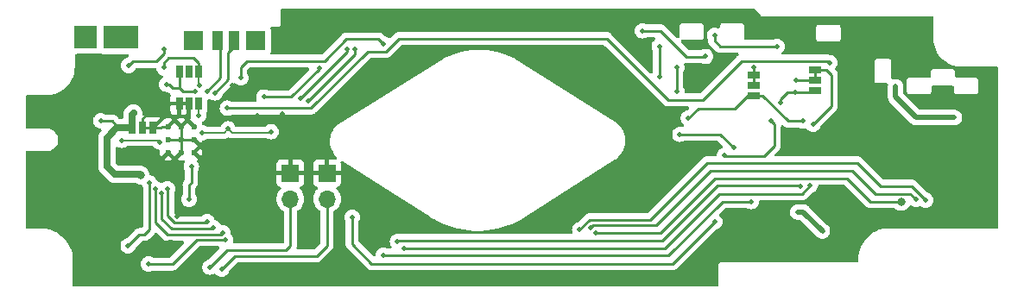
<source format=gbr>
%TF.GenerationSoftware,KiCad,Pcbnew,(7.0.0)*%
%TF.CreationDate,2023-05-05T15:28:03+08:00*%
%TF.ProjectId,opsx_x,6f707378-5f78-42e6-9b69-6361645f7063,2*%
%TF.SameCoordinates,PX18392c0PY51a2700*%
%TF.FileFunction,Copper,L2,Bot*%
%TF.FilePolarity,Positive*%
%FSLAX46Y46*%
G04 Gerber Fmt 4.6, Leading zero omitted, Abs format (unit mm)*
G04 Created by KiCad (PCBNEW (7.0.0)) date 2023-05-05 15:28:03*
%MOMM*%
%LPD*%
G01*
G04 APERTURE LIST*
%TA.AperFunction,SMDPad,CuDef*%
%ADD10R,0.700000X1.300000*%
%TD*%
%TA.AperFunction,ComponentPad*%
%ADD11R,1.950000X1.950000*%
%TD*%
%TA.AperFunction,ComponentPad*%
%ADD12R,1.050000X1.950000*%
%TD*%
%TA.AperFunction,ComponentPad*%
%ADD13R,3.500000X2.310000*%
%TD*%
%TA.AperFunction,ComponentPad*%
%ADD14R,2.310000X2.310000*%
%TD*%
%TA.AperFunction,ComponentPad*%
%ADD15R,1.700000X1.700000*%
%TD*%
%TA.AperFunction,ComponentPad*%
%ADD16O,1.700000X1.700000*%
%TD*%
%TA.AperFunction,ComponentPad*%
%ADD17C,0.600000*%
%TD*%
%TA.AperFunction,SMDPad,CuDef*%
%ADD18R,1.270000X0.635000*%
%TD*%
%TA.AperFunction,SMDPad,CuDef*%
%ADD19R,0.635000X1.270000*%
%TD*%
%TA.AperFunction,ViaPad*%
%ADD20C,0.510000*%
%TD*%
%TA.AperFunction,ViaPad*%
%ADD21C,0.600000*%
%TD*%
%TA.AperFunction,ViaPad*%
%ADD22C,0.800000*%
%TD*%
%TA.AperFunction,Conductor*%
%ADD23C,0.254000*%
%TD*%
%TA.AperFunction,Conductor*%
%ADD24C,0.508000*%
%TD*%
%TA.AperFunction,Conductor*%
%ADD25C,0.127000*%
%TD*%
%TA.AperFunction,Conductor*%
%ADD26C,0.700000*%
%TD*%
G04 APERTURE END LIST*
D10*
%TO.P,U4,1,VDD*%
%TO.N,+3.3V*%
X17199999Y18249999D03*
%TO.P,U4,2,ADDR*%
%TO.N,GND*%
X16249999Y18249999D03*
%TO.P,U4,3,GND*%
X15299999Y18249999D03*
%TO.P,U4,4,SCL*%
%TO.N,/SCL0*%
X15299999Y21349999D03*
%TO.P,U4,5,INT*%
%TO.N,unconnected-(U4-INT-Pad5)*%
X16249999Y21349999D03*
%TO.P,U4,6,SDA*%
%TO.N,/SDA0*%
X17199999Y21349999D03*
%TD*%
D11*
%TO.P,sx1,GND,GND*%
%TO.N,GND*%
X22832199Y24439199D03*
D12*
%TO.P,sx1,SCL,SCL*%
%TO.N,/SCL1*%
X19047599Y24439199D03*
%TO.P,sx1,SDA,SDA*%
%TO.N,/SDA1*%
X20698599Y24464599D03*
D13*
%TO.P,sx1,UDN,UD-*%
%TO.N,/USB_D-*%
X9624199Y24769399D03*
D14*
%TO.P,sx1,UDP,UD+*%
%TO.N,/USB_D+*%
X6083593Y24798571D03*
D11*
%TO.P,sx1,VO,VO*%
%TO.N,+3.3V*%
X16685399Y24426499D03*
%TD*%
D15*
%TO.P,J1,1,Pin_1*%
%TO.N,GND*%
X29799999Y11424999D03*
D16*
%TO.P,J1,2,Pin_2*%
%TO.N,/~{USB_BOOT}*%
X29799999Y8884999D03*
%TD*%
D15*
%TO.P,J3,1,Pin_1*%
%TO.N,GND*%
X26199999Y11424999D03*
D16*
%TO.P,J3,2,Pin_2*%
%TO.N,VBUS*%
X26199999Y8884999D03*
%TD*%
D17*
%TO.P,U1,57,GND*%
%TO.N,GND*%
X14212500Y13462500D03*
X15487500Y13462500D03*
X16762500Y13462500D03*
X14212500Y14737500D03*
X15487500Y14737500D03*
X16762500Y14737500D03*
X14212500Y16012500D03*
X15487500Y16012500D03*
X16762500Y16012500D03*
%TD*%
D18*
%TO.P,Z3,1,1*%
%TO.N,/S1T-3*%
X71627999Y19051999D03*
%TO.P,Z3,2,2*%
%TO.N,/S1T*%
X71627999Y20067999D03*
%TO.P,Z3,3,3*%
X71627999Y21083999D03*
%TD*%
%TO.P,Z2,1,1*%
%TO.N,/S1F*%
X77650799Y19534799D03*
%TO.P,Z2,2,2*%
%TO.N,/S1F_FPC*%
X77650799Y20550799D03*
%TO.P,Z2,3,3*%
X77650799Y21566799D03*
%TD*%
D19*
%TO.P,Z1,1,1*%
%TO.N,+3.3V*%
X10667999Y15899999D03*
%TO.P,Z1,2,2*%
%TO.N,GND*%
X11683999Y15899999D03*
%TO.P,Z1,3,3*%
X12699999Y15899999D03*
%TD*%
D20*
%TO.N,GND*%
X22075000Y10500000D03*
X21150000Y10500000D03*
X20125000Y10500000D03*
X21225000Y19500000D03*
X26875000Y20675000D03*
X27625000Y21475000D03*
X26875000Y21475000D03*
X31350000Y18825000D03*
X29600000Y17175000D03*
X63075000Y13350000D03*
X61625000Y11850000D03*
X59825000Y10150000D03*
X85325000Y11525000D03*
X85525000Y6950000D03*
X94525000Y15075000D03*
X94525000Y16800000D03*
X88200000Y25075000D03*
X88200000Y24025000D03*
%TO.N,/S1F-3*%
X68775000Y13175000D03*
X73375000Y16527500D03*
%TO.N,Net-(Q3-G)*%
X64100000Y19425000D03*
X64100000Y21775000D03*
%TO.N,/SCL0*%
X14050000Y20150000D03*
%TO.N,/SDA0*%
X13800000Y21775000D03*
%TO.N,GND*%
X24900000Y24450000D03*
%TO.N,Net-(D5-A)*%
X13850000Y23582000D03*
%TO.N,GND*%
X82025000Y19425000D03*
X80625000Y17050000D03*
%TO.N,VCC*%
X91325000Y16875000D03*
%TO.N,GND*%
X84050000Y14075000D03*
%TO.N,/S9-3*%
X77175000Y10200000D03*
%TO.N,GND*%
X83975000Y17200000D03*
%TO.N,/S8-3*%
X76225000Y10150000D03*
%TO.N,GND*%
X74275000Y13475000D03*
%TO.N,/S1F_PF_MCU*%
X66925000Y22875000D03*
%TO.N,/S1T-3*%
X76500000Y16525000D03*
%TO.N,/S1F_FPC*%
X77450000Y16200000D03*
%TO.N,/S1F*%
X74300000Y18350000D03*
%TO.N,/SDA1*%
X18800000Y19300000D03*
%TO.N,/SCL1*%
X18025000Y19450000D03*
%TO.N,+1V1*%
X24300000Y15500000D03*
X20100000Y15775000D03*
X17542000Y15376456D03*
X13433000Y14488500D03*
X9645000Y14647000D03*
%TO.N,GND*%
X87475000Y6425000D03*
X67310000Y2288000D03*
X87725000Y25925000D03*
X20525000Y20050000D03*
X25450000Y20830000D03*
X12800001Y4849999D03*
X81150000Y8075000D03*
X94300000Y11850000D03*
X25400000Y17218500D03*
X23000000Y17100000D03*
X79850000Y6475000D03*
X25654000Y25656000D03*
X16175000Y7732500D03*
D21*
X9900000Y8925000D03*
D20*
X58674000Y27180000D03*
X69088000Y3558000D03*
D21*
X5609000Y20574000D03*
D20*
X57658000Y27180000D03*
X67310000Y1018000D03*
X800000Y12500000D03*
D21*
X8100000Y8050000D03*
D20*
X6425000Y8625000D03*
X17780000Y4066000D03*
X20225000Y13325000D03*
D21*
X10800000Y20275000D03*
D20*
X11900000Y3500000D03*
X4000000Y11925000D03*
D21*
X6625000Y20574000D03*
X2501000Y17910000D03*
D20*
X69088000Y5590000D03*
D21*
X2476000Y16900000D03*
X9809000Y19683500D03*
D22*
X75550000Y25450000D03*
D20*
X21900000Y19900000D03*
X7275000Y9450000D03*
D21*
X14484000Y4600000D03*
D20*
X70612000Y5590000D03*
X70612000Y3558000D03*
D22*
X90150000Y9000000D03*
D20*
X65532000Y1018000D03*
X71500000Y26000000D03*
X15100000Y7204500D03*
%TO.N,VCC*%
X78375000Y5750000D03*
X75946000Y7622000D03*
X85559400Y19915600D03*
X62375000Y23875000D03*
X62375000Y20875000D03*
%TO.N,/S8-3*%
X36703000Y4701000D03*
%TO.N,/S3*%
X54579817Y5874183D03*
X88514500Y8760500D03*
%TO.N,/S5*%
X55626000Y6098000D03*
X87581500Y8843500D03*
%TO.N,+3.3V*%
X10823996Y17323996D03*
X16267500Y8867500D03*
X17200000Y17100000D03*
X7600000Y16560455D03*
D22*
X11500000Y11237500D03*
D20*
X16487705Y12051044D03*
%TO.N,/~{USB_BOOT}*%
X19450000Y2000000D03*
%TO.N,Net-(U1-GPIO5)*%
X56134000Y5590000D03*
D22*
X86106000Y8638000D03*
D20*
%TO.N,/S9-3*%
X37338000Y4066000D03*
X18037500Y6687500D03*
X14150000Y9900000D03*
%TO.N,/SOL2_MCU*%
X20025000Y17800000D03*
X79075000Y22275000D03*
%TO.N,/GTD-3*%
X12400000Y10450000D03*
X10300000Y4300000D03*
%TO.N,/GTD-6*%
X19832086Y4879530D03*
X12300000Y2500000D03*
%TO.N,VBUS*%
X18325000Y2200000D03*
%TO.N,/FT*%
X23600000Y18900000D03*
X29025000Y21700000D03*
%TO.N,/SCL0*%
X16854162Y19450000D03*
%TO.N,/SDA0*%
X17272000Y20068000D03*
%TO.N,/S1T*%
X71628000Y21846000D03*
%TO.N,/S1T-3*%
X65230000Y16825000D03*
X13000000Y9900000D03*
X19600000Y5550000D03*
%TO.N,/S2*%
X73914000Y23878000D03*
X67800000Y24975000D03*
%TO.N,/S1F*%
X75692000Y19379500D03*
%TO.N,/S1F-3*%
X35306000Y3377500D03*
X13600000Y9450000D03*
X18675000Y6075000D03*
X71374000Y8638000D03*
%TO.N,/S1F_FPC*%
X75775000Y20576000D03*
%TO.N,/SOL1_MCU*%
X67812500Y6637500D03*
X32258000Y7114000D03*
%TO.N,Net-(Q3-G)*%
X64403182Y15242000D03*
X69712500Y13912500D03*
%TO.N,/S1F_PF_MCU*%
X35306000Y24132000D03*
X21350000Y20775000D03*
X60725000Y25402000D03*
%TO.N,Net-(D5-A)*%
X10327500Y22000000D03*
%TO.N,/LED1*%
X27178000Y18798000D03*
X31750000Y23624000D03*
%TO.N,/LED2*%
X32512000Y23624000D03*
X27940000Y18544000D03*
%TD*%
D23*
%TO.N,/FT*%
X26250000Y18900000D02*
X23600000Y18900000D01*
X29025000Y21700000D02*
X29025000Y21675000D01*
X29025000Y21675000D02*
X26250000Y18900000D01*
%TO.N,/S2*%
X67800000Y24404000D02*
X68326000Y23878000D01*
X67800000Y24975000D02*
X67800000Y24404000D01*
X68326000Y23878000D02*
X73914000Y23878000D01*
%TO.N,Net-(D5-A)*%
X10727500Y22400000D02*
X13050000Y22400000D01*
X13850000Y23200000D02*
X13850000Y23582000D01*
X13050000Y22400000D02*
X13850000Y23200000D01*
X10327500Y22000000D02*
X10727500Y22400000D01*
%TO.N,/S1F-3*%
X68825000Y13125000D02*
X72650000Y13125000D01*
X72650000Y13125000D02*
X73675000Y14150000D01*
X68775000Y13175000D02*
X68825000Y13125000D01*
X73675000Y14150000D02*
X73675000Y16227500D01*
X73675000Y16227500D02*
X73375000Y16527500D01*
%TO.N,Net-(Q3-G)*%
X68383000Y15242000D02*
X64403182Y15242000D01*
X69712500Y13912500D02*
X68383000Y15242000D01*
%TO.N,/S1F-3*%
X63302500Y3377500D02*
X35306000Y3377500D01*
X68563000Y8638000D02*
X63302500Y3377500D01*
X71374000Y8638000D02*
X68563000Y8638000D01*
%TO.N,Net-(Q3-G)*%
X64100000Y19425000D02*
X64100000Y21775000D01*
%TO.N,/SOL2_MCU*%
X28212000Y17800000D02*
X20025000Y17800000D01*
X35560000Y23370000D02*
X33782000Y23370000D01*
X63225000Y18625000D02*
X57210000Y24640000D01*
X70428000Y22428000D02*
X66625000Y18625000D01*
X78922000Y22428000D02*
X70428000Y22428000D01*
X66625000Y18625000D02*
X63225000Y18625000D01*
X57210000Y24640000D02*
X36830000Y24640000D01*
X33782000Y23370000D02*
X28212000Y17800000D01*
X36830000Y24640000D02*
X35560000Y23370000D01*
X79075000Y22275000D02*
X78922000Y22428000D01*
%TO.N,/S1T-3*%
X71052000Y19052000D02*
X71628000Y19052000D01*
X66187000Y17782000D02*
X69782000Y17782000D01*
X65230000Y16825000D02*
X66187000Y17782000D01*
X69782000Y17782000D02*
X71052000Y19052000D01*
%TO.N,VCC*%
X62375000Y20875000D02*
X62375000Y23875000D01*
%TO.N,/SCL0*%
X14050000Y20150000D02*
X14325000Y20150000D01*
X14325000Y20150000D02*
X14675000Y19800000D01*
X14675000Y19800000D02*
X15300000Y19800000D01*
%TO.N,/SDA0*%
X17200000Y22254000D02*
X17200000Y21350000D01*
X16729000Y22725000D02*
X17200000Y22254000D01*
X13800000Y22275000D02*
X14250000Y22725000D01*
X13800000Y21775000D02*
X13800000Y22275000D01*
X14250000Y22725000D02*
X16729000Y22725000D01*
%TO.N,/SDA1*%
X20698600Y23848600D02*
X20698600Y24464600D01*
X20100000Y23250000D02*
X20698600Y23848600D01*
X20100000Y20600000D02*
X20100000Y23250000D01*
X18800000Y19300000D02*
X20100000Y20600000D01*
%TO.N,/SCL1*%
X19350000Y20775000D02*
X19350000Y24136800D01*
X18025000Y19450000D02*
X19350000Y20775000D01*
X19350000Y24136800D02*
X19047600Y24439200D01*
%TO.N,/~{USB_BOOT}*%
X29800000Y4325000D02*
X29800000Y8885000D01*
X28775000Y3300000D02*
X29800000Y4325000D01*
X19450000Y2000000D02*
X20750000Y3300000D01*
X20750000Y3300000D02*
X28775000Y3300000D01*
%TO.N,VBUS*%
X26200000Y4325000D02*
X26200000Y8885000D01*
X25775000Y3900000D02*
X26200000Y4325000D01*
X20025000Y3900000D02*
X25775000Y3900000D01*
X18325000Y2200000D02*
X20025000Y3900000D01*
%TO.N,/GTD-6*%
X14625000Y2500000D02*
X12300000Y2500000D01*
X17004530Y4879530D02*
X14625000Y2500000D01*
X19832086Y4879530D02*
X17004530Y4879530D01*
%TO.N,/SOL1_MCU*%
X34178427Y2542000D02*
X32258000Y4462427D01*
X67812500Y6637500D02*
X63717000Y2542000D01*
X63717000Y2542000D02*
X34178427Y2542000D01*
X32258000Y4462427D02*
X32258000Y7114000D01*
%TO.N,/S8-3*%
X36830000Y4828000D02*
X36703000Y4701000D01*
X62678000Y4828000D02*
X36830000Y4828000D01*
X68050000Y10200000D02*
X62678000Y4828000D01*
X76175000Y10200000D02*
X68050000Y10200000D01*
X76225000Y10150000D02*
X76175000Y10200000D01*
%TO.N,/S9-3*%
X62891000Y4066000D02*
X37338000Y4066000D01*
X68225000Y9400000D02*
X62891000Y4066000D01*
X76375000Y9400000D02*
X68225000Y9400000D01*
X77175000Y10200000D02*
X76375000Y9400000D01*
%TO.N,/S1F_FPC*%
X75775000Y20576000D02*
X76200000Y20576000D01*
X76225200Y20550800D02*
X77650800Y20550800D01*
X76200000Y20576000D02*
X76225200Y20550800D01*
X78765200Y21566800D02*
X77650800Y21566800D01*
X79248000Y21084000D02*
X78765200Y21566800D01*
X79248000Y17998000D02*
X79248000Y21084000D01*
X77450000Y16200000D02*
X79248000Y17998000D01*
%TO.N,/S1F*%
X77495500Y19379500D02*
X77650800Y19534800D01*
X75692000Y19379500D02*
X77495500Y19379500D01*
%TO.N,/S1T-3*%
X72498000Y19052000D02*
X71628000Y19052000D01*
X75025000Y16525000D02*
X72498000Y19052000D01*
X76500000Y16525000D02*
X75025000Y16525000D01*
D24*
%TO.N,VCC*%
X87575000Y16875000D02*
X91325000Y16875000D01*
X85550000Y18900000D02*
X87575000Y16875000D01*
X85550000Y19906200D02*
X85550000Y18900000D01*
X85559400Y19915600D02*
X85550000Y19906200D01*
D23*
%TO.N,/S1F_PF_MCU*%
X66912000Y22862000D02*
X66925000Y22875000D01*
X65058000Y22862000D02*
X66912000Y22862000D01*
X60725000Y25402000D02*
X62518000Y25402000D01*
X62518000Y25402000D02*
X65058000Y22862000D01*
%TO.N,/S1F*%
X74300000Y18725000D02*
X74954500Y19379500D01*
X74954500Y19379500D02*
X75692000Y19379500D01*
X74300000Y18350000D02*
X74300000Y18725000D01*
%TO.N,/S1F_PF_MCU*%
X34838000Y24600000D02*
X35306000Y24132000D01*
X29525000Y22425000D02*
X31700000Y24600000D01*
X21925000Y22425000D02*
X29525000Y22425000D01*
X21350000Y21850000D02*
X21925000Y22425000D01*
X31700000Y24600000D02*
X34838000Y24600000D01*
X21350000Y20775000D02*
X21350000Y21850000D01*
D25*
%TO.N,+1V1*%
X20100000Y15775000D02*
X20475000Y15400000D01*
X20100000Y15775000D02*
X19701456Y15376456D01*
X9645000Y14647000D02*
X13274500Y14647000D01*
X13274500Y14647000D02*
X13433000Y14488500D01*
X24200000Y15400000D02*
X24300000Y15500000D01*
X20475000Y15400000D02*
X24200000Y15400000D01*
X19701456Y15376456D02*
X17542000Y15376456D01*
D23*
%TO.N,GND*%
X14212500Y16012500D02*
X13612500Y16012500D01*
X14212500Y14737500D02*
X15487500Y14737500D01*
X15487500Y14737500D02*
X15487500Y13462500D01*
X15487500Y16012500D02*
X15487500Y14737500D01*
X12000000Y17100000D02*
X11684000Y16784000D01*
X11684000Y16784000D02*
X11684000Y15900000D01*
X13612500Y16012500D02*
X13475000Y15875000D01*
X25281500Y17100000D02*
X25400000Y17218500D01*
X15900000Y17100000D02*
X12000000Y17100000D01*
X15487500Y14737500D02*
X16762500Y14737500D01*
X16250000Y17450000D02*
X15900000Y17100000D01*
X12700000Y15900000D02*
X11684000Y15900000D01*
X16250000Y18250000D02*
X16250000Y17450000D01*
X12725000Y15875000D02*
X12700000Y15900000D01*
X13475000Y15875000D02*
X12725000Y15875000D01*
X23000000Y17100000D02*
X25281500Y17100000D01*
D24*
%TO.N,VCC*%
X78375000Y5750000D02*
X76503000Y7622000D01*
X76503000Y7622000D02*
X75946000Y7622000D01*
D23*
%TO.N,/S3*%
X54579817Y5874183D02*
X55565634Y6860000D01*
X87113000Y10162000D02*
X88514500Y8760500D01*
X61468000Y6860000D02*
X67056000Y12448000D01*
X84074000Y10162000D02*
X87113000Y10162000D01*
X67056000Y12448000D02*
X81788000Y12448000D01*
X81788000Y12448000D02*
X84074000Y10162000D01*
X55565634Y6860000D02*
X61468000Y6860000D01*
%TO.N,/S5*%
X55626000Y6098000D02*
X55880000Y6352000D01*
X87533427Y8843500D02*
X87581500Y8843500D01*
X81280000Y11686000D02*
X83566000Y9400000D01*
X62103000Y6352000D02*
X67437000Y11686000D01*
X55880000Y6352000D02*
X62103000Y6352000D01*
X67437000Y11686000D02*
X81280000Y11686000D01*
X83566000Y9400000D02*
X86976927Y9400000D01*
X86976927Y9400000D02*
X87533427Y8843500D01*
D26*
%TO.N,+3.3V*%
X9000000Y11300000D02*
X8200000Y12100000D01*
X9200000Y15900000D02*
X10668000Y15900000D01*
D25*
X16500000Y12038749D02*
X16487705Y12051044D01*
D26*
X8200000Y14900000D02*
X9200000Y15900000D01*
X11500000Y11237500D02*
X11437500Y11300000D01*
D23*
X16267500Y10267500D02*
X16500000Y10500000D01*
D26*
X11437500Y11300000D02*
X9000000Y11300000D01*
D25*
X17200000Y18250000D02*
X17200000Y17100000D01*
D26*
X10668000Y15900000D02*
X10668000Y17168000D01*
D23*
X7600000Y16560455D02*
X8714545Y16560455D01*
D26*
X8200000Y12100000D02*
X8200000Y14900000D01*
D23*
X8714545Y16560455D02*
X9200000Y16075000D01*
D26*
X10668000Y17168000D02*
X10823996Y17323996D01*
D23*
X16500000Y10500000D02*
X16500000Y12038749D01*
X16267500Y8867500D02*
X16267500Y10267500D01*
X9200000Y16075000D02*
X9200000Y15900000D01*
%TO.N,Net-(U1-GPIO5)*%
X56134000Y5590000D02*
X62484000Y5590000D01*
X67818000Y10924000D02*
X80772000Y10924000D01*
X83058000Y8638000D02*
X86106000Y8638000D01*
X62484000Y5590000D02*
X67818000Y10924000D01*
X80772000Y10924000D02*
X83058000Y8638000D01*
%TO.N,/S9-3*%
X14182000Y7218000D02*
X14182000Y9868000D01*
X14850000Y6550000D02*
X14182000Y7218000D01*
X17900000Y6550000D02*
X14850000Y6550000D01*
X18037500Y6687500D02*
X17900000Y6550000D01*
X14182000Y9868000D02*
X14150000Y9900000D01*
%TO.N,/GTD-3*%
X11900000Y5400000D02*
X11400000Y5400000D01*
X12400000Y5900000D02*
X11900000Y5400000D01*
X11400000Y5400000D02*
X10300000Y4300000D01*
X12400000Y10450000D02*
X12400000Y5900000D01*
%TO.N,/SCL0*%
X15650000Y19450000D02*
X15300000Y19800000D01*
X16854162Y19450000D02*
X15650000Y19450000D01*
X15300000Y19800000D02*
X15300000Y21350000D01*
D25*
%TO.N,/SDA0*%
X17200000Y20140000D02*
X17200000Y21350000D01*
X17272000Y20068000D02*
X17200000Y20140000D01*
D23*
%TO.N,/S1T*%
X71628000Y21084000D02*
X71628000Y21846000D01*
X71628000Y21084000D02*
X71628000Y20068000D01*
%TO.N,/S1T-3*%
X19600000Y5550000D02*
X19450000Y5400000D01*
X13000000Y6550000D02*
X13000000Y9900000D01*
X19450000Y5400000D02*
X14150000Y5400000D01*
X14150000Y5400000D02*
X13000000Y6550000D01*
%TO.N,/S1F-3*%
X13600000Y6900000D02*
X13600000Y9450000D01*
X18550000Y5950000D02*
X14550000Y5950000D01*
X14550000Y5950000D02*
X13600000Y6900000D01*
X18675000Y6075000D02*
X18550000Y5950000D01*
%TO.N,/S1F_FPC*%
X77650800Y21566800D02*
X77650800Y20550800D01*
%TO.N,/LED1*%
X31750000Y23624000D02*
X31750000Y23370000D01*
X31750000Y23370000D02*
X27178000Y18798000D01*
%TO.N,/LED2*%
X32512000Y23624000D02*
X32512000Y23116000D01*
X32512000Y23116000D02*
X27940000Y18544000D01*
%TD*%
%TA.AperFunction,Conductor*%
%TO.N,GND*%
G36*
X71644141Y27580958D02*
G01*
X71692480Y27548659D01*
X72309644Y26931494D01*
X72322878Y26915368D01*
X72325844Y26912402D01*
X72333998Y26900199D01*
X72354915Y26886223D01*
X72354916Y26886222D01*
X72416859Y26844834D01*
X72514599Y26825391D01*
X72528992Y26828254D01*
X72533179Y26828254D01*
X72553954Y26830300D01*
X89133099Y26830300D01*
X89190119Y26818958D01*
X89238458Y26786659D01*
X89270757Y26738320D01*
X89282099Y26681300D01*
X89282099Y24324261D01*
X89280768Y24310070D01*
X89280676Y24302772D01*
X89278255Y24289970D01*
X89280357Y24277114D01*
X89280357Y24277111D01*
X89282071Y24266630D01*
X89282099Y24266416D01*
X89282099Y24262126D01*
X89283526Y24254950D01*
X89283527Y24254941D01*
X89285570Y24244669D01*
X89286488Y24239595D01*
X89308738Y24103159D01*
X89308740Y24103146D01*
X89309364Y24099325D01*
X89310382Y24095585D01*
X89310385Y24095575D01*
X89386665Y23815555D01*
X89387686Y23811807D01*
X89495403Y23533962D01*
X89497166Y23530522D01*
X89497172Y23530510D01*
X89602072Y23325895D01*
X89631351Y23268785D01*
X89706986Y23152741D01*
X89790439Y23024700D01*
X89794066Y23019136D01*
X89796496Y23016140D01*
X89796497Y23016139D01*
X89939292Y22840101D01*
X89981792Y22787707D01*
X90192506Y22576993D01*
X90423935Y22389267D01*
X90673584Y22226552D01*
X90750251Y22187247D01*
X90905835Y22107483D01*
X90938761Y22090603D01*
X91216606Y21982887D01*
X91504124Y21904564D01*
X91644498Y21881673D01*
X91649491Y21880769D01*
X91666925Y21877300D01*
X91671218Y21877300D01*
X91671417Y21877274D01*
X91694769Y21873456D01*
X91707575Y21875880D01*
X91714868Y21875970D01*
X91729060Y21877300D01*
X95483099Y21877300D01*
X95540119Y21865958D01*
X95588458Y21833659D01*
X95620757Y21785320D01*
X95632099Y21728300D01*
X95632099Y6144300D01*
X95620757Y6087280D01*
X95588458Y6038941D01*
X95540119Y6006642D01*
X95483099Y5995300D01*
X84487286Y5995300D01*
X84468635Y5996920D01*
X84465116Y5996916D01*
X84452275Y5999163D01*
X84439439Y5996884D01*
X84439437Y5996883D01*
X84430528Y5995300D01*
X84430248Y5996871D01*
X84429251Y5996870D01*
X84427704Y5996389D01*
X84427920Y5995300D01*
X84421604Y5994043D01*
X84407355Y5991209D01*
X84404332Y5990640D01*
X84256789Y5964452D01*
X84256786Y5964452D01*
X84252953Y5963771D01*
X84249212Y5962695D01*
X84249206Y5962693D01*
X83985923Y5886920D01*
X83948762Y5876225D01*
X83945169Y5874771D01*
X83945153Y5874765D01*
X83658962Y5758912D01*
X83658945Y5758905D01*
X83655353Y5757450D01*
X83651926Y5755627D01*
X83651917Y5755622D01*
X83379354Y5610567D01*
X83379339Y5610559D01*
X83375921Y5608739D01*
X83372704Y5606570D01*
X83372691Y5606561D01*
X83116736Y5433889D01*
X83116722Y5433880D01*
X83113512Y5431713D01*
X83110542Y5429223D01*
X83110534Y5429216D01*
X82875237Y5231867D01*
X82870984Y5228300D01*
X82868280Y5225504D01*
X82868279Y5225502D01*
X82653681Y5003512D01*
X82653672Y5003503D01*
X82650979Y5000716D01*
X82648582Y4997655D01*
X82648580Y4997651D01*
X82458294Y4754509D01*
X82458286Y4754499D01*
X82455893Y4751440D01*
X82453828Y4748145D01*
X82453824Y4748138D01*
X82289915Y4486484D01*
X82289906Y4486469D01*
X82287852Y4483189D01*
X82286148Y4479710D01*
X82286143Y4479699D01*
X82150399Y4202385D01*
X82150390Y4202366D01*
X82148686Y4198883D01*
X82147348Y4195229D01*
X82147346Y4195222D01*
X82041250Y3905279D01*
X82041247Y3905270D01*
X82039912Y3901621D01*
X82038967Y3897864D01*
X82038962Y3897847D01*
X81963662Y3598413D01*
X81963659Y3598399D01*
X81962714Y3594640D01*
X81962163Y3590791D01*
X81962163Y3590786D01*
X81918483Y3285140D01*
X81918481Y3285123D01*
X81917933Y3281285D01*
X81917787Y3277400D01*
X81917787Y3277398D01*
X81910695Y3088495D01*
X81906057Y2964969D01*
X81906317Y2961085D01*
X81906318Y2961073D01*
X81913623Y2852282D01*
X81905308Y2792271D01*
X81873789Y2740531D01*
X81824277Y2705617D01*
X81764958Y2693300D01*
X68489949Y2693300D01*
X68469186Y2695345D01*
X68464992Y2695345D01*
X68450599Y2698208D01*
X68436206Y2695345D01*
X68367249Y2681629D01*
X68367246Y2681628D01*
X68352859Y2678766D01*
X68340663Y2670618D01*
X68340660Y2670616D01*
X68282199Y2631554D01*
X68282196Y2631552D01*
X68269998Y2623401D01*
X68261847Y2611203D01*
X68261845Y2611200D01*
X68222785Y2552742D01*
X68222783Y2552739D01*
X68214633Y2540540D01*
X68211771Y2526153D01*
X68211769Y2526147D01*
X68208223Y2508316D01*
X68201403Y2474027D01*
X68195191Y2442800D01*
X68198054Y2428407D01*
X68198054Y2424213D01*
X68200099Y2403450D01*
X68200099Y429300D01*
X68188757Y372280D01*
X68156458Y323941D01*
X68108119Y291642D01*
X68051099Y280300D01*
X4969099Y280300D01*
X4912079Y291642D01*
X4863740Y323941D01*
X4831441Y372280D01*
X4820099Y429300D01*
X4820099Y3575174D01*
X4820309Y3583091D01*
X4820718Y3590786D01*
X4822092Y3616599D01*
X4815017Y3639806D01*
X4811403Y3654191D01*
X4808428Y3669147D01*
X4805565Y3683540D01*
X4798746Y3693746D01*
X4797181Y3698107D01*
X4759724Y3820816D01*
X4758601Y3824496D01*
X4623824Y4143615D01*
X4456736Y4447067D01*
X4259132Y4731592D01*
X4233681Y4761158D01*
X4138945Y4871214D01*
X4033136Y4994132D01*
X4030268Y4996838D01*
X3783988Y5229214D01*
X3783985Y5229217D01*
X3781176Y5231867D01*
X3778112Y5234209D01*
X3778104Y5234216D01*
X3509028Y5439897D01*
X3509025Y5439899D01*
X3505960Y5442242D01*
X3485641Y5454670D01*
X3213740Y5620981D01*
X3213739Y5620982D01*
X3210444Y5622997D01*
X3206966Y5624657D01*
X3206960Y5624660D01*
X2926868Y5758319D01*
X2897805Y5772188D01*
X2894180Y5773477D01*
X2894167Y5773482D01*
X2608068Y5875180D01*
X2571401Y5888214D01*
X2567667Y5889120D01*
X2567651Y5889124D01*
X2238485Y5968921D01*
X2238468Y5968925D01*
X2234740Y5969828D01*
X2230926Y5970344D01*
X2230921Y5970345D01*
X2075439Y5991381D01*
X2066355Y5992897D01*
X2061448Y5993873D01*
X2061445Y5993874D01*
X2054273Y5995300D01*
X2047066Y5995300D01*
X2042331Y5995852D01*
X2032238Y5997214D01*
X2032235Y5997214D01*
X2019324Y5998956D01*
X2006594Y5996177D01*
X1993563Y5995650D01*
X1993546Y5996061D01*
X1986501Y5995300D01*
X397099Y5995300D01*
X340079Y6006642D01*
X291740Y6038941D01*
X259441Y6087280D01*
X248099Y6144300D01*
X248099Y13473300D01*
X259441Y13530320D01*
X291740Y13578659D01*
X340079Y13610958D01*
X397099Y13622300D01*
X2519683Y13622300D01*
X2533021Y13621702D01*
X2559168Y13619352D01*
X2589695Y13627456D01*
X2598798Y13629567D01*
X2635339Y13636834D01*
X2642063Y13641328D01*
X2642520Y13641483D01*
X2695429Y13655534D01*
X2871081Y13737003D01*
X3029882Y13847786D01*
X3166990Y13984505D01*
X3278224Y14142991D01*
X3360192Y14318410D01*
X3410394Y14505414D01*
X3427300Y14698300D01*
X3410394Y14891186D01*
X3360192Y15078190D01*
X3278224Y15253609D01*
X3166990Y15412095D01*
X3155159Y15423892D01*
X3063781Y15515011D01*
X3029882Y15548814D01*
X2871081Y15659597D01*
X2864449Y15662673D01*
X2701334Y15738328D01*
X2701326Y15738331D01*
X2695429Y15741066D01*
X2642525Y15755118D01*
X2642062Y15755274D01*
X2635339Y15759766D01*
X2620947Y15762629D01*
X2598818Y15767031D01*
X2589666Y15769154D01*
X2571767Y15773905D01*
X2571762Y15773906D01*
X2559168Y15777248D01*
X2546191Y15776082D01*
X2546187Y15776082D01*
X2533021Y15774898D01*
X2519683Y15774300D01*
X397099Y15774300D01*
X340079Y15785642D01*
X291740Y15817941D01*
X259441Y15866280D01*
X248099Y15923300D01*
X248099Y18934300D01*
X259441Y18991320D01*
X291740Y19039659D01*
X340079Y19071958D01*
X397099Y19083300D01*
X2493689Y19083300D01*
X2500568Y19083141D01*
X2513138Y19082561D01*
X2525855Y19079707D01*
X2538781Y19081376D01*
X2538783Y19081375D01*
X2547432Y19082491D01*
X2551903Y19083000D01*
X2554949Y19083300D01*
X2562273Y19083300D01*
X2573222Y19085479D01*
X2583134Y19087104D01*
X2730664Y19106195D01*
X3045949Y19183767D01*
X3350489Y19296363D01*
X3640405Y19442551D01*
X3912007Y19620469D01*
X4161836Y19827852D01*
X4386712Y20062060D01*
X4583772Y20320110D01*
X4750506Y20598718D01*
X4884792Y20894335D01*
X4984919Y21203199D01*
X5049614Y21521377D01*
X5078053Y21844817D01*
X5074144Y22002042D01*
X5074099Y22005743D01*
X5074099Y22994072D01*
X5094061Y23068572D01*
X5148599Y23123110D01*
X5223099Y23143072D01*
X7228781Y23143073D01*
X7286466Y23143073D01*
X7346077Y23149481D01*
X7354814Y23152741D01*
X7354819Y23152741D01*
X7479432Y23199219D01*
X7552707Y23207097D01*
X7613815Y23181785D01*
X7613986Y23182097D01*
X7616887Y23180513D01*
X7620795Y23178894D01*
X7631869Y23170604D01*
X7766717Y23120309D01*
X7826327Y23113900D01*
X10189163Y23113901D01*
X10257638Y23097234D01*
X10310795Y23050962D01*
X10336740Y22985436D01*
X10329670Y22915316D01*
X10294366Y22861198D01*
X10294531Y22861062D01*
X10293919Y22860322D01*
X10293327Y22859606D01*
X10293324Y22859603D01*
X10288564Y22853849D01*
X10288563Y22853847D01*
X10267347Y22828202D01*
X10257902Y22817823D01*
X10217201Y22777122D01*
X10183931Y22752081D01*
X10157987Y22742173D01*
X10158322Y22741218D01*
X10005526Y22687754D01*
X10005518Y22687751D01*
X9997627Y22684989D01*
X9990547Y22680541D01*
X9990540Y22680537D01*
X9860557Y22598863D01*
X9860552Y22598860D01*
X9853473Y22594411D01*
X9847560Y22588499D01*
X9847556Y22588495D01*
X9739005Y22479944D01*
X9739001Y22479940D01*
X9733089Y22474027D01*
X9728640Y22466948D01*
X9728637Y22466943D01*
X9646963Y22336960D01*
X9646959Y22336953D01*
X9642511Y22329873D01*
X9639749Y22321982D01*
X9639746Y22321974D01*
X9591129Y22183030D01*
X9586282Y22169178D01*
X9585345Y22160867D01*
X9585344Y22160860D01*
X9571921Y22041722D01*
X9567220Y22000000D01*
X9568157Y21991684D01*
X9585344Y21839141D01*
X9585345Y21839136D01*
X9586282Y21830822D01*
X9589046Y21822923D01*
X9639746Y21678027D01*
X9639748Y21678022D01*
X9642511Y21670127D01*
X9646961Y21663044D01*
X9646963Y21663041D01*
X9728637Y21533058D01*
X9733089Y21525973D01*
X9853473Y21405589D01*
X9997627Y21315011D01*
X10158322Y21258782D01*
X10327500Y21239720D01*
X10496678Y21258782D01*
X10657373Y21315011D01*
X10801527Y21405589D01*
X10921911Y21525973D01*
X11012489Y21670127D01*
X11015253Y21678028D01*
X11018883Y21685564D01*
X11020631Y21684723D01*
X11044803Y21724841D01*
X11094445Y21760067D01*
X11154032Y21772500D01*
X12906847Y21772500D01*
X12976469Y21755233D01*
X13029956Y21707436D01*
X13054910Y21640185D01*
X13058782Y21605822D01*
X13061546Y21597923D01*
X13112246Y21453027D01*
X13112248Y21453022D01*
X13115011Y21445127D01*
X13119461Y21438044D01*
X13119463Y21438041D01*
X13198505Y21312247D01*
X13205589Y21300973D01*
X13325973Y21180589D01*
X13470127Y21090011D01*
X13478025Y21087248D01*
X13478026Y21087247D01*
X13599354Y21044793D01*
X13655501Y21009513D01*
X13690781Y20953366D01*
X13698206Y20887472D01*
X13676305Y20824882D01*
X13629417Y20777993D01*
X13583060Y20748865D01*
X13583054Y20748861D01*
X13575973Y20744411D01*
X13570060Y20738499D01*
X13570056Y20738495D01*
X13461505Y20629944D01*
X13461501Y20629940D01*
X13455589Y20624027D01*
X13451140Y20616948D01*
X13451137Y20616943D01*
X13369463Y20486960D01*
X13369459Y20486953D01*
X13365011Y20479873D01*
X13362249Y20471982D01*
X13362246Y20471974D01*
X13311546Y20327078D01*
X13308782Y20319178D01*
X13307845Y20310867D01*
X13307844Y20310860D01*
X13292852Y20177801D01*
X13289720Y20150000D01*
X13290657Y20141684D01*
X13307844Y19989141D01*
X13307845Y19989136D01*
X13308782Y19980822D01*
X13311546Y19972923D01*
X13362246Y19828027D01*
X13362248Y19828022D01*
X13365011Y19820127D01*
X13369461Y19813044D01*
X13369463Y19813041D01*
X13438841Y19702627D01*
X13455589Y19675973D01*
X13575973Y19555589D01*
X13720127Y19465011D01*
X13880822Y19408782D01*
X14050000Y19389720D01*
X14111222Y19396619D01*
X14174899Y19389950D01*
X14229901Y19357171D01*
X14233613Y19353685D01*
X14236553Y19350924D01*
X14239912Y19347669D01*
X14259204Y19328377D01*
X14262906Y19325506D01*
X14266418Y19322410D01*
X14266409Y19322401D01*
X14272138Y19317508D01*
X14296396Y19294727D01*
X14296398Y19294726D01*
X14303233Y19288307D01*
X14319150Y19279557D01*
X14338691Y19266721D01*
X14353038Y19255592D01*
X14361640Y19251870D01*
X14361643Y19251868D01*
X14373709Y19246647D01*
X14391857Y19238794D01*
X14450763Y19192925D01*
X14480023Y19124238D01*
X14472291Y19049980D01*
X14459660Y19016114D01*
X14455405Y18998108D01*
X14450426Y18951795D01*
X14450000Y18943841D01*
X14450000Y18464675D01*
X14452434Y18452435D01*
X14464675Y18450000D01*
X16200500Y18450000D01*
X16275000Y18430038D01*
X16329538Y18375500D01*
X16349500Y18301000D01*
X16349500Y17556117D01*
X16349500Y17556099D01*
X16349501Y17552128D01*
X16349926Y17548173D01*
X16349927Y17548158D01*
X16353959Y17510660D01*
X16355909Y17492517D01*
X16359166Y17483785D01*
X16359167Y17483781D01*
X16402480Y17367652D01*
X16402481Y17367650D01*
X16406204Y17357669D01*
X16412587Y17349143D01*
X16412589Y17349139D01*
X16420280Y17338866D01*
X16442375Y17296628D01*
X16450000Y17249573D01*
X16450000Y17199603D01*
X16449063Y17182921D01*
X16439720Y17100000D01*
X16440657Y17091684D01*
X16457844Y16939141D01*
X16457845Y16939136D01*
X16458782Y16930822D01*
X16461545Y16922925D01*
X16461546Y16922922D01*
X16466678Y16908256D01*
X16474102Y16842361D01*
X16452201Y16779772D01*
X16405311Y16732883D01*
X16370183Y16710812D01*
X16360714Y16701343D01*
X16367837Y16690006D01*
X16939984Y16117859D01*
X16972283Y16069520D01*
X16983625Y16012500D01*
X16972283Y15955480D01*
X16939984Y15907141D01*
X16867859Y15835016D01*
X16819520Y15802717D01*
X16762500Y15791375D01*
X16705480Y15802717D01*
X16657141Y15835016D01*
X16135376Y16356781D01*
X16125000Y16363714D01*
X16114623Y16356781D01*
X15592859Y15835016D01*
X15544520Y15802717D01*
X15487500Y15791375D01*
X15430480Y15802717D01*
X15382141Y15835016D01*
X14860376Y16356781D01*
X14850000Y16363714D01*
X14839623Y16356781D01*
X14317859Y15835016D01*
X14269520Y15802717D01*
X14212500Y15791375D01*
X14155480Y15802717D01*
X14107141Y15835016D01*
X14035015Y15907142D01*
X14002716Y15955481D01*
X13991374Y16012501D01*
X14002716Y16069521D01*
X14035015Y16117860D01*
X14607161Y16690006D01*
X14614284Y16701342D01*
X14614283Y16701343D01*
X15085714Y16701343D01*
X15092837Y16690006D01*
X15477123Y16305720D01*
X15487499Y16298787D01*
X15497876Y16305720D01*
X15882161Y16690006D01*
X15889284Y16701342D01*
X15879816Y16710810D01*
X15843889Y16733384D01*
X15828903Y16740601D01*
X15674542Y16794613D01*
X15658324Y16798315D01*
X15617298Y16802937D01*
X15547759Y16829482D01*
X15533279Y16846630D01*
X15526958Y16839516D01*
X15459476Y16814405D01*
X15316674Y16798315D01*
X15300457Y16794613D01*
X15146087Y16740598D01*
X15131119Y16733389D01*
X15095180Y16710809D01*
X15085714Y16701343D01*
X14614283Y16701343D01*
X14604816Y16710810D01*
X14568889Y16733384D01*
X14553903Y16740601D01*
X14399542Y16794613D01*
X14383324Y16798315D01*
X14220816Y16816625D01*
X14204184Y16816625D01*
X14041675Y16798315D01*
X14025457Y16794613D01*
X13871096Y16740601D01*
X13856110Y16733384D01*
X13717636Y16646375D01*
X13704635Y16636007D01*
X13588993Y16520365D01*
X13578625Y16507365D01*
X13556236Y16471732D01*
X13507933Y16423967D01*
X13505032Y16422190D01*
X12805359Y15722516D01*
X12757020Y15690217D01*
X12700000Y15678875D01*
X12642980Y15690217D01*
X12594641Y15722516D01*
X12522515Y15794642D01*
X12490216Y15842981D01*
X12478874Y15900001D01*
X12490216Y15957021D01*
X12522515Y16005360D01*
X13376929Y16859774D01*
X13384812Y16872707D01*
X13379408Y16885325D01*
X13366157Y16898576D01*
X13268119Y16971967D01*
X13249606Y16982077D01*
X13133607Y17025342D01*
X13115607Y17029595D01*
X13069294Y17034574D01*
X13061341Y17035000D01*
X12338659Y17035000D01*
X12330705Y17034574D01*
X12284394Y17029595D01*
X12266389Y17025341D01*
X12244067Y17017015D01*
X12192000Y17007622D01*
X12139933Y17017015D01*
X12117610Y17025341D01*
X12099605Y17029595D01*
X12053294Y17034574D01*
X12045341Y17035000D01*
X11817837Y17035000D01*
X11756192Y17048350D01*
X11705593Y17086009D01*
X11675108Y17141227D01*
X11670292Y17202924D01*
X11671680Y17208502D01*
X11676689Y17393428D01*
X11645463Y17556159D01*
X14450000Y17556159D01*
X14450426Y17548206D01*
X14455405Y17501893D01*
X14459658Y17483893D01*
X14502923Y17367894D01*
X14513033Y17349381D01*
X14586423Y17251344D01*
X14601343Y17236424D01*
X14699380Y17163034D01*
X14717893Y17152924D01*
X14833892Y17109659D01*
X14851892Y17105406D01*
X14898205Y17100427D01*
X14906159Y17100000D01*
X15085325Y17100000D01*
X15097565Y17102435D01*
X15100000Y17114675D01*
X15500000Y17114675D01*
X15502576Y17101723D01*
X15525571Y17086358D01*
X15544783Y17065220D01*
X15561907Y17081408D01*
X15633981Y17100000D01*
X15693841Y17100000D01*
X15701794Y17100427D01*
X15757376Y17106402D01*
X15757672Y17103645D01*
X15792328Y17103645D01*
X15792624Y17106402D01*
X15848205Y17100427D01*
X15856159Y17100000D01*
X16035325Y17100000D01*
X16047565Y17102435D01*
X16050000Y17114675D01*
X16050000Y18035325D01*
X16047565Y18047566D01*
X16035325Y18050000D01*
X15514675Y18050000D01*
X15502434Y18047566D01*
X15500000Y18035325D01*
X15500000Y17114675D01*
X15100000Y17114675D01*
X15100000Y18035325D01*
X15097565Y18047566D01*
X15085325Y18050000D01*
X14464675Y18050000D01*
X14452434Y18047566D01*
X14450000Y18035325D01*
X14450000Y17556159D01*
X11645463Y17556159D01*
X11641827Y17575110D01*
X11612993Y17642139D01*
X11571917Y17737627D01*
X11571916Y17737628D01*
X11568725Y17745047D01*
X11460800Y17895298D01*
X11454788Y17900692D01*
X11454786Y17900694D01*
X11358064Y17987467D01*
X11323099Y18018836D01*
X11162060Y18109884D01*
X11154333Y18112257D01*
X11154332Y18112257D01*
X10992940Y18161811D01*
X10992938Y18161812D01*
X10985214Y18164183D01*
X10977163Y18164839D01*
X10977156Y18164840D01*
X10808880Y18178542D01*
X10808874Y18178542D01*
X10800829Y18179197D01*
X10792829Y18178108D01*
X10792826Y18178107D01*
X10625528Y18155314D01*
X10625518Y18155312D01*
X10617528Y18154223D01*
X10609958Y18151443D01*
X10609950Y18151440D01*
X10451464Y18093216D01*
X10451457Y18093213D01*
X10443880Y18090429D01*
X10437076Y18086081D01*
X10437068Y18086076D01*
X10294814Y17995148D01*
X10294807Y17995144D01*
X10288007Y17990796D01*
X10282300Y17985090D01*
X10282290Y17985081D01*
X10095325Y17798117D01*
X10086431Y17789916D01*
X10053055Y17761566D01*
X10053051Y17761563D01*
X10046900Y17756337D01*
X10042012Y17749908D01*
X10042007Y17749902D01*
X9999123Y17693490D01*
X9996641Y17690315D01*
X9952217Y17635049D01*
X9952213Y17635043D01*
X9947158Y17628754D01*
X9943571Y17621524D01*
X9942365Y17619636D01*
X9941890Y17618956D01*
X9941386Y17618143D01*
X9940976Y17617394D01*
X9939831Y17615492D01*
X9934946Y17609064D01*
X9931556Y17601739D01*
X9931554Y17601734D01*
X9901783Y17537386D01*
X9900041Y17533751D01*
X9868553Y17470259D01*
X9868551Y17470255D01*
X9864964Y17463021D01*
X9863015Y17455186D01*
X9862256Y17453119D01*
X9861927Y17452326D01*
X9861604Y17451407D01*
X9861372Y17450614D01*
X9860657Y17448495D01*
X9857268Y17441167D01*
X9855532Y17433285D01*
X9855530Y17433276D01*
X9840298Y17364073D01*
X9839378Y17360144D01*
X9824179Y17299027D01*
X9820316Y17283495D01*
X9820096Y17275429D01*
X9819794Y17273206D01*
X9819649Y17272390D01*
X9819532Y17271437D01*
X9819475Y17270590D01*
X9819234Y17268383D01*
X9817500Y17260497D01*
X9817500Y17252423D01*
X9817500Y17181534D01*
X9817445Y17177500D01*
X9815525Y17106647D01*
X9815525Y17106640D01*
X9815307Y17098568D01*
X9816829Y17090636D01*
X9817009Y17088426D01*
X9817500Y17076337D01*
X9817500Y16899500D01*
X9806158Y16842480D01*
X9773859Y16794141D01*
X9725520Y16761842D01*
X9668500Y16750500D01*
X9473637Y16750500D01*
X9416617Y16761842D01*
X9368278Y16794141D01*
X9212789Y16949630D01*
X9206085Y16956998D01*
X9201885Y16963617D01*
X9193309Y16971670D01*
X9152992Y17009531D01*
X9149631Y17012788D01*
X9133646Y17028773D01*
X9130341Y17032078D01*
X9126646Y17034944D01*
X9123126Y17038047D01*
X9123134Y17038057D01*
X9117403Y17042951D01*
X9098140Y17061040D01*
X9086312Y17072148D01*
X9078100Y17076663D01*
X9078098Y17076664D01*
X9070390Y17080901D01*
X9050854Y17093735D01*
X9043919Y17099114D01*
X9043916Y17099116D01*
X9036507Y17104863D01*
X8997360Y17121804D01*
X8984759Y17127977D01*
X8955594Y17144011D01*
X8955592Y17144012D01*
X8947379Y17148527D01*
X8938297Y17150859D01*
X8929785Y17153045D01*
X8907677Y17160614D01*
X8899609Y17164105D01*
X8899608Y17164106D01*
X8891003Y17167829D01*
X8865686Y17171839D01*
X8848875Y17174502D01*
X8835136Y17177347D01*
X8802896Y17185624D01*
X8802895Y17185625D01*
X8793817Y17187955D01*
X8784443Y17187955D01*
X8775658Y17187955D01*
X8752349Y17189790D01*
X8743679Y17191164D01*
X8743665Y17191165D01*
X8734412Y17192630D01*
X8725080Y17191748D01*
X8725078Y17191748D01*
X8691950Y17188616D01*
X8677927Y17187955D01*
X8064293Y17187955D01*
X8023045Y17193778D01*
X7985020Y17210793D01*
X7936959Y17240992D01*
X7936956Y17240994D01*
X7929873Y17245444D01*
X7921978Y17248207D01*
X7921973Y17248209D01*
X7777077Y17298909D01*
X7769178Y17301673D01*
X7760864Y17302610D01*
X7760859Y17302611D01*
X7608316Y17319798D01*
X7600000Y17320735D01*
X7591684Y17319798D01*
X7439140Y17302611D01*
X7439133Y17302610D01*
X7430822Y17301673D01*
X7422924Y17298910D01*
X7422922Y17298909D01*
X7278026Y17248209D01*
X7278018Y17248206D01*
X7270127Y17245444D01*
X7263047Y17240996D01*
X7263040Y17240992D01*
X7133057Y17159318D01*
X7133052Y17159315D01*
X7125973Y17154866D01*
X7120060Y17148954D01*
X7120056Y17148950D01*
X7011505Y17040399D01*
X7011501Y17040395D01*
X7005589Y17034482D01*
X7001140Y17027403D01*
X7001137Y17027398D01*
X6919463Y16897415D01*
X6919459Y16897408D01*
X6915011Y16890328D01*
X6912249Y16882437D01*
X6912246Y16882429D01*
X6861546Y16737533D01*
X6858782Y16729633D01*
X6857845Y16721322D01*
X6857844Y16721315D01*
X6846186Y16617843D01*
X6839720Y16560455D01*
X6840657Y16552139D01*
X6857844Y16399596D01*
X6857845Y16399591D01*
X6858782Y16391277D01*
X6861546Y16383378D01*
X6912246Y16238482D01*
X6912248Y16238477D01*
X6915011Y16230582D01*
X6919461Y16223499D01*
X6919463Y16223496D01*
X7000573Y16094411D01*
X7005589Y16086428D01*
X7125973Y15966044D01*
X7270127Y15875466D01*
X7430822Y15819237D01*
X7559814Y15804703D01*
X7622404Y15782802D01*
X7669293Y15735913D01*
X7691194Y15673323D01*
X7683770Y15607428D01*
X7648490Y15551281D01*
X7627326Y15530117D01*
X7618431Y15521916D01*
X7585055Y15493566D01*
X7585051Y15493563D01*
X7578900Y15488337D01*
X7574012Y15481908D01*
X7574007Y15481902D01*
X7531123Y15425490D01*
X7528641Y15422315D01*
X7484217Y15367049D01*
X7484213Y15367043D01*
X7479158Y15360754D01*
X7475571Y15353524D01*
X7474365Y15351636D01*
X7473890Y15350956D01*
X7473386Y15350143D01*
X7472976Y15349394D01*
X7471831Y15347492D01*
X7466946Y15341064D01*
X7463556Y15333739D01*
X7463554Y15333734D01*
X7433783Y15269386D01*
X7432041Y15265751D01*
X7400553Y15202259D01*
X7400551Y15202255D01*
X7396964Y15195021D01*
X7395015Y15187186D01*
X7394256Y15185119D01*
X7393927Y15184326D01*
X7393604Y15183407D01*
X7393372Y15182614D01*
X7392657Y15180495D01*
X7389268Y15173167D01*
X7387532Y15165285D01*
X7387530Y15165276D01*
X7372298Y15096073D01*
X7371378Y15092144D01*
X7359136Y15042917D01*
X7352316Y15015495D01*
X7352096Y15007429D01*
X7351794Y15005206D01*
X7351649Y15004390D01*
X7351532Y15003437D01*
X7351475Y15002590D01*
X7351234Y15000383D01*
X7349500Y14992497D01*
X7349500Y14984423D01*
X7349500Y14913534D01*
X7349445Y14909500D01*
X7347525Y14838647D01*
X7347525Y14838640D01*
X7347307Y14830568D01*
X7348829Y14822636D01*
X7349009Y14820426D01*
X7349500Y14808337D01*
X7349500Y12140616D01*
X7349008Y12128523D01*
X7345454Y12084885D01*
X7345454Y12084879D01*
X7344799Y12076833D01*
X7345888Y12068834D01*
X7345889Y12068829D01*
X7355453Y11998628D01*
X7355943Y11994626D01*
X7363611Y11924122D01*
X7363613Y11924109D01*
X7364486Y11916090D01*
X7367061Y11908447D01*
X7367540Y11906272D01*
X7367685Y11905457D01*
X7367912Y11904488D01*
X7368148Y11903681D01*
X7368683Y11901529D01*
X7369773Y11893532D01*
X7372557Y11885954D01*
X7372558Y11885950D01*
X7397004Y11819406D01*
X7398342Y11815605D01*
X7420975Y11748437D01*
X7420977Y11748433D01*
X7423556Y11740779D01*
X7427719Y11733859D01*
X7428645Y11731858D01*
X7428970Y11731073D01*
X7429391Y11730195D01*
X7429790Y11729466D01*
X7430782Y11727466D01*
X7433568Y11719884D01*
X7437919Y11713077D01*
X7476095Y11653350D01*
X7478218Y11649928D01*
X7518930Y11582264D01*
X7524487Y11576397D01*
X7525826Y11574636D01*
X7526306Y11573949D01*
X7526916Y11573168D01*
X7527467Y11572537D01*
X7528848Y11570818D01*
X7533200Y11564011D01*
X7538910Y11558301D01*
X7589027Y11508184D01*
X7591841Y11505293D01*
X7646151Y11447959D01*
X7652831Y11443430D01*
X7654518Y11441997D01*
X7663417Y11433794D01*
X8369882Y10727330D01*
X8378075Y10718443D01*
X8411663Y10678900D01*
X8437390Y10659343D01*
X8474510Y10631125D01*
X8477690Y10628639D01*
X8526427Y10589462D01*
X8539246Y10579158D01*
X8546488Y10575567D01*
X8548342Y10574382D01*
X8549022Y10573908D01*
X8549893Y10573367D01*
X8550638Y10572959D01*
X8552502Y10571838D01*
X8558936Y10566946D01*
X8630597Y10533793D01*
X8634210Y10532062D01*
X8639199Y10529587D01*
X8697737Y10500554D01*
X8697742Y10500552D01*
X8704979Y10496963D01*
X8712823Y10495013D01*
X8714867Y10494262D01*
X8715652Y10493937D01*
X8716615Y10493598D01*
X8717418Y10493363D01*
X8719497Y10492663D01*
X8726833Y10489268D01*
X8803991Y10472285D01*
X8807863Y10471377D01*
X8884506Y10452316D01*
X8892586Y10452098D01*
X8894768Y10451800D01*
X8895584Y10451655D01*
X8896586Y10451532D01*
X8897433Y10451475D01*
X8899603Y10451239D01*
X8907503Y10449500D01*
X8986466Y10449500D01*
X8990499Y10449446D01*
X9069432Y10447307D01*
X9077365Y10448830D01*
X9079574Y10449009D01*
X9091663Y10449500D01*
X11024244Y10449500D01*
X11084848Y10436618D01*
X11220197Y10376356D01*
X11405354Y10337000D01*
X11413165Y10337000D01*
X11533403Y10337000D01*
X11592987Y10324568D01*
X11642628Y10289345D01*
X11674042Y10237211D01*
X11712246Y10128027D01*
X11712248Y10128022D01*
X11715011Y10120127D01*
X11719461Y10113044D01*
X11719463Y10113041D01*
X11749662Y10064980D01*
X11766677Y10026955D01*
X11772500Y9985707D01*
X11772500Y6221637D01*
X11761158Y6164617D01*
X11728859Y6116278D01*
X11683722Y6071141D01*
X11635383Y6038842D01*
X11578363Y6027500D01*
X11477132Y6027500D01*
X11467176Y6027970D01*
X11459523Y6029680D01*
X11450156Y6029386D01*
X11450154Y6029386D01*
X11392463Y6027573D01*
X11387784Y6027500D01*
X11360524Y6027500D01*
X11355879Y6026914D01*
X11351212Y6026620D01*
X11351211Y6026632D01*
X11343701Y6026042D01*
X11310430Y6024996D01*
X11310426Y6024996D01*
X11301057Y6024701D01*
X11292060Y6022088D01*
X11292052Y6022086D01*
X11283604Y6019631D01*
X11260722Y6014893D01*
X11252015Y6013793D01*
X11252006Y6013791D01*
X11242707Y6012616D01*
X11233989Y6009165D01*
X11233987Y6009164D01*
X11203051Y5996916D01*
X11189777Y5992371D01*
X11157812Y5983084D01*
X11157810Y5983084D01*
X11148809Y5980468D01*
X11140743Y5975699D01*
X11140734Y5975694D01*
X11133173Y5971222D01*
X11112184Y5960940D01*
X11104022Y5957709D01*
X11104011Y5957704D01*
X11095297Y5954253D01*
X11087712Y5948743D01*
X11087704Y5948738D01*
X11060793Y5929186D01*
X11049066Y5921482D01*
X11020413Y5904537D01*
X11020402Y5904530D01*
X11012344Y5899763D01*
X10999496Y5886917D01*
X10981731Y5871743D01*
X10974616Y5866574D01*
X10974609Y5866569D01*
X10967033Y5861063D01*
X10961059Y5853844D01*
X10961061Y5853844D01*
X10939847Y5828202D01*
X10930402Y5817823D01*
X10189701Y5077122D01*
X10156431Y5052081D01*
X10130487Y5042173D01*
X10130822Y5041218D01*
X9978026Y4987754D01*
X9978018Y4987751D01*
X9970127Y4984989D01*
X9963047Y4980541D01*
X9963040Y4980537D01*
X9833057Y4898863D01*
X9833052Y4898860D01*
X9825973Y4894411D01*
X9820060Y4888499D01*
X9820056Y4888495D01*
X9711505Y4779944D01*
X9711501Y4779940D01*
X9705589Y4774027D01*
X9701140Y4766948D01*
X9701137Y4766943D01*
X9619463Y4636960D01*
X9619459Y4636953D01*
X9615011Y4629873D01*
X9612249Y4621982D01*
X9612246Y4621974D01*
X9562463Y4479699D01*
X9558782Y4469178D01*
X9557845Y4460867D01*
X9557844Y4460860D01*
X9541350Y4314467D01*
X9539720Y4300000D01*
X9540657Y4291684D01*
X9557844Y4139141D01*
X9557845Y4139136D01*
X9558782Y4130822D01*
X9561546Y4122923D01*
X9612246Y3978027D01*
X9612248Y3978022D01*
X9615011Y3970127D01*
X9619461Y3963044D01*
X9619463Y3963041D01*
X9699155Y3836213D01*
X9705589Y3825973D01*
X9825973Y3705589D01*
X9970127Y3615011D01*
X10130822Y3558782D01*
X10300000Y3539720D01*
X10469178Y3558782D01*
X10629873Y3615011D01*
X10774027Y3705589D01*
X10894411Y3825973D01*
X10984989Y3970127D01*
X11041218Y4130822D01*
X11042176Y4130487D01*
X11052059Y4156396D01*
X11077117Y4189700D01*
X11616277Y4728859D01*
X11664617Y4761158D01*
X11721637Y4772500D01*
X11822868Y4772500D01*
X11832823Y4772031D01*
X11840477Y4770320D01*
X11907536Y4772427D01*
X11912216Y4772500D01*
X11934785Y4772500D01*
X11939476Y4772500D01*
X11944131Y4773089D01*
X11948797Y4773382D01*
X11948797Y4773369D01*
X11956294Y4773960D01*
X11998943Y4775299D01*
X12016380Y4780366D01*
X12039288Y4785110D01*
X12057293Y4787384D01*
X12096972Y4803095D01*
X12110209Y4807627D01*
X12151191Y4819532D01*
X12166815Y4828774D01*
X12187818Y4839063D01*
X12204703Y4845747D01*
X12239219Y4870827D01*
X12250919Y4878513D01*
X12287656Y4900237D01*
X12300503Y4913085D01*
X12318273Y4928263D01*
X12332967Y4938937D01*
X12360158Y4971808D01*
X12369584Y4982167D01*
X12789186Y5401769D01*
X12796537Y5408457D01*
X12803162Y5412660D01*
X12849122Y5461605D01*
X12852317Y5464900D01*
X12871623Y5484204D01*
X12874499Y5487913D01*
X12877600Y5491430D01*
X12877610Y5491421D01*
X12882488Y5497136D01*
X12911693Y5528233D01*
X12911692Y5528233D01*
X12911695Y5528235D01*
X12913189Y5526832D01*
X12949713Y5559303D01*
X13010834Y5577856D01*
X13074107Y5569111D01*
X13127905Y5534676D01*
X13651754Y5010827D01*
X13658457Y5003461D01*
X13662660Y4996838D01*
X13669492Y4990422D01*
X13669494Y4990420D01*
X13711551Y4950926D01*
X13714911Y4947670D01*
X13734205Y4928376D01*
X13737899Y4925510D01*
X13741417Y4922409D01*
X13741409Y4922400D01*
X13747139Y4917506D01*
X13778233Y4888307D01*
X13790098Y4881785D01*
X13794147Y4879558D01*
X13813685Y4866726D01*
X13828038Y4855592D01*
X13836640Y4851870D01*
X13836643Y4851868D01*
X13867175Y4838656D01*
X13879785Y4832479D01*
X13917166Y4811928D01*
X13926244Y4809598D01*
X13926245Y4809597D01*
X13934748Y4807414D01*
X13956872Y4799840D01*
X13973542Y4792626D01*
X14015667Y4785955D01*
X14029413Y4783109D01*
X14070728Y4772500D01*
X14088887Y4772500D01*
X14112196Y4770665D01*
X14120865Y4769292D01*
X14120872Y4769292D01*
X14130133Y4767825D01*
X14172594Y4771839D01*
X14186618Y4772500D01*
X15650363Y4772500D01*
X15718008Y4756260D01*
X15770907Y4711080D01*
X15797529Y4646809D01*
X15792070Y4577456D01*
X15755722Y4518141D01*
X14408722Y3171141D01*
X14360383Y3138842D01*
X14303363Y3127500D01*
X12764293Y3127500D01*
X12723045Y3133323D01*
X12685020Y3150338D01*
X12636959Y3180537D01*
X12636956Y3180539D01*
X12629873Y3184989D01*
X12621978Y3187752D01*
X12621973Y3187754D01*
X12477077Y3238454D01*
X12469178Y3241218D01*
X12460864Y3242155D01*
X12460859Y3242156D01*
X12308316Y3259343D01*
X12300000Y3260280D01*
X12291684Y3259343D01*
X12139140Y3242156D01*
X12139133Y3242155D01*
X12130822Y3241218D01*
X12122924Y3238455D01*
X12122922Y3238454D01*
X11978026Y3187754D01*
X11978018Y3187751D01*
X11970127Y3184989D01*
X11963047Y3180541D01*
X11963040Y3180537D01*
X11833057Y3098863D01*
X11833052Y3098860D01*
X11825973Y3094411D01*
X11820060Y3088499D01*
X11820056Y3088495D01*
X11711505Y2979944D01*
X11711501Y2979940D01*
X11705589Y2974027D01*
X11701140Y2966948D01*
X11701137Y2966943D01*
X11619463Y2836960D01*
X11619459Y2836953D01*
X11615011Y2829873D01*
X11612249Y2821982D01*
X11612246Y2821974D01*
X11561546Y2677078D01*
X11558782Y2669178D01*
X11557845Y2660867D01*
X11557844Y2660860D01*
X11544288Y2540540D01*
X11539720Y2500000D01*
X11540657Y2491684D01*
X11557844Y2339141D01*
X11557845Y2339136D01*
X11558782Y2330822D01*
X11561546Y2322923D01*
X11612246Y2178027D01*
X11612248Y2178022D01*
X11615011Y2170127D01*
X11619461Y2163044D01*
X11619463Y2163041D01*
X11697315Y2039141D01*
X11705589Y2025973D01*
X11825973Y1905589D01*
X11970127Y1815011D01*
X12130822Y1758782D01*
X12300000Y1739720D01*
X12469178Y1758782D01*
X12629873Y1815011D01*
X12685018Y1849662D01*
X12723045Y1866677D01*
X12764293Y1872500D01*
X14547868Y1872500D01*
X14557823Y1872031D01*
X14565477Y1870320D01*
X14632536Y1872427D01*
X14637216Y1872500D01*
X14659785Y1872500D01*
X14664476Y1872500D01*
X14669131Y1873089D01*
X14673797Y1873382D01*
X14673797Y1873369D01*
X14681294Y1873960D01*
X14723943Y1875299D01*
X14741380Y1880366D01*
X14764288Y1885110D01*
X14782293Y1887384D01*
X14821972Y1903095D01*
X14835209Y1907627D01*
X14876191Y1919532D01*
X14891815Y1928774D01*
X14912818Y1939063D01*
X14929703Y1945747D01*
X14964219Y1970827D01*
X14975919Y1978513D01*
X15012656Y2000237D01*
X15025503Y2013085D01*
X15043273Y2028263D01*
X15057967Y2038937D01*
X15085158Y2071808D01*
X15094584Y2082167D01*
X17220807Y4208389D01*
X17269147Y4240688D01*
X17326167Y4252030D01*
X19129892Y4252030D01*
X19197537Y4235790D01*
X19250436Y4190610D01*
X19277058Y4126339D01*
X19271599Y4056986D01*
X19235251Y3997671D01*
X18214701Y2977122D01*
X18181431Y2952081D01*
X18155487Y2942173D01*
X18155822Y2941218D01*
X18003026Y2887754D01*
X18003018Y2887751D01*
X17995127Y2884989D01*
X17988047Y2880541D01*
X17988040Y2880537D01*
X17858057Y2798863D01*
X17858052Y2798860D01*
X17850973Y2794411D01*
X17845060Y2788499D01*
X17845056Y2788495D01*
X17736505Y2679944D01*
X17736501Y2679940D01*
X17730589Y2674027D01*
X17726140Y2666948D01*
X17726137Y2666943D01*
X17644463Y2536960D01*
X17644459Y2536953D01*
X17640011Y2529873D01*
X17637249Y2521982D01*
X17637246Y2521974D01*
X17609543Y2442800D01*
X17583782Y2369178D01*
X17582845Y2360867D01*
X17582844Y2360860D01*
X17579460Y2330822D01*
X17564720Y2200000D01*
X17565657Y2191684D01*
X17582844Y2039141D01*
X17582845Y2039136D01*
X17583782Y2030822D01*
X17586546Y2022923D01*
X17637246Y1878027D01*
X17637248Y1878022D01*
X17640011Y1870127D01*
X17644461Y1863044D01*
X17644463Y1863041D01*
X17710562Y1757845D01*
X17730589Y1725973D01*
X17850973Y1605589D01*
X17995127Y1515011D01*
X18155822Y1458782D01*
X18325000Y1439720D01*
X18494178Y1458782D01*
X18654873Y1515011D01*
X18684258Y1533476D01*
X18746848Y1555376D01*
X18812742Y1547952D01*
X18868889Y1512673D01*
X18975973Y1405589D01*
X19120127Y1315011D01*
X19280822Y1258782D01*
X19450000Y1239720D01*
X19619178Y1258782D01*
X19779873Y1315011D01*
X19924027Y1405589D01*
X20044411Y1525973D01*
X20134989Y1670127D01*
X20191218Y1830822D01*
X20192176Y1830487D01*
X20202059Y1856396D01*
X20227117Y1889700D01*
X20966277Y2628859D01*
X21014617Y2661158D01*
X21071637Y2672500D01*
X28697868Y2672500D01*
X28707823Y2672031D01*
X28715477Y2670320D01*
X28782536Y2672427D01*
X28787216Y2672500D01*
X28809785Y2672500D01*
X28814476Y2672500D01*
X28819131Y2673089D01*
X28823797Y2673382D01*
X28823797Y2673369D01*
X28831294Y2673960D01*
X28873943Y2675299D01*
X28891380Y2680366D01*
X28914288Y2685110D01*
X28932293Y2687384D01*
X28971972Y2703095D01*
X28985209Y2707627D01*
X29026191Y2719532D01*
X29041815Y2728774D01*
X29062818Y2739063D01*
X29079703Y2745747D01*
X29114219Y2770827D01*
X29125919Y2778513D01*
X29162656Y2800237D01*
X29175503Y2813085D01*
X29193273Y2828263D01*
X29207967Y2838937D01*
X29235158Y2871808D01*
X29244584Y2882167D01*
X30189186Y3826769D01*
X30196537Y3833457D01*
X30203162Y3837660D01*
X30249122Y3886605D01*
X30252317Y3889900D01*
X30271623Y3909204D01*
X30274499Y3912913D01*
X30277600Y3916430D01*
X30277610Y3916421D01*
X30282488Y3922136D01*
X30311693Y3953233D01*
X30320439Y3969145D01*
X30333280Y3988693D01*
X30338661Y3995630D01*
X30344408Y4003038D01*
X30361352Y4042196D01*
X30367522Y4054788D01*
X30388072Y4092166D01*
X30392587Y4109756D01*
X30400165Y4131885D01*
X30401808Y4135681D01*
X30407374Y4148542D01*
X30414046Y4190674D01*
X30416894Y4204423D01*
X30418643Y4211236D01*
X30427500Y4245728D01*
X30427500Y4263887D01*
X30429335Y4287196D01*
X30430708Y4295866D01*
X30430708Y4295872D01*
X30432175Y4305133D01*
X30428161Y4347595D01*
X30427500Y4361618D01*
X30427500Y7598159D01*
X30444335Y7666960D01*
X30491036Y7720213D01*
X30671401Y7846505D01*
X30838495Y8013599D01*
X30974035Y8207170D01*
X31073903Y8421337D01*
X31135063Y8649592D01*
X31154780Y8874948D01*
X31155092Y8878519D01*
X31155659Y8885000D01*
X31135063Y9120408D01*
X31073903Y9348663D01*
X31070989Y9354911D01*
X30976781Y9556941D01*
X30976779Y9556945D01*
X30974035Y9562829D01*
X30939951Y9611506D01*
X30842224Y9751076D01*
X30842221Y9751079D01*
X30838495Y9756401D01*
X30743687Y9851209D01*
X30706082Y9914589D01*
X30703452Y9988240D01*
X30736441Y10054142D01*
X30796978Y10096173D01*
X30882104Y10127923D01*
X30900619Y10138034D01*
X30998656Y10211424D01*
X31013576Y10226344D01*
X31086966Y10324381D01*
X31097076Y10342894D01*
X31140341Y10458893D01*
X31144594Y10476893D01*
X31149573Y10523206D01*
X31150000Y10531159D01*
X31150000Y11210325D01*
X31147565Y11222566D01*
X31135325Y11225000D01*
X28464675Y11225000D01*
X28452434Y11222566D01*
X28450000Y11210325D01*
X28450000Y10531159D01*
X28450426Y10523206D01*
X28455405Y10476893D01*
X28459658Y10458893D01*
X28502923Y10342894D01*
X28513033Y10324381D01*
X28586423Y10226344D01*
X28601343Y10211424D01*
X28699380Y10138034D01*
X28717895Y10127923D01*
X28803021Y10096173D01*
X28863558Y10054142D01*
X28896547Y9988240D01*
X28893917Y9914590D01*
X28856311Y9851209D01*
X28766108Y9761006D01*
X28766097Y9760994D01*
X28761505Y9756401D01*
X28757783Y9751087D01*
X28757775Y9751076D01*
X28629692Y9568153D01*
X28629687Y9568146D01*
X28625965Y9562829D01*
X28623225Y9556954D01*
X28623218Y9556941D01*
X28528844Y9354557D01*
X28528838Y9354543D01*
X28526097Y9348663D01*
X28524415Y9342389D01*
X28524413Y9342381D01*
X28466619Y9126687D01*
X28464937Y9120408D01*
X28464370Y9113939D01*
X28464370Y9113933D01*
X28451934Y8971791D01*
X28444341Y8885000D01*
X28444908Y8878519D01*
X28461364Y8690423D01*
X28464937Y8649592D01*
X28466618Y8643316D01*
X28466619Y8643314D01*
X28513374Y8468822D01*
X28526097Y8421337D01*
X28528845Y8415444D01*
X28611381Y8238444D01*
X28625965Y8207170D01*
X28645167Y8179747D01*
X28757775Y8018925D01*
X28757779Y8018921D01*
X28761505Y8013599D01*
X28928599Y7846505D01*
X28933921Y7842779D01*
X28933924Y7842776D01*
X28992510Y7801754D01*
X29108963Y7720213D01*
X29155665Y7666960D01*
X29172500Y7598159D01*
X29172500Y4646637D01*
X29161158Y4589617D01*
X29128859Y4541278D01*
X28558722Y3971141D01*
X28510383Y3938842D01*
X28453363Y3927500D01*
X26938551Y3927500D01*
X26867796Y3945371D01*
X26814014Y3994698D01*
X26790106Y4063648D01*
X26801036Y4130932D01*
X26801034Y4130932D01*
X26801039Y4130952D01*
X26801808Y4135681D01*
X26802311Y4136843D01*
X26807374Y4148542D01*
X26814046Y4190674D01*
X26816894Y4204423D01*
X26818643Y4211236D01*
X26827500Y4245728D01*
X26827500Y4263887D01*
X26829335Y4287196D01*
X26830708Y4295866D01*
X26830708Y4295872D01*
X26832175Y4305133D01*
X26828161Y4347595D01*
X26827500Y4361618D01*
X26827500Y7598159D01*
X26844335Y7666960D01*
X26891036Y7720213D01*
X27071401Y7846505D01*
X27238495Y8013599D01*
X27374035Y8207170D01*
X27473903Y8421337D01*
X27535063Y8649592D01*
X27554780Y8874948D01*
X27555092Y8878519D01*
X27555659Y8885000D01*
X27535063Y9120408D01*
X27473903Y9348663D01*
X27470989Y9354911D01*
X27376781Y9556941D01*
X27376779Y9556945D01*
X27374035Y9562829D01*
X27339951Y9611506D01*
X27242224Y9751076D01*
X27242221Y9751079D01*
X27238495Y9756401D01*
X27143687Y9851209D01*
X27106082Y9914589D01*
X27103452Y9988240D01*
X27136441Y10054142D01*
X27196978Y10096173D01*
X27282104Y10127923D01*
X27300619Y10138034D01*
X27398656Y10211424D01*
X27413576Y10226344D01*
X27486966Y10324381D01*
X27497076Y10342894D01*
X27540341Y10458893D01*
X27544594Y10476893D01*
X27549573Y10523206D01*
X27550000Y10531159D01*
X27550000Y11210325D01*
X27547565Y11222566D01*
X27535325Y11225000D01*
X24864675Y11225000D01*
X24852434Y11222566D01*
X24850000Y11210325D01*
X24850000Y10531159D01*
X24850426Y10523206D01*
X24855405Y10476893D01*
X24859658Y10458893D01*
X24902923Y10342894D01*
X24913033Y10324381D01*
X24986423Y10226344D01*
X25001343Y10211424D01*
X25099380Y10138034D01*
X25117895Y10127923D01*
X25203021Y10096173D01*
X25263558Y10054142D01*
X25296547Y9988240D01*
X25293917Y9914590D01*
X25256311Y9851209D01*
X25166108Y9761006D01*
X25166097Y9760994D01*
X25161505Y9756401D01*
X25157783Y9751087D01*
X25157775Y9751076D01*
X25029692Y9568153D01*
X25029687Y9568146D01*
X25025965Y9562829D01*
X25023225Y9556954D01*
X25023218Y9556941D01*
X24928844Y9354557D01*
X24928838Y9354543D01*
X24926097Y9348663D01*
X24924415Y9342389D01*
X24924413Y9342381D01*
X24866619Y9126687D01*
X24864937Y9120408D01*
X24864370Y9113939D01*
X24864370Y9113933D01*
X24851934Y8971791D01*
X24844341Y8885000D01*
X24844908Y8878519D01*
X24861364Y8690423D01*
X24864937Y8649592D01*
X24866618Y8643316D01*
X24866619Y8643314D01*
X24913374Y8468822D01*
X24926097Y8421337D01*
X24928845Y8415444D01*
X25011381Y8238444D01*
X25025965Y8207170D01*
X25045167Y8179747D01*
X25157775Y8018925D01*
X25157779Y8018921D01*
X25161505Y8013599D01*
X25328599Y7846505D01*
X25333921Y7842779D01*
X25333924Y7842776D01*
X25392510Y7801754D01*
X25508963Y7720213D01*
X25555665Y7666960D01*
X25572500Y7598159D01*
X25572500Y4676500D01*
X25561158Y4619480D01*
X25528859Y4571141D01*
X25480520Y4538842D01*
X25423500Y4527500D01*
X20717448Y4527500D01*
X20652799Y4542256D01*
X20600954Y4583601D01*
X20572183Y4643346D01*
X20572183Y4707152D01*
X20573304Y4710352D01*
X20592366Y4879530D01*
X20573304Y5048708D01*
X20517075Y5209403D01*
X20426497Y5353557D01*
X20397829Y5382225D01*
X20362550Y5438373D01*
X20355126Y5504265D01*
X20360280Y5550000D01*
X20341218Y5719178D01*
X20284989Y5879873D01*
X20275280Y5895324D01*
X20241084Y5949747D01*
X20194411Y6024027D01*
X20074027Y6144411D01*
X20066942Y6148863D01*
X19936959Y6230537D01*
X19936956Y6230539D01*
X19929873Y6234989D01*
X19921978Y6237752D01*
X19921973Y6237754D01*
X19777077Y6288454D01*
X19769178Y6291218D01*
X19760864Y6292155D01*
X19760859Y6292156D01*
X19608316Y6309343D01*
X19600000Y6310280D01*
X19591684Y6309343D01*
X19519013Y6301155D01*
X19453112Y6308581D01*
X19396962Y6343868D01*
X19367882Y6390159D01*
X19366383Y6389436D01*
X19362753Y6396974D01*
X19359989Y6404873D01*
X19269411Y6549027D01*
X19149027Y6669411D01*
X19054224Y6728980D01*
X19011959Y6755537D01*
X19011956Y6755539D01*
X19004873Y6759989D01*
X18996978Y6762752D01*
X18996973Y6762754D01*
X18853446Y6812975D01*
X18797298Y6848255D01*
X18762018Y6904403D01*
X18759335Y6912071D01*
X18722489Y7017373D01*
X18631911Y7161527D01*
X18511527Y7281911D01*
X18496938Y7291078D01*
X18374459Y7368037D01*
X18374456Y7368039D01*
X18367373Y7372489D01*
X18359478Y7375252D01*
X18359473Y7375254D01*
X18214577Y7425954D01*
X18206678Y7428718D01*
X18198364Y7429655D01*
X18198359Y7429656D01*
X18045816Y7446843D01*
X18037500Y7447780D01*
X18029184Y7446843D01*
X17876640Y7429656D01*
X17876633Y7429655D01*
X17868322Y7428718D01*
X17860424Y7425955D01*
X17860422Y7425954D01*
X17715526Y7375254D01*
X17715518Y7375251D01*
X17707627Y7372489D01*
X17700547Y7368041D01*
X17700540Y7368037D01*
X17570557Y7286363D01*
X17570552Y7286360D01*
X17563473Y7281911D01*
X17557560Y7275999D01*
X17557556Y7275995D01*
X17502703Y7221141D01*
X17454364Y7188842D01*
X17397344Y7177500D01*
X15171637Y7177500D01*
X15114617Y7188842D01*
X15066278Y7221141D01*
X14853141Y7434278D01*
X14820842Y7482617D01*
X14809500Y7539637D01*
X14809500Y9486637D01*
X14815324Y9527889D01*
X14827545Y9555199D01*
X14826907Y9555506D01*
X14830532Y9563036D01*
X14834989Y9570127D01*
X14891218Y9730822D01*
X14910280Y9900000D01*
X14891218Y10069178D01*
X14834989Y10229873D01*
X14744411Y10374027D01*
X14624027Y10494411D01*
X14614601Y10500334D01*
X14486959Y10580537D01*
X14486956Y10580539D01*
X14479873Y10584989D01*
X14471978Y10587752D01*
X14471973Y10587754D01*
X14327077Y10638454D01*
X14319178Y10641218D01*
X14310864Y10642155D01*
X14310859Y10642156D01*
X14158316Y10659343D01*
X14150000Y10660280D01*
X14141684Y10659343D01*
X13989140Y10642156D01*
X13989133Y10642155D01*
X13980822Y10641218D01*
X13972924Y10638455D01*
X13972922Y10638454D01*
X13828026Y10587754D01*
X13828018Y10587751D01*
X13820127Y10584989D01*
X13813047Y10580541D01*
X13813040Y10580537D01*
X13683053Y10498860D01*
X13683050Y10498859D01*
X13675973Y10494411D01*
X13670063Y10488502D01*
X13667896Y10486773D01*
X13608151Y10458003D01*
X13541840Y10458004D01*
X13482097Y10486777D01*
X13479943Y10488495D01*
X13474027Y10494411D01*
X13466946Y10498860D01*
X13466944Y10498862D01*
X13336959Y10580537D01*
X13336956Y10580539D01*
X13329873Y10584989D01*
X13321978Y10587752D01*
X13321973Y10587754D01*
X13196257Y10631743D01*
X13140108Y10667024D01*
X13104829Y10723172D01*
X13104768Y10723346D01*
X13084989Y10779873D01*
X13076002Y10794175D01*
X12998862Y10916943D01*
X12994411Y10924027D01*
X12874027Y11044411D01*
X12866942Y11048863D01*
X12736959Y11130537D01*
X12736956Y11130539D01*
X12729873Y11134989D01*
X12721978Y11137752D01*
X12721973Y11137754D01*
X12577077Y11188454D01*
X12569178Y11191218D01*
X12560866Y11192155D01*
X12560860Y11192156D01*
X12527404Y11195925D01*
X12464500Y11218025D01*
X12417532Y11265347D01*
X12395904Y11328413D01*
X12385674Y11425756D01*
X12327179Y11605784D01*
X12232533Y11769716D01*
X12138665Y11873967D01*
X12111099Y11904582D01*
X12111097Y11904584D01*
X12105871Y11910388D01*
X11952730Y12021651D01*
X11945596Y12024827D01*
X11945595Y12024828D01*
X11786937Y12095468D01*
X11786934Y12095469D01*
X11779803Y12098644D01*
X11772166Y12100268D01*
X11772164Y12100268D01*
X11595108Y12137902D01*
X11595102Y12137903D01*
X11594646Y12138000D01*
X11594551Y12138000D01*
X11585593Y12139577D01*
X11560837Y12145734D01*
X11560834Y12145735D01*
X11552995Y12147684D01*
X11544920Y12147904D01*
X11542699Y12148206D01*
X11541881Y12148352D01*
X11540928Y12148469D01*
X11540082Y12148526D01*
X11537879Y12148766D01*
X11529997Y12150500D01*
X11521924Y12150500D01*
X11451034Y12150500D01*
X11447000Y12150555D01*
X11376146Y12152475D01*
X11376138Y12152475D01*
X11368068Y12152693D01*
X11360135Y12151171D01*
X11357926Y12150991D01*
X11345837Y12150500D01*
X9414007Y12150500D01*
X9356987Y12161842D01*
X9308648Y12194141D01*
X9094141Y12408648D01*
X9061842Y12456987D01*
X9050500Y12514007D01*
X9050500Y12773660D01*
X13810714Y12773660D01*
X13820180Y12764193D01*
X13856119Y12741611D01*
X13871087Y12734403D01*
X14025457Y12680388D01*
X14041675Y12676686D01*
X14204184Y12658375D01*
X14220816Y12658375D01*
X14383324Y12676686D01*
X14399542Y12680388D01*
X14553903Y12734400D01*
X14568889Y12741617D01*
X14604818Y12764193D01*
X14614285Y12773660D01*
X14607163Y12784994D01*
X14226371Y13165786D01*
X14212499Y13173795D01*
X14198628Y13165786D01*
X13817837Y12784996D01*
X13810714Y12773660D01*
X9050500Y12773660D01*
X9050500Y13858692D01*
X9063839Y13920312D01*
X9101467Y13970900D01*
X9156648Y14001397D01*
X9219501Y14006343D01*
X9278773Y13984853D01*
X9308034Y13966467D01*
X9308039Y13966465D01*
X9315127Y13962011D01*
X9323025Y13959248D01*
X9323026Y13959247D01*
X9332761Y13955841D01*
X9475822Y13905782D01*
X9645000Y13886720D01*
X9814178Y13905782D01*
X9974873Y13962011D01*
X10119027Y14052589D01*
X10119444Y14053007D01*
X10158584Y14074638D01*
X10207796Y14083000D01*
X12713385Y14083000D01*
X12778035Y14068244D01*
X12829880Y14026897D01*
X12834136Y14021560D01*
X12838589Y14014473D01*
X12958973Y13894089D01*
X13103127Y13803511D01*
X13263822Y13747282D01*
X13289259Y13744416D01*
X13344650Y13726762D01*
X13389070Y13689253D01*
X13415754Y13637602D01*
X13420640Y13579670D01*
X13408375Y13470816D01*
X13408375Y13454184D01*
X13426685Y13291676D01*
X13430387Y13275458D01*
X13484399Y13121097D01*
X13491616Y13106111D01*
X13514190Y13070184D01*
X13523658Y13060716D01*
X13534994Y13067839D01*
X14107140Y13639985D01*
X14155479Y13672284D01*
X14212499Y13683626D01*
X14269519Y13672284D01*
X14317858Y13639985D01*
X14839623Y13118220D01*
X14849999Y13111287D01*
X14860376Y13118220D01*
X15382141Y13639984D01*
X15430480Y13672283D01*
X15487500Y13683625D01*
X15544520Y13672283D01*
X15592859Y13639984D01*
X15664983Y13567860D01*
X15703547Y13501065D01*
X15703547Y13423937D01*
X15664983Y13357142D01*
X15092837Y12784996D01*
X15085714Y12773660D01*
X15095180Y12764193D01*
X15131119Y12741611D01*
X15146087Y12734403D01*
X15300457Y12680388D01*
X15316675Y12676686D01*
X15479184Y12658375D01*
X15495816Y12658375D01*
X15658324Y12676686D01*
X15674542Y12680388D01*
X15678114Y12681637D01*
X15681259Y12681921D01*
X15682700Y12682249D01*
X15682744Y12682054D01*
X15750635Y12688166D01*
X15817591Y12659550D01*
X15862990Y12602622D01*
X15875993Y12530978D01*
X15853492Y12461728D01*
X15807170Y12388008D01*
X15807164Y12387998D01*
X15802716Y12380917D01*
X15799954Y12373026D01*
X15799951Y12373018D01*
X15749251Y12228122D01*
X15746487Y12220222D01*
X15745550Y12211911D01*
X15745549Y12211904D01*
X15736155Y12128523D01*
X15727425Y12051044D01*
X15728362Y12042728D01*
X15745549Y11890185D01*
X15745550Y11890180D01*
X15746487Y11881866D01*
X15749251Y11873967D01*
X15799951Y11729071D01*
X15799953Y11729066D01*
X15802716Y11721171D01*
X15807168Y11714086D01*
X15849662Y11646457D01*
X15866677Y11608433D01*
X15872500Y11567184D01*
X15872500Y10822526D01*
X15862035Y10767672D01*
X15832111Y10720523D01*
X15818404Y10705928D01*
X15815157Y10702578D01*
X15799196Y10686616D01*
X15799189Y10686609D01*
X15795877Y10683296D01*
X15793006Y10679596D01*
X15789908Y10676081D01*
X15789898Y10676090D01*
X15785008Y10670365D01*
X15762226Y10646105D01*
X15762218Y10646095D01*
X15755807Y10639267D01*
X15751292Y10631056D01*
X15751290Y10631052D01*
X15747053Y10623345D01*
X15734225Y10603816D01*
X15728839Y10596873D01*
X15728834Y10596866D01*
X15723092Y10589462D01*
X15719369Y10580860D01*
X15719366Y10580854D01*
X15706151Y10550318D01*
X15699980Y10537721D01*
X15683942Y10508548D01*
X15683937Y10508538D01*
X15679428Y10500334D01*
X15677098Y10491263D01*
X15677096Y10491256D01*
X15674909Y10482739D01*
X15667343Y10460640D01*
X15663849Y10452565D01*
X15663846Y10452556D01*
X15660126Y10443958D01*
X15658660Y10434707D01*
X15658659Y10434701D01*
X15653453Y10401829D01*
X15650607Y10388086D01*
X15642331Y10355854D01*
X15642330Y10355849D01*
X15640000Y10346772D01*
X15640000Y10337398D01*
X15640000Y10328613D01*
X15638165Y10305304D01*
X15636791Y10296635D01*
X15636790Y10296621D01*
X15635325Y10287367D01*
X15636207Y10278037D01*
X15636207Y10278034D01*
X15639339Y10244905D01*
X15640000Y10230882D01*
X15640000Y9331793D01*
X15634177Y9290545D01*
X15617162Y9252520D01*
X15586963Y9204460D01*
X15586959Y9204453D01*
X15582511Y9197373D01*
X15579749Y9189482D01*
X15579746Y9189474D01*
X15529046Y9044578D01*
X15526282Y9036678D01*
X15525345Y9028367D01*
X15525344Y9028360D01*
X15510371Y8895467D01*
X15507220Y8867500D01*
X15508157Y8859184D01*
X15525344Y8706641D01*
X15525345Y8706636D01*
X15526282Y8698322D01*
X15529046Y8690423D01*
X15579746Y8545527D01*
X15579748Y8545522D01*
X15582511Y8537627D01*
X15586961Y8530544D01*
X15586963Y8530541D01*
X15668637Y8400558D01*
X15673089Y8393473D01*
X15793473Y8273089D01*
X15888991Y8213071D01*
X15926860Y8189276D01*
X15937627Y8182511D01*
X16098322Y8126282D01*
X16267500Y8107220D01*
X16436678Y8126282D01*
X16597373Y8182511D01*
X16741527Y8273089D01*
X16861911Y8393473D01*
X16952489Y8537627D01*
X17008718Y8698322D01*
X17027780Y8867500D01*
X17008718Y9036678D01*
X16952489Y9197373D01*
X16917838Y9252520D01*
X16900823Y9290545D01*
X16895000Y9331793D01*
X16895000Y9944975D01*
X16905462Y9999822D01*
X16935378Y10046966D01*
X16949083Y10061562D01*
X16952318Y10064901D01*
X16971623Y10084204D01*
X16974499Y10087913D01*
X16977600Y10091430D01*
X16977610Y10091421D01*
X16982488Y10097136D01*
X17011693Y10128233D01*
X17020439Y10144145D01*
X17033280Y10163693D01*
X17038661Y10170630D01*
X17044408Y10178038D01*
X17061352Y10217196D01*
X17067522Y10229788D01*
X17088072Y10267166D01*
X17092587Y10284756D01*
X17100165Y10306885D01*
X17107374Y10323542D01*
X17114046Y10365674D01*
X17116894Y10379423D01*
X17117028Y10379944D01*
X17127500Y10420728D01*
X17127500Y10438887D01*
X17129335Y10462196D01*
X17130708Y10470866D01*
X17130708Y10470872D01*
X17132175Y10480133D01*
X17128161Y10522595D01*
X17127500Y10536618D01*
X17127500Y11606319D01*
X17132209Y11639675D01*
X24850000Y11639675D01*
X24852434Y11627435D01*
X24864675Y11625000D01*
X25985325Y11625000D01*
X25997565Y11627435D01*
X26000000Y11639675D01*
X26400000Y11639675D01*
X26402434Y11627435D01*
X26414675Y11625000D01*
X27535325Y11625000D01*
X27547565Y11627435D01*
X27550000Y11639675D01*
X28450000Y11639675D01*
X28452434Y11627435D01*
X28464675Y11625000D01*
X29585325Y11625000D01*
X29597565Y11627435D01*
X29600000Y11639675D01*
X30000000Y11639675D01*
X30002434Y11627435D01*
X30014675Y11625000D01*
X31135325Y11625000D01*
X31147565Y11627435D01*
X31150000Y11639675D01*
X31150000Y12318841D01*
X31149573Y12326795D01*
X31144594Y12373108D01*
X31140340Y12391112D01*
X31136395Y12401689D01*
X31128489Y12474779D01*
X31156493Y12542752D01*
X31213590Y12589062D01*
X31285879Y12602434D01*
X31355763Y12579614D01*
X35292964Y10084204D01*
X39865045Y7186406D01*
X39867594Y7184754D01*
X39913329Y7154443D01*
X40095373Y7033792D01*
X40314573Y6908176D01*
X40574557Y6759188D01*
X40574563Y6759185D01*
X40576655Y6757986D01*
X41074848Y6514048D01*
X41587843Y6303008D01*
X42113471Y6125760D01*
X42115818Y6125135D01*
X42115822Y6125134D01*
X42600651Y5996061D01*
X42649508Y5983054D01*
X43193688Y5875493D01*
X43743709Y5803532D01*
X44297245Y5767475D01*
X44849538Y5767475D01*
X44851953Y5767475D01*
X45405489Y5803532D01*
X45955510Y5875493D01*
X46499690Y5983054D01*
X47035727Y6125760D01*
X47561355Y6303008D01*
X48074350Y6514048D01*
X48572543Y6757986D01*
X49053825Y7033792D01*
X49282117Y7185095D01*
X49284214Y7186459D01*
X58008702Y12749900D01*
X58010443Y12747169D01*
X58011980Y12748281D01*
X58010614Y12750353D01*
X58044887Y12772953D01*
X58046744Y12774159D01*
X58065088Y12785855D01*
X58065087Y12785855D01*
X58065093Y12785858D01*
X58065850Y12784671D01*
X58067600Y12785543D01*
X58066501Y12787209D01*
X58066501Y12787210D01*
X58162473Y12850508D01*
X58372030Y13029324D01*
X58557967Y13232589D01*
X58717451Y13457209D01*
X58848055Y13699762D01*
X58947789Y13956555D01*
X59015134Y14223677D01*
X59049065Y14497060D01*
X59049065Y14772540D01*
X59015135Y15045922D01*
X58947789Y15313044D01*
X58848055Y15569837D01*
X58717452Y15812390D01*
X58557967Y16037010D01*
X58548319Y16047557D01*
X58375133Y16236885D01*
X58375132Y16236886D01*
X58372031Y16240276D01*
X58162473Y16419092D01*
X58065787Y16482863D01*
X58066808Y16484412D01*
X58064287Y16485650D01*
X58063748Y16484791D01*
X58046539Y16495601D01*
X58043773Y16497381D01*
X58010615Y16519245D01*
X58011743Y16520956D01*
X58009525Y16522555D01*
X58007858Y16519901D01*
X48168396Y22701102D01*
X48161844Y22705532D01*
X48153072Y22714613D01*
X48141356Y22720325D01*
X48141352Y22720328D01*
X48132648Y22724571D01*
X48126572Y22727947D01*
X48122159Y22730149D01*
X48115959Y22734043D01*
X48109122Y22736652D01*
X48108793Y22736816D01*
X48097359Y22741773D01*
X48097010Y22741943D01*
X48023326Y22777863D01*
X47888724Y22843480D01*
X47888707Y22843488D01*
X47886538Y22844545D01*
X47884298Y22845463D01*
X47884286Y22845468D01*
X47446760Y23024700D01*
X47419510Y23035863D01*
X47359069Y23056161D01*
X46943347Y23195775D01*
X46943327Y23195781D01*
X46941073Y23196538D01*
X46740062Y23249839D01*
X46455564Y23325278D01*
X46455562Y23325279D01*
X46453237Y23325895D01*
X46450867Y23326362D01*
X46450861Y23326363D01*
X45960424Y23422922D01*
X45958047Y23423390D01*
X45955663Y23423701D01*
X45955643Y23423704D01*
X45459981Y23488303D01*
X45459968Y23488305D01*
X45457584Y23488615D01*
X45455195Y23488770D01*
X45455175Y23488772D01*
X44956372Y23521140D01*
X44956360Y23521141D01*
X44953947Y23521297D01*
X44449252Y23521297D01*
X44446839Y23521141D01*
X44446826Y23521140D01*
X43948023Y23488772D01*
X43948000Y23488770D01*
X43945615Y23488615D01*
X43943233Y23488305D01*
X43943217Y23488303D01*
X43447555Y23423704D01*
X43447530Y23423700D01*
X43445152Y23423390D01*
X43442779Y23422923D01*
X43442774Y23422922D01*
X42952330Y23326361D01*
X42952301Y23326355D01*
X42949963Y23325894D01*
X42947645Y23325280D01*
X42947639Y23325278D01*
X42464448Y23197154D01*
X42464439Y23197152D01*
X42462126Y23196538D01*
X42459873Y23195782D01*
X42459855Y23195776D01*
X41985981Y23036633D01*
X41985973Y23036631D01*
X41983689Y23035863D01*
X41981444Y23034944D01*
X41981435Y23034940D01*
X41518910Y22845467D01*
X41518891Y22845459D01*
X41516661Y22844545D01*
X41514495Y22843490D01*
X41514488Y22843486D01*
X41306646Y22742167D01*
X41296179Y22737658D01*
X41295086Y22737120D01*
X41288253Y22734546D01*
X41282044Y22730686D01*
X41278908Y22729138D01*
X41271368Y22724970D01*
X41261839Y22720324D01*
X41261835Y22720322D01*
X41250127Y22714613D01*
X41241657Y22705848D01*
X41236161Y22702149D01*
X30879623Y16260887D01*
X30859168Y16250265D01*
X30859047Y16250215D01*
X30859037Y16250209D01*
X30847050Y16245119D01*
X30837522Y16236234D01*
X30837519Y16236232D01*
X30832586Y16231631D01*
X30831775Y16232501D01*
X30831539Y16232348D01*
X30832349Y16231483D01*
X30814110Y16214399D01*
X30753909Y16158224D01*
X30714916Y16121838D01*
X30710927Y16118116D01*
X30707936Y16114522D01*
X30707922Y16114507D01*
X30532276Y15903438D01*
X30532265Y15903424D01*
X30529265Y15899818D01*
X30526740Y15895862D01*
X30526734Y15895852D01*
X30379046Y15664350D01*
X30379041Y15664343D01*
X30376521Y15660391D01*
X30374518Y15656157D01*
X30374513Y15656146D01*
X30257132Y15407891D01*
X30257128Y15407883D01*
X30255125Y15403645D01*
X30253670Y15399188D01*
X30253668Y15399182D01*
X30168467Y15138134D01*
X30168463Y15138121D01*
X30167008Y15133661D01*
X30166125Y15129055D01*
X30166122Y15129041D01*
X30117912Y14877392D01*
X30113571Y14854734D01*
X30113275Y14850056D01*
X30113275Y14850052D01*
X30099676Y14634800D01*
X30095664Y14571300D01*
X30095960Y14566615D01*
X30112014Y14312501D01*
X30113571Y14287866D01*
X30114454Y14283257D01*
X30166122Y14013560D01*
X30166124Y14013550D01*
X30167008Y14008939D01*
X30168464Y14004476D01*
X30168467Y14004467D01*
X30243732Y13773863D01*
X30255125Y13738955D01*
X30257131Y13734712D01*
X30257132Y13734710D01*
X30369539Y13496974D01*
X30376521Y13482209D01*
X30379045Y13478252D01*
X30379046Y13478251D01*
X30511554Y13270543D01*
X30529265Y13242782D01*
X30532271Y13239170D01*
X30532276Y13239163D01*
X30558361Y13207818D01*
X30710046Y13025543D01*
X30710927Y13024484D01*
X30710745Y13024334D01*
X30744003Y12966811D01*
X30748033Y12898186D01*
X30720826Y12835056D01*
X30668175Y12790858D01*
X30601286Y12775000D01*
X30014675Y12775000D01*
X30002434Y12772566D01*
X30000000Y12760325D01*
X30000000Y11639675D01*
X29600000Y11639675D01*
X29600000Y12760325D01*
X29597565Y12772566D01*
X29585325Y12775000D01*
X28906159Y12775000D01*
X28898205Y12774574D01*
X28851892Y12769595D01*
X28833892Y12765342D01*
X28717893Y12722077D01*
X28699380Y12711967D01*
X28601343Y12638577D01*
X28586423Y12623657D01*
X28513033Y12525620D01*
X28502923Y12507107D01*
X28459658Y12391108D01*
X28455405Y12373108D01*
X28450426Y12326795D01*
X28450000Y12318841D01*
X28450000Y11639675D01*
X27550000Y11639675D01*
X27550000Y12318841D01*
X27549573Y12326795D01*
X27544594Y12373108D01*
X27540341Y12391108D01*
X27497076Y12507107D01*
X27486966Y12525620D01*
X27413576Y12623657D01*
X27398656Y12638577D01*
X27300619Y12711967D01*
X27282106Y12722077D01*
X27166107Y12765342D01*
X27148107Y12769595D01*
X27101794Y12774574D01*
X27093841Y12775000D01*
X26414675Y12775000D01*
X26402434Y12772566D01*
X26400000Y12760325D01*
X26400000Y11639675D01*
X26000000Y11639675D01*
X26000000Y12760325D01*
X25997565Y12772566D01*
X25985325Y12775000D01*
X25306159Y12775000D01*
X25298205Y12774574D01*
X25251892Y12769595D01*
X25233892Y12765342D01*
X25117893Y12722077D01*
X25099380Y12711967D01*
X25001343Y12638577D01*
X24986423Y12623657D01*
X24913033Y12525620D01*
X24902923Y12507107D01*
X24859658Y12391108D01*
X24855405Y12373108D01*
X24850426Y12326795D01*
X24850000Y12318841D01*
X24850000Y11639675D01*
X17132209Y11639675D01*
X17133323Y11647568D01*
X17150338Y11685592D01*
X17172694Y11721171D01*
X17228923Y11881866D01*
X17247985Y12051044D01*
X17228923Y12220222D01*
X17172694Y12380917D01*
X17082116Y12525071D01*
X17080909Y12526278D01*
X17054720Y12578766D01*
X17052104Y12640942D01*
X17075110Y12698763D01*
X17119728Y12742144D01*
X17154816Y12764191D01*
X17164285Y12773660D01*
X17157163Y12784994D01*
X16585016Y13357141D01*
X16552717Y13405480D01*
X16541375Y13462500D01*
X17051205Y13462500D01*
X17059214Y13448629D01*
X17440006Y13067837D01*
X17451340Y13060715D01*
X17460807Y13070182D01*
X17483383Y13106111D01*
X17490600Y13121097D01*
X17544612Y13275458D01*
X17548314Y13291676D01*
X17566625Y13454184D01*
X17566625Y13470816D01*
X17548314Y13633325D01*
X17544612Y13649543D01*
X17490597Y13803913D01*
X17483389Y13818881D01*
X17460807Y13854820D01*
X17451340Y13864286D01*
X17440004Y13857163D01*
X17059214Y13476372D01*
X17051205Y13462500D01*
X16541375Y13462500D01*
X16552717Y13519520D01*
X16585016Y13567859D01*
X17106780Y14089624D01*
X17113713Y14100000D01*
X17106780Y14110377D01*
X16585016Y14632141D01*
X16552717Y14680480D01*
X16541375Y14737500D01*
X16552717Y14794520D01*
X16585016Y14842859D01*
X16657141Y14914984D01*
X16705480Y14947283D01*
X16762500Y14958625D01*
X16819520Y14947283D01*
X16867859Y14914984D01*
X17440006Y14342837D01*
X17451340Y14335715D01*
X17460807Y14345182D01*
X17483383Y14381111D01*
X17490599Y14396097D01*
X17537738Y14530811D01*
X17565439Y14578791D01*
X17608754Y14613333D01*
X17661692Y14629663D01*
X17711178Y14635238D01*
X17871873Y14691467D01*
X18016027Y14782045D01*
X18016444Y14782463D01*
X18055584Y14804094D01*
X18104796Y14812456D01*
X19654723Y14812456D01*
X19674171Y14811181D01*
X19691770Y14808864D01*
X19691772Y14808864D01*
X19701456Y14807589D01*
X19848690Y14826973D01*
X19985889Y14883803D01*
X20013388Y14904904D01*
X20065528Y14930617D01*
X20123540Y14934419D01*
X20178592Y14915732D01*
X20182822Y14913290D01*
X20190567Y14907347D01*
X20199584Y14903612D01*
X20199586Y14903611D01*
X20214400Y14897475D01*
X20327766Y14850517D01*
X20475000Y14831133D01*
X20484684Y14832408D01*
X20484686Y14832408D01*
X20502285Y14834725D01*
X20521733Y14836000D01*
X23894694Y14836000D01*
X23959343Y14821244D01*
X23963042Y14819463D01*
X23970127Y14815011D01*
X24130822Y14758782D01*
X24300000Y14739720D01*
X24469178Y14758782D01*
X24629873Y14815011D01*
X24774027Y14905589D01*
X24894411Y15025973D01*
X24984989Y15170127D01*
X25041218Y15330822D01*
X25060280Y15500000D01*
X25041218Y15669178D01*
X24991159Y15812239D01*
X24987753Y15821974D01*
X24987752Y15821975D01*
X24984989Y15829873D01*
X24980193Y15837505D01*
X24922392Y15929496D01*
X24894411Y15974027D01*
X24774027Y16094411D01*
X24757377Y16104873D01*
X24636959Y16180537D01*
X24636956Y16180539D01*
X24629873Y16184989D01*
X24621978Y16187752D01*
X24621973Y16187754D01*
X24477077Y16238454D01*
X24469178Y16241218D01*
X24460864Y16242155D01*
X24460859Y16242156D01*
X24308316Y16259343D01*
X24300000Y16260280D01*
X24291684Y16259343D01*
X24139140Y16242156D01*
X24139133Y16242155D01*
X24130822Y16241218D01*
X24122924Y16238455D01*
X24122922Y16238454D01*
X23978026Y16187754D01*
X23978018Y16187751D01*
X23970127Y16184989D01*
X23963047Y16180541D01*
X23963040Y16180537D01*
X23833057Y16098863D01*
X23833052Y16098860D01*
X23825973Y16094411D01*
X23820060Y16088499D01*
X23820056Y16088495D01*
X23739203Y16007641D01*
X23690864Y15975342D01*
X23633844Y15964000D01*
X20940004Y15964000D01*
X20880420Y15976432D01*
X20830779Y16011654D01*
X20799365Y16063788D01*
X20797359Y16069521D01*
X20784989Y16104873D01*
X20775488Y16119993D01*
X20745338Y16167977D01*
X20694411Y16249027D01*
X20574027Y16369411D01*
X20551799Y16383378D01*
X20436959Y16455537D01*
X20436956Y16455539D01*
X20429873Y16459989D01*
X20421978Y16462752D01*
X20421973Y16462754D01*
X20277077Y16513454D01*
X20269178Y16516218D01*
X20260864Y16517155D01*
X20260859Y16517156D01*
X20108316Y16534343D01*
X20100000Y16535280D01*
X20091684Y16534343D01*
X19939140Y16517156D01*
X19939133Y16517155D01*
X19930822Y16516218D01*
X19922924Y16513455D01*
X19922922Y16513454D01*
X19778026Y16462754D01*
X19778018Y16462751D01*
X19770127Y16459989D01*
X19763047Y16455541D01*
X19763040Y16455537D01*
X19633057Y16373863D01*
X19633052Y16373860D01*
X19625973Y16369411D01*
X19620060Y16363499D01*
X19620056Y16363495D01*
X19511505Y16254944D01*
X19511501Y16254940D01*
X19505589Y16249027D01*
X19501140Y16241948D01*
X19501137Y16241943D01*
X19419463Y16111960D01*
X19419459Y16111953D01*
X19415011Y16104873D01*
X19412249Y16096982D01*
X19412246Y16096974D01*
X19392397Y16040245D01*
X19360983Y15988111D01*
X19311342Y15952888D01*
X19251758Y15940456D01*
X18104796Y15940456D01*
X18055584Y15948818D01*
X18016444Y15970450D01*
X18016027Y15970867D01*
X18008947Y15975316D01*
X18008943Y15975319D01*
X17878959Y16056993D01*
X17878956Y16056995D01*
X17871873Y16061445D01*
X17863978Y16064208D01*
X17863973Y16064210D01*
X17719077Y16114910D01*
X17711178Y16117674D01*
X17702866Y16118611D01*
X17702860Y16118612D01*
X17660631Y16123370D01*
X17607692Y16139701D01*
X17564378Y16174242D01*
X17536678Y16222221D01*
X17519395Y16271612D01*
X17511970Y16337506D01*
X17533871Y16400097D01*
X17580761Y16446986D01*
X17666939Y16501135D01*
X17666940Y16501137D01*
X17674027Y16505589D01*
X17794411Y16625973D01*
X17884989Y16770127D01*
X17941218Y16930822D01*
X17960280Y17100000D01*
X17946043Y17226355D01*
X17950316Y17282092D01*
X17974825Y17332329D01*
X17993796Y17357669D01*
X18044091Y17492517D01*
X18050500Y17552127D01*
X18050499Y18559440D01*
X18067766Y18629062D01*
X18115565Y18682549D01*
X18177783Y18705635D01*
X18177704Y18705983D01*
X18180351Y18706588D01*
X18182817Y18707502D01*
X18194178Y18708782D01*
X18207835Y18713562D01*
X18273730Y18720987D01*
X18336321Y18699087D01*
X18470127Y18615011D01*
X18630822Y18558782D01*
X18800000Y18539720D01*
X18969178Y18558782D01*
X19129873Y18615011D01*
X19274027Y18705589D01*
X19394411Y18825973D01*
X19484989Y18970127D01*
X19541218Y19130822D01*
X19542176Y19130487D01*
X19552059Y19156396D01*
X19577117Y19189700D01*
X20489186Y20101769D01*
X20496537Y20108457D01*
X20503162Y20112660D01*
X20549122Y20161605D01*
X20552317Y20164900D01*
X20571624Y20184205D01*
X20574495Y20187908D01*
X20577598Y20191426D01*
X20577607Y20191418D01*
X20582485Y20197131D01*
X20611357Y20227877D01*
X20659721Y20262151D01*
X20717628Y20274857D01*
X20775906Y20263977D01*
X20825328Y20231234D01*
X20875973Y20180589D01*
X21020127Y20090011D01*
X21180822Y20033782D01*
X21350000Y20014720D01*
X21519178Y20033782D01*
X21679873Y20090011D01*
X21824027Y20180589D01*
X21944411Y20300973D01*
X22034989Y20445127D01*
X22091218Y20605822D01*
X22110280Y20775000D01*
X22091218Y20944178D01*
X22039672Y21091491D01*
X22037753Y21096974D01*
X22037752Y21096975D01*
X22034989Y21104873D01*
X22028437Y21115300D01*
X22000338Y21160020D01*
X21983323Y21198045D01*
X21977500Y21239293D01*
X21977500Y21528363D01*
X21988842Y21585383D01*
X22021141Y21633722D01*
X22141278Y21753859D01*
X22189617Y21786158D01*
X22246637Y21797500D01*
X27900363Y21797500D01*
X27968008Y21781260D01*
X28020907Y21736080D01*
X28047529Y21671809D01*
X28042070Y21602456D01*
X28005722Y21543141D01*
X26033722Y19571141D01*
X25985383Y19538842D01*
X25928363Y19527500D01*
X24064293Y19527500D01*
X24023045Y19533323D01*
X23985020Y19550338D01*
X23936959Y19580537D01*
X23936956Y19580539D01*
X23929873Y19584989D01*
X23921978Y19587752D01*
X23921973Y19587754D01*
X23777077Y19638454D01*
X23769178Y19641218D01*
X23760864Y19642155D01*
X23760859Y19642156D01*
X23608316Y19659343D01*
X23600000Y19660280D01*
X23591684Y19659343D01*
X23439140Y19642156D01*
X23439133Y19642155D01*
X23430822Y19641218D01*
X23422924Y19638455D01*
X23422922Y19638454D01*
X23278026Y19587754D01*
X23278018Y19587751D01*
X23270127Y19584989D01*
X23263047Y19580541D01*
X23263040Y19580537D01*
X23133057Y19498863D01*
X23133052Y19498860D01*
X23125973Y19494411D01*
X23120060Y19488499D01*
X23120056Y19488495D01*
X23011505Y19379944D01*
X23011501Y19379940D01*
X23005589Y19374027D01*
X23001140Y19366948D01*
X23001137Y19366943D01*
X22919463Y19236960D01*
X22919459Y19236953D01*
X22915011Y19229873D01*
X22912249Y19221982D01*
X22912246Y19221974D01*
X22863618Y19083000D01*
X22858782Y19069178D01*
X22857845Y19060867D01*
X22857844Y19060860D01*
X22847136Y18965821D01*
X22839720Y18900000D01*
X22840657Y18891684D01*
X22857844Y18739141D01*
X22857845Y18739136D01*
X22858782Y18730822D01*
X22895562Y18625709D01*
X22902460Y18555671D01*
X22876442Y18490278D01*
X22823311Y18444122D01*
X22754923Y18427500D01*
X20489293Y18427500D01*
X20448045Y18433323D01*
X20410020Y18450338D01*
X20361959Y18480537D01*
X20361956Y18480539D01*
X20354873Y18484989D01*
X20346978Y18487752D01*
X20346973Y18487754D01*
X20202077Y18538454D01*
X20194178Y18541218D01*
X20185864Y18542155D01*
X20185859Y18542156D01*
X20033316Y18559343D01*
X20025000Y18560280D01*
X20016684Y18559343D01*
X19864140Y18542156D01*
X19864133Y18542155D01*
X19855822Y18541218D01*
X19847924Y18538455D01*
X19847922Y18538454D01*
X19703026Y18487754D01*
X19703018Y18487751D01*
X19695127Y18484989D01*
X19688047Y18480541D01*
X19688040Y18480537D01*
X19558057Y18398863D01*
X19558052Y18398860D01*
X19550973Y18394411D01*
X19545060Y18388499D01*
X19545056Y18388495D01*
X19436505Y18279944D01*
X19436501Y18279940D01*
X19430589Y18274027D01*
X19426140Y18266948D01*
X19426137Y18266943D01*
X19344463Y18136960D01*
X19344459Y18136953D01*
X19340011Y18129873D01*
X19337249Y18121982D01*
X19337246Y18121974D01*
X19286915Y17978133D01*
X19283782Y17969178D01*
X19282845Y17960867D01*
X19282844Y17960860D01*
X19271894Y17863672D01*
X19264720Y17800000D01*
X19265657Y17791684D01*
X19282844Y17639141D01*
X19282845Y17639136D01*
X19283782Y17630822D01*
X19286546Y17622923D01*
X19337246Y17478027D01*
X19337248Y17478022D01*
X19340011Y17470127D01*
X19344461Y17463044D01*
X19344463Y17463041D01*
X19406583Y17364178D01*
X19430589Y17325973D01*
X19550973Y17205589D01*
X19695127Y17115011D01*
X19855822Y17058782D01*
X20025000Y17039720D01*
X20194178Y17058782D01*
X20354873Y17115011D01*
X20405742Y17146974D01*
X20410020Y17149662D01*
X20448045Y17166677D01*
X20489293Y17172500D01*
X28134868Y17172500D01*
X28144823Y17172031D01*
X28152477Y17170320D01*
X28219536Y17172427D01*
X28224216Y17172500D01*
X28246785Y17172500D01*
X28251476Y17172500D01*
X28256131Y17173089D01*
X28260797Y17173382D01*
X28260797Y17173369D01*
X28268294Y17173960D01*
X28310943Y17175299D01*
X28328380Y17180366D01*
X28351288Y17185110D01*
X28369293Y17187384D01*
X28408972Y17203095D01*
X28422209Y17207627D01*
X28463191Y17219532D01*
X28478815Y17228774D01*
X28499818Y17239063D01*
X28516703Y17245747D01*
X28551219Y17270827D01*
X28562919Y17278513D01*
X28599656Y17300237D01*
X28612503Y17313085D01*
X28630273Y17328263D01*
X28644967Y17338937D01*
X28672158Y17371808D01*
X28681584Y17382167D01*
X33998277Y22698859D01*
X34046617Y22731158D01*
X34103637Y22742500D01*
X35482868Y22742500D01*
X35492823Y22742031D01*
X35500477Y22740320D01*
X35567536Y22742427D01*
X35572216Y22742500D01*
X35594785Y22742500D01*
X35599476Y22742500D01*
X35604131Y22743089D01*
X35608797Y22743382D01*
X35608797Y22743369D01*
X35616294Y22743960D01*
X35658943Y22745299D01*
X35676380Y22750366D01*
X35699288Y22755110D01*
X35717293Y22757384D01*
X35756972Y22773095D01*
X35770209Y22777627D01*
X35811191Y22789532D01*
X35826815Y22798774D01*
X35847818Y22809063D01*
X35864703Y22815747D01*
X35899219Y22840827D01*
X35910919Y22848513D01*
X35947656Y22870237D01*
X35960503Y22883085D01*
X35978273Y22898263D01*
X35992967Y22908937D01*
X36020158Y22941808D01*
X36029584Y22952167D01*
X37046277Y23968859D01*
X37094617Y24001158D01*
X37151637Y24012500D01*
X56888363Y24012500D01*
X56945383Y24001158D01*
X56993722Y23968859D01*
X62726754Y18235827D01*
X62733457Y18228461D01*
X62737660Y18221838D01*
X62744492Y18215422D01*
X62744494Y18215420D01*
X62786551Y18175926D01*
X62789912Y18172669D01*
X62809205Y18153376D01*
X62812899Y18150510D01*
X62816417Y18147409D01*
X62816409Y18147400D01*
X62822145Y18142501D01*
X62844003Y18121974D01*
X62853233Y18113307D01*
X62865098Y18106785D01*
X62869147Y18104558D01*
X62888685Y18091726D01*
X62903038Y18080592D01*
X62911640Y18076870D01*
X62911643Y18076868D01*
X62942175Y18063656D01*
X62954785Y18057479D01*
X62992166Y18036928D01*
X63001244Y18034598D01*
X63001245Y18034597D01*
X63009748Y18032414D01*
X63031872Y18024840D01*
X63048542Y18017626D01*
X63090667Y18010955D01*
X63104413Y18008109D01*
X63145728Y17997500D01*
X63163887Y17997500D01*
X63187196Y17995665D01*
X63195865Y17994292D01*
X63195872Y17994292D01*
X63205133Y17992825D01*
X63247594Y17996839D01*
X63261618Y17997500D01*
X65155362Y17997500D01*
X65223007Y17981260D01*
X65275906Y17936080D01*
X65302528Y17871808D01*
X65297069Y17802456D01*
X65260721Y17743141D01*
X65119701Y17602122D01*
X65086431Y17577081D01*
X65060487Y17567173D01*
X65060822Y17566218D01*
X64908026Y17512754D01*
X64908018Y17512751D01*
X64900127Y17509989D01*
X64893047Y17505541D01*
X64893040Y17505537D01*
X64763057Y17423863D01*
X64763052Y17423860D01*
X64755973Y17419411D01*
X64750060Y17413499D01*
X64750056Y17413495D01*
X64641505Y17304944D01*
X64641501Y17304940D01*
X64635589Y17299027D01*
X64631140Y17291948D01*
X64631137Y17291943D01*
X64549463Y17161960D01*
X64549459Y17161953D01*
X64545011Y17154873D01*
X64542249Y17146982D01*
X64542246Y17146974D01*
X64494154Y17009531D01*
X64488782Y16994178D01*
X64487845Y16985867D01*
X64487844Y16985860D01*
X64471676Y16842361D01*
X64469720Y16825000D01*
X64470657Y16816684D01*
X64487844Y16664141D01*
X64487845Y16664136D01*
X64488782Y16655822D01*
X64491546Y16647923D01*
X64542246Y16503027D01*
X64542248Y16503022D01*
X64545011Y16495127D01*
X64549461Y16488044D01*
X64549463Y16488041D01*
X64630682Y16358782D01*
X64635589Y16350973D01*
X64755973Y16230589D01*
X64763052Y16226141D01*
X64769289Y16221167D01*
X64811818Y16166801D01*
X64825283Y16099103D01*
X64806795Y16032601D01*
X64760321Y15981566D01*
X64695835Y15956951D01*
X64627177Y15964037D01*
X64572360Y15983218D01*
X64564046Y15984155D01*
X64564041Y15984156D01*
X64411498Y16001343D01*
X64403182Y16002280D01*
X64394866Y16001343D01*
X64242322Y15984156D01*
X64242315Y15984155D01*
X64234004Y15983218D01*
X64226106Y15980455D01*
X64226104Y15980454D01*
X64081208Y15929754D01*
X64081200Y15929751D01*
X64073309Y15926989D01*
X64066229Y15922541D01*
X64066222Y15922537D01*
X63936239Y15840863D01*
X63936234Y15840860D01*
X63929155Y15836411D01*
X63923242Y15830499D01*
X63923238Y15830495D01*
X63814687Y15721944D01*
X63814683Y15721940D01*
X63808771Y15716027D01*
X63804322Y15708948D01*
X63804319Y15708943D01*
X63722645Y15578960D01*
X63722641Y15578953D01*
X63718193Y15571873D01*
X63715431Y15563982D01*
X63715428Y15563974D01*
X63665861Y15422315D01*
X63661964Y15411178D01*
X63661027Y15402867D01*
X63661026Y15402860D01*
X63650907Y15313044D01*
X63642902Y15242000D01*
X63643839Y15233684D01*
X63661026Y15081141D01*
X63661027Y15081136D01*
X63661964Y15072822D01*
X63664728Y15064923D01*
X63715428Y14920027D01*
X63715430Y14920022D01*
X63718193Y14912127D01*
X63722643Y14905044D01*
X63722645Y14905041D01*
X63802726Y14777594D01*
X63808771Y14767973D01*
X63929155Y14647589D01*
X64073309Y14557011D01*
X64234004Y14500782D01*
X64403182Y14481720D01*
X64572360Y14500782D01*
X64733055Y14557011D01*
X64788200Y14591662D01*
X64826227Y14608677D01*
X64867475Y14614500D01*
X68061363Y14614500D01*
X68118383Y14603158D01*
X68166722Y14570859D01*
X68597813Y14139768D01*
X68635631Y14075658D01*
X68637718Y14001254D01*
X68603555Y13935124D01*
X68541667Y13893771D01*
X68453029Y13862755D01*
X68453021Y13862752D01*
X68445127Y13859989D01*
X68438047Y13855541D01*
X68438040Y13855537D01*
X68308057Y13773863D01*
X68308052Y13773860D01*
X68300973Y13769411D01*
X68295060Y13763499D01*
X68295056Y13763495D01*
X68186505Y13654944D01*
X68186501Y13654940D01*
X68180589Y13649027D01*
X68176140Y13641948D01*
X68176137Y13641943D01*
X68094463Y13511960D01*
X68094459Y13511953D01*
X68090011Y13504873D01*
X68087249Y13496982D01*
X68087246Y13496974D01*
X68055232Y13405480D01*
X68033782Y13344178D01*
X68032845Y13335867D01*
X68032844Y13335860D01*
X68018418Y13207818D01*
X67993465Y13140565D01*
X67939978Y13092767D01*
X67870355Y13075500D01*
X67133123Y13075500D01*
X67123177Y13075969D01*
X67115523Y13077680D01*
X67106152Y13077386D01*
X67106147Y13077386D01*
X67048509Y13075574D01*
X67043829Y13075500D01*
X67016524Y13075500D01*
X67011882Y13074914D01*
X67007209Y13074620D01*
X67007208Y13074632D01*
X66999692Y13074041D01*
X66966426Y13072995D01*
X66966422Y13072995D01*
X66957057Y13072700D01*
X66948064Y13070088D01*
X66948054Y13070086D01*
X66939609Y13067632D01*
X66916728Y13062894D01*
X66908010Y13061793D01*
X66907997Y13061790D01*
X66898707Y13060616D01*
X66889998Y13057169D01*
X66889990Y13057166D01*
X66859038Y13044912D01*
X66845767Y13040369D01*
X66813812Y13031085D01*
X66813802Y13031082D01*
X66804809Y13028468D01*
X66796751Y13023703D01*
X66796738Y13023697D01*
X66789173Y13019222D01*
X66768184Y13008940D01*
X66760022Y13005709D01*
X66760011Y13005704D01*
X66751297Y13002253D01*
X66743712Y12996743D01*
X66743704Y12996738D01*
X66716793Y12977186D01*
X66705066Y12969482D01*
X66676413Y12952537D01*
X66676402Y12952530D01*
X66668344Y12947763D01*
X66655496Y12934917D01*
X66637731Y12919743D01*
X66630616Y12914574D01*
X66630609Y12914569D01*
X66623033Y12909063D01*
X66617059Y12901844D01*
X66617061Y12901844D01*
X66595847Y12876202D01*
X66586402Y12865823D01*
X61251722Y7531141D01*
X61203383Y7498842D01*
X61146363Y7487500D01*
X55642766Y7487500D01*
X55632810Y7487970D01*
X55625157Y7489680D01*
X55615790Y7489386D01*
X55615788Y7489386D01*
X55558098Y7487573D01*
X55553419Y7487500D01*
X55526158Y7487500D01*
X55521513Y7486914D01*
X55516846Y7486620D01*
X55516845Y7486632D01*
X55509336Y7486042D01*
X55476062Y7484996D01*
X55476058Y7484996D01*
X55466692Y7484701D01*
X55457696Y7482088D01*
X55457691Y7482087D01*
X55449235Y7479630D01*
X55426353Y7474892D01*
X55417643Y7473792D01*
X55417638Y7473791D01*
X55408341Y7472616D01*
X55399627Y7469167D01*
X55399623Y7469165D01*
X55368685Y7456916D01*
X55355411Y7452371D01*
X55323446Y7443084D01*
X55323444Y7443084D01*
X55314443Y7440468D01*
X55306377Y7435699D01*
X55306368Y7435694D01*
X55298807Y7431222D01*
X55277818Y7420940D01*
X55269656Y7417709D01*
X55269645Y7417704D01*
X55260931Y7414253D01*
X55253346Y7408743D01*
X55253338Y7408738D01*
X55226427Y7389186D01*
X55214700Y7381482D01*
X55186047Y7364537D01*
X55186036Y7364530D01*
X55177978Y7359763D01*
X55165130Y7346917D01*
X55147365Y7331743D01*
X55140250Y7326574D01*
X55140243Y7326569D01*
X55132667Y7321063D01*
X55126693Y7313844D01*
X55126695Y7313844D01*
X55105481Y7288202D01*
X55096036Y7277823D01*
X54469518Y6651305D01*
X54436248Y6626264D01*
X54410304Y6616356D01*
X54410639Y6615401D01*
X54257843Y6561937D01*
X54257835Y6561934D01*
X54249944Y6559172D01*
X54242864Y6554724D01*
X54242857Y6554720D01*
X54112874Y6473046D01*
X54112869Y6473043D01*
X54105790Y6468594D01*
X54099877Y6462682D01*
X54099873Y6462678D01*
X53991322Y6354127D01*
X53991318Y6354123D01*
X53985406Y6348210D01*
X53980957Y6341131D01*
X53980954Y6341126D01*
X53899280Y6211143D01*
X53899276Y6211136D01*
X53894828Y6204056D01*
X53892066Y6196165D01*
X53892063Y6196157D01*
X53847680Y6069313D01*
X53838599Y6043361D01*
X53837662Y6035050D01*
X53837661Y6035043D01*
X53821220Y5889124D01*
X53819537Y5874183D01*
X53820474Y5865867D01*
X53837661Y5713324D01*
X53837662Y5713319D01*
X53838599Y5705005D01*
X53841363Y5697105D01*
X53841364Y5697102D01*
X53856547Y5653710D01*
X53863445Y5583670D01*
X53837426Y5518277D01*
X53784296Y5472121D01*
X53715908Y5455500D01*
X36907127Y5455500D01*
X36897177Y5455970D01*
X36889523Y5457680D01*
X36880155Y5457386D01*
X36880151Y5457386D01*
X36822509Y5455574D01*
X36817829Y5455500D01*
X36790524Y5455500D01*
X36785891Y5454916D01*
X36781994Y5454670D01*
X36755964Y5455313D01*
X36711318Y5460343D01*
X36711316Y5460343D01*
X36703000Y5461280D01*
X36694684Y5460343D01*
X36542140Y5443156D01*
X36542133Y5443155D01*
X36533822Y5442218D01*
X36525924Y5439455D01*
X36525922Y5439454D01*
X36381026Y5388754D01*
X36381018Y5388751D01*
X36373127Y5385989D01*
X36366047Y5381541D01*
X36366040Y5381537D01*
X36236057Y5299863D01*
X36236052Y5299860D01*
X36228973Y5295411D01*
X36223060Y5289499D01*
X36223056Y5289495D01*
X36114505Y5180944D01*
X36114501Y5180940D01*
X36108589Y5175027D01*
X36104140Y5167948D01*
X36104137Y5167943D01*
X36022463Y5037960D01*
X36022459Y5037953D01*
X36018011Y5030873D01*
X36015249Y5022982D01*
X36015246Y5022974D01*
X35964546Y4878078D01*
X35961782Y4870178D01*
X35960845Y4861867D01*
X35960844Y4861860D01*
X35945654Y4727044D01*
X35942720Y4701000D01*
X35943657Y4692684D01*
X35960844Y4540141D01*
X35960845Y4540136D01*
X35961782Y4531822D01*
X35964546Y4523923D01*
X36015246Y4379027D01*
X36015248Y4379022D01*
X36018011Y4371127D01*
X36022461Y4364044D01*
X36022463Y4364041D01*
X36104630Y4233273D01*
X36126120Y4174001D01*
X36121173Y4111148D01*
X36090676Y4055967D01*
X36040088Y4018339D01*
X35978468Y4005000D01*
X35770293Y4005000D01*
X35729045Y4010823D01*
X35691020Y4027838D01*
X35642959Y4058037D01*
X35642956Y4058039D01*
X35635873Y4062489D01*
X35627978Y4065252D01*
X35627973Y4065254D01*
X35483077Y4115954D01*
X35475178Y4118718D01*
X35466864Y4119655D01*
X35466859Y4119656D01*
X35314316Y4136843D01*
X35306000Y4137780D01*
X35297684Y4136843D01*
X35145140Y4119656D01*
X35145133Y4119655D01*
X35136822Y4118718D01*
X35128924Y4115955D01*
X35128922Y4115954D01*
X34984026Y4065254D01*
X34984018Y4065251D01*
X34976127Y4062489D01*
X34969047Y4058041D01*
X34969040Y4058037D01*
X34839057Y3976363D01*
X34839052Y3976360D01*
X34831973Y3971911D01*
X34826060Y3965999D01*
X34826056Y3965995D01*
X34717505Y3857444D01*
X34717501Y3857440D01*
X34711589Y3851527D01*
X34707140Y3844448D01*
X34707137Y3844443D01*
X34625463Y3714460D01*
X34625459Y3714453D01*
X34621011Y3707373D01*
X34618249Y3699482D01*
X34618246Y3699474D01*
X34569017Y3558782D01*
X34564782Y3546678D01*
X34563845Y3538367D01*
X34563844Y3538360D01*
X34548426Y3401518D01*
X34526525Y3338928D01*
X34479636Y3292039D01*
X34417046Y3270138D01*
X34351151Y3277562D01*
X34295004Y3312842D01*
X32929141Y4678705D01*
X32896842Y4727044D01*
X32885500Y4784064D01*
X32885500Y6649707D01*
X32891323Y6690955D01*
X32908338Y6728980D01*
X32917387Y6743383D01*
X32942989Y6784127D01*
X32999218Y6944822D01*
X33018280Y7114000D01*
X32999218Y7283178D01*
X32942989Y7443873D01*
X32852411Y7588027D01*
X32732027Y7708411D01*
X32724942Y7712863D01*
X32594959Y7794537D01*
X32594956Y7794539D01*
X32587873Y7798989D01*
X32579978Y7801752D01*
X32579973Y7801754D01*
X32435077Y7852454D01*
X32427178Y7855218D01*
X32418864Y7856155D01*
X32418859Y7856156D01*
X32266316Y7873343D01*
X32258000Y7874280D01*
X32249684Y7873343D01*
X32097140Y7856156D01*
X32097133Y7856155D01*
X32088822Y7855218D01*
X32080924Y7852455D01*
X32080922Y7852454D01*
X31936026Y7801754D01*
X31936018Y7801751D01*
X31928127Y7798989D01*
X31921047Y7794541D01*
X31921040Y7794537D01*
X31791057Y7712863D01*
X31791052Y7712860D01*
X31783973Y7708411D01*
X31778060Y7702499D01*
X31778056Y7702495D01*
X31669505Y7593944D01*
X31669501Y7593940D01*
X31663589Y7588027D01*
X31659140Y7580948D01*
X31659137Y7580943D01*
X31577463Y7450960D01*
X31577459Y7450953D01*
X31573011Y7443873D01*
X31570249Y7435982D01*
X31570246Y7435974D01*
X31519913Y7292127D01*
X31516782Y7283178D01*
X31515845Y7274867D01*
X31515844Y7274860D01*
X31502277Y7154443D01*
X31497720Y7114000D01*
X31498657Y7105684D01*
X31515844Y6953141D01*
X31515845Y6953136D01*
X31516782Y6944822D01*
X31519546Y6936923D01*
X31570246Y6792027D01*
X31570248Y6792022D01*
X31573011Y6784127D01*
X31577461Y6777044D01*
X31577463Y6777041D01*
X31607662Y6728980D01*
X31624677Y6690955D01*
X31630500Y6649707D01*
X31630500Y4539559D01*
X31630030Y4529604D01*
X31628320Y4521950D01*
X31628614Y4512585D01*
X31628614Y4512582D01*
X31630427Y4454890D01*
X31630500Y4450236D01*
X31630500Y4422951D01*
X31631086Y4418311D01*
X31631380Y4413636D01*
X31631368Y4413636D01*
X31631958Y4406128D01*
X31632810Y4379027D01*
X31633299Y4363484D01*
X31635912Y4354489D01*
X31635914Y4354479D01*
X31638367Y4346038D01*
X31643109Y4323142D01*
X31645384Y4305134D01*
X31648833Y4296421D01*
X31648834Y4296420D01*
X31661085Y4265477D01*
X31665631Y4252198D01*
X31674915Y4220241D01*
X31674917Y4220236D01*
X31677532Y4211236D01*
X31682303Y4203169D01*
X31682306Y4203162D01*
X31686777Y4195602D01*
X31697062Y4174609D01*
X31700294Y4166444D01*
X31700296Y4166440D01*
X31703747Y4157724D01*
X31709261Y4150135D01*
X31709262Y4150133D01*
X31728815Y4123220D01*
X31736522Y4111488D01*
X31753462Y4082844D01*
X31753464Y4082841D01*
X31758237Y4074771D01*
X31764867Y4068141D01*
X31771079Y4061929D01*
X31786262Y4044152D01*
X31791425Y4037045D01*
X31791429Y4037041D01*
X31796937Y4029460D01*
X31804156Y4023488D01*
X31804158Y4023486D01*
X31829797Y4002276D01*
X31840180Y3992828D01*
X33680181Y2152827D01*
X33686884Y2145461D01*
X33691087Y2138838D01*
X33697919Y2132422D01*
X33697921Y2132420D01*
X33739978Y2092926D01*
X33743338Y2089670D01*
X33762631Y2070377D01*
X33766333Y2067506D01*
X33769845Y2064410D01*
X33769836Y2064401D01*
X33775565Y2059508D01*
X33799823Y2036727D01*
X33799825Y2036726D01*
X33806660Y2030307D01*
X33822577Y2021557D01*
X33842118Y2008721D01*
X33856465Y1997592D01*
X33865068Y1993869D01*
X33865072Y1993867D01*
X33895602Y1980656D01*
X33908212Y1974479D01*
X33945593Y1953928D01*
X33954671Y1951598D01*
X33954672Y1951597D01*
X33963175Y1949414D01*
X33985299Y1941840D01*
X34001969Y1934626D01*
X34044094Y1927955D01*
X34057840Y1925109D01*
X34099155Y1914500D01*
X34117314Y1914500D01*
X34140623Y1912665D01*
X34149292Y1911292D01*
X34149299Y1911292D01*
X34158560Y1909825D01*
X34201021Y1913839D01*
X34215045Y1914500D01*
X63639868Y1914500D01*
X63649823Y1914031D01*
X63657477Y1912320D01*
X63724536Y1914427D01*
X63729216Y1914500D01*
X63751785Y1914500D01*
X63756476Y1914500D01*
X63761131Y1915089D01*
X63765797Y1915382D01*
X63765797Y1915369D01*
X63773294Y1915960D01*
X63815943Y1917299D01*
X63833380Y1922366D01*
X63856288Y1927110D01*
X63874293Y1929384D01*
X63913972Y1945095D01*
X63927209Y1949627D01*
X63968191Y1961532D01*
X63983815Y1970774D01*
X64004818Y1981063D01*
X64021703Y1987747D01*
X64056219Y2012827D01*
X64067919Y2020513D01*
X64104656Y2042237D01*
X64117503Y2055085D01*
X64135273Y2070263D01*
X64149967Y2080937D01*
X64177156Y2113806D01*
X64186584Y2124167D01*
X67922801Y5860383D01*
X67956100Y5885438D01*
X67982013Y5895324D01*
X67981678Y5896282D01*
X68020242Y5909776D01*
X68142373Y5952511D01*
X68286527Y6043089D01*
X68406911Y6163473D01*
X68497489Y6307627D01*
X68553718Y6468322D01*
X68572780Y6637500D01*
X68553718Y6806678D01*
X68497489Y6967373D01*
X68406911Y7111527D01*
X68286527Y7231911D01*
X68280890Y7235453D01*
X68241993Y7282849D01*
X68225606Y7342883D01*
X68235169Y7404374D01*
X68269010Y7456593D01*
X68434417Y7622000D01*
X75185720Y7622000D01*
X75186657Y7613683D01*
X75186657Y7613678D01*
X75187263Y7608296D01*
X75187619Y7595156D01*
X75187649Y7595157D01*
X75188153Y7586497D01*
X75187649Y7577831D01*
X75189155Y7569285D01*
X75189156Y7569284D01*
X75195284Y7534529D01*
X75196610Y7525343D01*
X75203845Y7461133D01*
X75203846Y7461129D01*
X75204782Y7452822D01*
X75207543Y7444931D01*
X75207545Y7444923D01*
X75210684Y7435952D01*
X75216734Y7412798D01*
X75216770Y7412675D01*
X75218277Y7404134D01*
X75221711Y7396172D01*
X75221712Y7396170D01*
X75234951Y7365477D01*
X75238773Y7355678D01*
X75261011Y7292127D01*
X75265459Y7285048D01*
X75265460Y7285046D01*
X75272708Y7273510D01*
X75283353Y7253268D01*
X75284698Y7250151D01*
X75288136Y7242182D01*
X75293315Y7235225D01*
X75293316Y7235224D01*
X75311914Y7210242D01*
X75318558Y7200540D01*
X75339354Y7167444D01*
X75351589Y7147973D01*
X75357505Y7142057D01*
X75370067Y7129495D01*
X75384220Y7113118D01*
X75393461Y7100706D01*
X75400110Y7095127D01*
X75422006Y7076754D01*
X75431589Y7067973D01*
X75471973Y7027589D01*
X75479058Y7023138D01*
X75479057Y7023138D01*
X75497647Y7011457D01*
X75514149Y6999436D01*
X75521920Y6992915D01*
X75521922Y6992914D01*
X75528573Y6987333D01*
X75554207Y6974460D01*
X75559404Y6971850D01*
X75571809Y6964859D01*
X75616127Y6937011D01*
X75648766Y6925591D01*
X75666405Y6918112D01*
X75686189Y6908176D01*
X75716923Y6900893D01*
X75731742Y6896557D01*
X75776822Y6880782D01*
X75815443Y6876431D01*
X75833126Y6873352D01*
X75857812Y6867500D01*
X75886335Y6867500D01*
X75903017Y6866564D01*
X75946000Y6861720D01*
X75988982Y6866564D01*
X76005665Y6867500D01*
X76128758Y6867500D01*
X76185778Y6856158D01*
X76234117Y6823859D01*
X77775019Y5282957D01*
X77778998Y5278505D01*
X77780589Y5275973D01*
X77900973Y5155589D01*
X77939495Y5131384D01*
X77952626Y5122108D01*
X77976209Y5103461D01*
X77997740Y5093421D01*
X78014036Y5084546D01*
X78038036Y5069466D01*
X78038040Y5069465D01*
X78045127Y5065011D01*
X78082080Y5052081D01*
X78092343Y5048490D01*
X78106105Y5042890D01*
X78136060Y5028921D01*
X78156122Y5024779D01*
X78175200Y5019498D01*
X78205822Y5008782D01*
X78260171Y5002659D01*
X78273617Y5000517D01*
X78300291Y4995009D01*
X78300297Y4995009D01*
X78308794Y4993254D01*
X78325951Y4993754D01*
X78346949Y4992881D01*
X78375000Y4989720D01*
X78434200Y4996391D01*
X78446513Y4997262D01*
X78485096Y4998384D01*
X78498397Y5001949D01*
X78520276Y5006090D01*
X78544178Y5008782D01*
X78605234Y5030147D01*
X78615828Y5033415D01*
X78655463Y5044034D01*
X78664567Y5048944D01*
X78686069Y5058433D01*
X78704873Y5065011D01*
X78764239Y5102315D01*
X78772797Y5107302D01*
X78775657Y5108844D01*
X78810709Y5127743D01*
X78817199Y5133520D01*
X78820909Y5136117D01*
X78835631Y5147173D01*
X78849027Y5155589D01*
X78902791Y5209355D01*
X78909060Y5215270D01*
X78942467Y5244997D01*
X78947446Y5252109D01*
X78953216Y5258592D01*
X78953374Y5258452D01*
X78961106Y5267669D01*
X78969411Y5275973D01*
X79013385Y5345959D01*
X79017454Y5352091D01*
X79043633Y5389477D01*
X79046839Y5397548D01*
X79050761Y5404822D01*
X79055458Y5412880D01*
X79055532Y5413036D01*
X79059989Y5420127D01*
X79089853Y5505478D01*
X79091997Y5511219D01*
X79108752Y5553392D01*
X79109985Y5561812D01*
X79113104Y5571924D01*
X79116218Y5580822D01*
X79127437Y5680405D01*
X79128055Y5685178D01*
X79134315Y5727906D01*
X79133757Y5734273D01*
X79134179Y5740241D01*
X79135280Y5750000D01*
X79122522Y5863227D01*
X79122154Y5866907D01*
X79121711Y5871974D01*
X79118943Y5903612D01*
X79117625Y5907587D01*
X79117277Y5909776D01*
X79117264Y5909891D01*
X79116218Y5919178D01*
X79070680Y6049317D01*
X79069933Y6051514D01*
X79063464Y6071036D01*
X79062579Y6072471D01*
X79059989Y6079873D01*
X78969411Y6224027D01*
X78849027Y6344411D01*
X78846497Y6346000D01*
X78842047Y6349977D01*
X77083051Y8108973D01*
X77068893Y8125357D01*
X77060725Y8136329D01*
X77060721Y8136334D01*
X77055539Y8143294D01*
X77024084Y8169688D01*
X77018203Y8174623D01*
X77008620Y8183404D01*
X77008512Y8183512D01*
X77008511Y8183513D01*
X77005441Y8186583D01*
X76981257Y8205705D01*
X76977938Y8208409D01*
X76920427Y8256667D01*
X76912887Y8260454D01*
X76912308Y8260872D01*
X76909046Y8262951D01*
X76908406Y8263309D01*
X76901791Y8268539D01*
X76893930Y8272205D01*
X76893928Y8272206D01*
X76833760Y8300264D01*
X76829863Y8302151D01*
X76770568Y8331929D01*
X76770563Y8331931D01*
X76762811Y8335824D01*
X76754603Y8337770D01*
X76753921Y8338052D01*
X76750293Y8339313D01*
X76749588Y8339513D01*
X76741940Y8343079D01*
X76733451Y8344832D01*
X76733445Y8344834D01*
X76668417Y8358261D01*
X76664211Y8359194D01*
X76620838Y8369473D01*
X76599624Y8374501D01*
X76599621Y8374502D01*
X76591188Y8376500D01*
X76582755Y8376500D01*
X76582030Y8376617D01*
X76578204Y8377008D01*
X76577468Y8377040D01*
X76569206Y8378746D01*
X76560536Y8378494D01*
X76560533Y8378494D01*
X76494183Y8376563D01*
X76489849Y8376500D01*
X76005665Y8376500D01*
X75988982Y8377437D01*
X75954316Y8381343D01*
X75946000Y8382280D01*
X75937684Y8381343D01*
X75785132Y8364155D01*
X75785126Y8364154D01*
X75776822Y8363218D01*
X75771002Y8361182D01*
X75770816Y8361160D01*
X75768811Y8360431D01*
X75768800Y8360428D01*
X75768561Y8360340D01*
X75766827Y8359721D01*
X75624025Y8309753D01*
X75624022Y8309752D01*
X75616127Y8306989D01*
X75609044Y8302539D01*
X75609036Y8302535D01*
X75608427Y8302152D01*
X75607946Y8301881D01*
X75605076Y8300836D01*
X75598994Y8296837D01*
X75598992Y8296835D01*
X75579440Y8283976D01*
X75576843Y8282307D01*
X75479056Y8220862D01*
X75479053Y8220861D01*
X75471973Y8216411D01*
X75466059Y8210499D01*
X75466053Y8210493D01*
X75465079Y8209519D01*
X75462138Y8206826D01*
X75457715Y8203915D01*
X75451774Y8197619D01*
X75451769Y8197614D01*
X75429802Y8174331D01*
X75426787Y8171227D01*
X75357502Y8101941D01*
X75357498Y8101937D01*
X75351589Y8096027D01*
X75347145Y8088956D01*
X75347137Y8088945D01*
X75346406Y8087780D01*
X75341793Y8081046D01*
X75336678Y8075623D01*
X75332344Y8068118D01*
X75332342Y8068114D01*
X75314401Y8037040D01*
X75311528Y8032272D01*
X75265461Y7958956D01*
X75261011Y7951873D01*
X75258248Y7943979D01*
X75258245Y7943972D01*
X75258091Y7943531D01*
X75254277Y7933753D01*
X75252823Y7930384D01*
X75248490Y7922876D01*
X75246003Y7914571D01*
X75246001Y7914565D01*
X75235393Y7879135D01*
X75233294Y7872666D01*
X75207543Y7799071D01*
X75207541Y7799065D01*
X75204782Y7791178D01*
X75203845Y7782871D01*
X75203843Y7782859D01*
X75203689Y7781493D01*
X75201513Y7770831D01*
X75201899Y7770762D01*
X75200393Y7762222D01*
X75197905Y7753909D01*
X75197400Y7745252D01*
X75197400Y7745248D01*
X75195272Y7708720D01*
X75194587Y7700707D01*
X75186657Y7630318D01*
X75185720Y7622000D01*
X68434417Y7622000D01*
X68779277Y7966859D01*
X68827617Y7999158D01*
X68884637Y8010500D01*
X70909707Y8010500D01*
X70950955Y8004677D01*
X70988980Y7987662D01*
X71037040Y7957464D01*
X71044127Y7953011D01*
X71204822Y7896782D01*
X71374000Y7877720D01*
X71543178Y7896782D01*
X71703873Y7953011D01*
X71848027Y8043589D01*
X71968411Y8163973D01*
X72058989Y8308127D01*
X72115218Y8468822D01*
X72134280Y8638000D01*
X72136184Y8637786D01*
X72144685Y8680520D01*
X72176984Y8728859D01*
X72225323Y8761158D01*
X72282343Y8772500D01*
X76297868Y8772500D01*
X76307823Y8772031D01*
X76315477Y8770320D01*
X76382536Y8772427D01*
X76387216Y8772500D01*
X76409785Y8772500D01*
X76414476Y8772500D01*
X76419131Y8773089D01*
X76423797Y8773382D01*
X76423797Y8773369D01*
X76431294Y8773960D01*
X76473943Y8775299D01*
X76491380Y8780366D01*
X76514288Y8785110D01*
X76532293Y8787384D01*
X76571972Y8803095D01*
X76585209Y8807627D01*
X76626191Y8819532D01*
X76641815Y8828774D01*
X76662818Y8839063D01*
X76679703Y8845747D01*
X76714219Y8870827D01*
X76725919Y8878513D01*
X76762656Y8900237D01*
X76775503Y8913085D01*
X76793273Y8928263D01*
X76807967Y8938937D01*
X76835158Y8971808D01*
X76844584Y8982167D01*
X77285300Y9422883D01*
X77318604Y9447941D01*
X77344513Y9457824D01*
X77344178Y9458782D01*
X77344178Y9458783D01*
X77504873Y9515011D01*
X77649027Y9605589D01*
X77769411Y9725973D01*
X77859989Y9870127D01*
X77916218Y10030822D01*
X77931244Y10164185D01*
X77956197Y10231435D01*
X78009684Y10279233D01*
X78079307Y10296500D01*
X80450363Y10296500D01*
X80507383Y10285158D01*
X80555722Y10252859D01*
X82559754Y8248827D01*
X82566457Y8241461D01*
X82570660Y8234838D01*
X82577492Y8228422D01*
X82577494Y8228420D01*
X82619551Y8188926D01*
X82622911Y8185670D01*
X82642204Y8166377D01*
X82645906Y8163506D01*
X82649418Y8160410D01*
X82649409Y8160401D01*
X82655138Y8155508D01*
X82679396Y8132727D01*
X82679398Y8132726D01*
X82686233Y8126307D01*
X82702150Y8117557D01*
X82721691Y8104721D01*
X82736038Y8093592D01*
X82775184Y8076653D01*
X82787781Y8070481D01*
X82816948Y8054446D01*
X82825166Y8049928D01*
X82842761Y8045411D01*
X82864872Y8037840D01*
X82881541Y8030627D01*
X82923670Y8023956D01*
X82937384Y8021116D01*
X82978728Y8010500D01*
X82996893Y8010500D01*
X83020190Y8008667D01*
X83038133Y8005825D01*
X83080594Y8009839D01*
X83094618Y8010500D01*
X85393745Y8010500D01*
X85447143Y8000603D01*
X85493448Y7972226D01*
X85494900Y7970919D01*
X85500129Y7965112D01*
X85653270Y7853849D01*
X85826197Y7776856D01*
X86011354Y7737500D01*
X86192835Y7737500D01*
X86200646Y7737500D01*
X86385803Y7776856D01*
X86558730Y7853849D01*
X86711871Y7965112D01*
X86838533Y8105784D01*
X86893877Y8201644D01*
X86936693Y8248662D01*
X86995217Y8273546D01*
X87058787Y8271760D01*
X87106829Y8248065D01*
X87107473Y8249089D01*
X87231658Y8171058D01*
X87251627Y8158511D01*
X87412322Y8102282D01*
X87581500Y8083220D01*
X87750678Y8102282D01*
X87911373Y8158511D01*
X87916940Y8162010D01*
X87989155Y8176376D01*
X88060074Y8153773D01*
X88184627Y8075511D01*
X88345322Y8019282D01*
X88514500Y8000220D01*
X88683678Y8019282D01*
X88844373Y8075511D01*
X88988527Y8166089D01*
X89108911Y8286473D01*
X89199489Y8430627D01*
X89255718Y8591322D01*
X89274780Y8760500D01*
X89255718Y8929678D01*
X89199489Y9090373D01*
X89108911Y9234527D01*
X88988527Y9354911D01*
X88880357Y9422879D01*
X88851459Y9441037D01*
X88851456Y9441039D01*
X88844373Y9445489D01*
X88836478Y9448252D01*
X88836473Y9448254D01*
X88683678Y9501718D01*
X88684012Y9502674D01*
X88658077Y9512575D01*
X88624797Y9537622D01*
X87611244Y10551175D01*
X87604540Y10558543D01*
X87600340Y10565162D01*
X87590943Y10573986D01*
X87551447Y10611076D01*
X87548086Y10614333D01*
X87532101Y10630318D01*
X87528796Y10633623D01*
X87525101Y10636489D01*
X87521581Y10639592D01*
X87521589Y10639602D01*
X87515858Y10644496D01*
X87499050Y10660280D01*
X87484767Y10673693D01*
X87476555Y10678208D01*
X87476553Y10678209D01*
X87468845Y10682446D01*
X87449309Y10695280D01*
X87442374Y10700659D01*
X87442371Y10700661D01*
X87434962Y10706408D01*
X87395815Y10723349D01*
X87383214Y10729522D01*
X87354049Y10745556D01*
X87354047Y10745557D01*
X87345834Y10750072D01*
X87336752Y10752404D01*
X87328240Y10754590D01*
X87306132Y10762159D01*
X87298064Y10765650D01*
X87298063Y10765651D01*
X87289458Y10769374D01*
X87270481Y10772380D01*
X87247330Y10776047D01*
X87233591Y10778892D01*
X87201351Y10787169D01*
X87201350Y10787170D01*
X87192272Y10789500D01*
X87182898Y10789500D01*
X87174113Y10789500D01*
X87150804Y10791335D01*
X87142134Y10792709D01*
X87142120Y10792710D01*
X87132867Y10794175D01*
X87123535Y10793293D01*
X87123533Y10793293D01*
X87090405Y10790161D01*
X87076382Y10789500D01*
X84395637Y10789500D01*
X84338617Y10800842D01*
X84290278Y10833141D01*
X82286244Y12837175D01*
X82279540Y12844543D01*
X82275340Y12851162D01*
X82254438Y12870790D01*
X82226447Y12897076D01*
X82223086Y12900333D01*
X82207101Y12916318D01*
X82207100Y12916319D01*
X82203796Y12919623D01*
X82200101Y12922489D01*
X82196581Y12925592D01*
X82196589Y12925602D01*
X82190858Y12930496D01*
X82166600Y12953276D01*
X82159767Y12959693D01*
X82151555Y12964208D01*
X82151553Y12964209D01*
X82143845Y12968446D01*
X82124309Y12981280D01*
X82117374Y12986659D01*
X82117371Y12986661D01*
X82109962Y12992408D01*
X82070815Y13009349D01*
X82058214Y13015522D01*
X82029049Y13031556D01*
X82029047Y13031557D01*
X82020834Y13036072D01*
X82011752Y13038404D01*
X82003240Y13040590D01*
X81981132Y13048159D01*
X81973064Y13051650D01*
X81973063Y13051651D01*
X81964458Y13055374D01*
X81945481Y13058380D01*
X81922330Y13062047D01*
X81908591Y13064892D01*
X81876351Y13073169D01*
X81876350Y13073170D01*
X81867272Y13075500D01*
X81857898Y13075500D01*
X81849113Y13075500D01*
X81825804Y13077335D01*
X81817134Y13078709D01*
X81817120Y13078710D01*
X81807867Y13080175D01*
X81798535Y13079293D01*
X81798533Y13079293D01*
X81765405Y13076161D01*
X81751382Y13075500D01*
X73847637Y13075500D01*
X73779992Y13091740D01*
X73727094Y13136920D01*
X73700471Y13201191D01*
X73705929Y13270543D01*
X73742278Y13329859D01*
X73980278Y13567860D01*
X74064186Y13651769D01*
X74071537Y13658457D01*
X74078162Y13662660D01*
X74124122Y13711605D01*
X74127317Y13714900D01*
X74146623Y13734204D01*
X74149499Y13737913D01*
X74152600Y13741430D01*
X74152610Y13741421D01*
X74157488Y13747136D01*
X74186693Y13778233D01*
X74195439Y13794145D01*
X74208280Y13813693D01*
X74219408Y13828038D01*
X74236352Y13867196D01*
X74242522Y13879788D01*
X74263072Y13917166D01*
X74267587Y13934756D01*
X74275165Y13956885D01*
X74282374Y13973542D01*
X74289046Y14015674D01*
X74291894Y14029423D01*
X74302500Y14070728D01*
X74302500Y14088887D01*
X74304335Y14112196D01*
X74305708Y14120866D01*
X74305708Y14120872D01*
X74307175Y14130133D01*
X74303161Y14172595D01*
X74302500Y14186618D01*
X74302500Y15998349D01*
X74318318Y16065158D01*
X74362412Y16117783D01*
X74425422Y16145049D01*
X74493968Y16141169D01*
X74553498Y16106965D01*
X74586551Y16075926D01*
X74589912Y16072669D01*
X74609204Y16053377D01*
X74612906Y16050506D01*
X74616418Y16047410D01*
X74616409Y16047401D01*
X74622138Y16042508D01*
X74646396Y16019727D01*
X74646398Y16019726D01*
X74653233Y16013307D01*
X74669150Y16004557D01*
X74688691Y15991721D01*
X74703038Y15980592D01*
X74711641Y15976869D01*
X74711645Y15976867D01*
X74742175Y15963656D01*
X74754785Y15957479D01*
X74792166Y15936928D01*
X74807640Y15932955D01*
X74809748Y15932414D01*
X74831872Y15924840D01*
X74848542Y15917626D01*
X74890667Y15910955D01*
X74904413Y15908109D01*
X74945728Y15897500D01*
X74963887Y15897500D01*
X74987196Y15895665D01*
X74995865Y15894292D01*
X74995872Y15894292D01*
X75005133Y15892825D01*
X75047594Y15896839D01*
X75061618Y15897500D01*
X76035707Y15897500D01*
X76076955Y15891677D01*
X76114980Y15874662D01*
X76163040Y15844464D01*
X76170127Y15840011D01*
X76330822Y15783782D01*
X76500000Y15764720D01*
X76669178Y15783782D01*
X76680050Y15787587D01*
X76683185Y15787941D01*
X76685235Y15788408D01*
X76685287Y15788178D01*
X76745904Y15795019D01*
X76808470Y15773158D01*
X76843781Y15737895D01*
X76845920Y15739600D01*
X76851137Y15733058D01*
X76855589Y15725973D01*
X76975973Y15605589D01*
X77120127Y15515011D01*
X77280822Y15458782D01*
X77450000Y15439720D01*
X77619178Y15458782D01*
X77779873Y15515011D01*
X77924027Y15605589D01*
X78044411Y15725973D01*
X78134989Y15870127D01*
X78191218Y16030822D01*
X78192176Y16030487D01*
X78202059Y16056396D01*
X78227117Y16089700D01*
X79637186Y17499769D01*
X79644537Y17506457D01*
X79651162Y17510660D01*
X79697122Y17559605D01*
X79700317Y17562900D01*
X79719623Y17582204D01*
X79722499Y17585913D01*
X79725600Y17589430D01*
X79725610Y17589421D01*
X79730488Y17595136D01*
X79759693Y17626233D01*
X79768439Y17642145D01*
X79781280Y17661693D01*
X79786661Y17668630D01*
X79792408Y17676038D01*
X79809352Y17715196D01*
X79815522Y17727788D01*
X79836072Y17765166D01*
X79840587Y17782756D01*
X79848165Y17804885D01*
X79849650Y17808316D01*
X79855374Y17821542D01*
X79862046Y17863674D01*
X79864894Y17877423D01*
X79867799Y17888736D01*
X79875500Y17918728D01*
X79875500Y17936887D01*
X79877335Y17960196D01*
X79878708Y17968866D01*
X79878708Y17968872D01*
X79880175Y17978133D01*
X79876161Y18020595D01*
X79875500Y18034618D01*
X79875500Y20502200D01*
X83511391Y20502200D01*
X83514254Y20487807D01*
X83516299Y20477526D01*
X83525081Y20433373D01*
X83530833Y20404460D01*
X83538982Y20392264D01*
X83538983Y20392262D01*
X83578045Y20333801D01*
X83586198Y20321599D01*
X83669059Y20266234D01*
X83766799Y20246792D01*
X83781192Y20249655D01*
X83785386Y20249655D01*
X83806149Y20251700D01*
X84668014Y20251700D01*
X84731988Y20237267D01*
X84783568Y20196766D01*
X84812762Y20138041D01*
X84813915Y20072470D01*
X84813725Y20071553D01*
X84812808Y20067424D01*
X84797500Y20002833D01*
X84797498Y20002821D01*
X84795500Y19994388D01*
X84795500Y19985956D01*
X84795383Y19985232D01*
X84794992Y19981397D01*
X84794960Y19980670D01*
X84793254Y19972406D01*
X84793506Y19963737D01*
X84793506Y19963734D01*
X84795437Y19897383D01*
X84795500Y19893049D01*
X84795500Y18965821D01*
X84793927Y18944228D01*
X84790685Y18922094D01*
X84791441Y18913452D01*
X84791441Y18913449D01*
X84794933Y18873538D01*
X84795500Y18860552D01*
X84795500Y18856059D01*
X84796002Y18851758D01*
X84796003Y18851751D01*
X84799073Y18825478D01*
X84799513Y18821174D01*
X84805300Y18755028D01*
X84805301Y18755020D01*
X84806057Y18746388D01*
X84808710Y18738381D01*
X84808826Y18737664D01*
X84809662Y18733895D01*
X84809860Y18733195D01*
X84810840Y18724816D01*
X84813807Y18716664D01*
X84813809Y18716656D01*
X84836505Y18654295D01*
X84837926Y18650208D01*
X84858805Y18587203D01*
X84858807Y18587198D01*
X84861536Y18578964D01*
X84865963Y18571786D01*
X84866245Y18571107D01*
X84867917Y18567654D01*
X84868275Y18567012D01*
X84871164Y18559076D01*
X84875932Y18551826D01*
X84875935Y18551821D01*
X84912406Y18496370D01*
X84914732Y18492719D01*
X84954130Y18428846D01*
X84960097Y18422879D01*
X84960524Y18422288D01*
X84962953Y18419306D01*
X84963447Y18418767D01*
X84968085Y18411715D01*
X84974396Y18405761D01*
X85022673Y18360214D01*
X85025782Y18357194D01*
X86994948Y16388028D01*
X87009105Y16371646D01*
X87022461Y16353706D01*
X87059794Y16322380D01*
X87069377Y16313599D01*
X87072559Y16310417D01*
X87075949Y16307736D01*
X87075953Y16307733D01*
X87096728Y16291306D01*
X87100076Y16288578D01*
X87157573Y16240333D01*
X87165111Y16236548D01*
X87165698Y16236124D01*
X87168957Y16234048D01*
X87169588Y16233696D01*
X87176208Y16228461D01*
X87184073Y16224794D01*
X87184074Y16224793D01*
X87244245Y16196735D01*
X87248146Y16194846D01*
X87262268Y16187754D01*
X87315189Y16161176D01*
X87323396Y16159232D01*
X87324065Y16158954D01*
X87327720Y16157684D01*
X87328410Y16157489D01*
X87336060Y16153921D01*
X87409596Y16138738D01*
X87413737Y16137820D01*
X87486812Y16120500D01*
X87495258Y16120500D01*
X87495982Y16120383D01*
X87499808Y16119993D01*
X87500529Y16119962D01*
X87508793Y16118255D01*
X87583781Y16120437D01*
X87588116Y16120500D01*
X91265335Y16120500D01*
X91282017Y16119564D01*
X91325000Y16114720D01*
X91494178Y16133782D01*
X91499997Y16135819D01*
X91500184Y16135840D01*
X91502473Y16136675D01*
X91504129Y16137266D01*
X91654873Y16190011D01*
X91662553Y16194839D01*
X91663054Y16195121D01*
X91665924Y16196164D01*
X91691570Y16213032D01*
X91694139Y16214685D01*
X91799027Y16280589D01*
X91805908Y16287472D01*
X91808858Y16290175D01*
X91813285Y16293085D01*
X91841198Y16322673D01*
X91844183Y16325747D01*
X91919411Y16400973D01*
X91924582Y16409205D01*
X91929202Y16415952D01*
X91934322Y16421377D01*
X91956614Y16459989D01*
X91959433Y16464671D01*
X92009989Y16545127D01*
X92012911Y16553480D01*
X92016741Y16563299D01*
X92018162Y16566595D01*
X92022510Y16574124D01*
X92035600Y16617850D01*
X92037701Y16624323D01*
X92063454Y16697921D01*
X92063455Y16697927D01*
X92066218Y16705822D01*
X92067305Y16715479D01*
X92069488Y16726160D01*
X92069099Y16726228D01*
X92070606Y16734781D01*
X92073095Y16743091D01*
X92075727Y16788294D01*
X92076406Y16796251D01*
X92085280Y16875000D01*
X92083736Y16888694D01*
X92083382Y16901840D01*
X92083351Y16901838D01*
X92082846Y16910504D01*
X92083351Y16919169D01*
X92075712Y16962488D01*
X92074387Y16971670D01*
X92067155Y17035862D01*
X92067154Y17035863D01*
X92066218Y17044178D01*
X92060318Y17061040D01*
X92054271Y17084182D01*
X92054229Y17084320D01*
X92052723Y17092866D01*
X92036050Y17131518D01*
X92032230Y17141311D01*
X92030248Y17146974D01*
X92009989Y17204873D01*
X91998288Y17223494D01*
X91987640Y17243746D01*
X91982864Y17254818D01*
X91959084Y17286760D01*
X91952440Y17296462D01*
X91923865Y17341940D01*
X91923860Y17341946D01*
X91919411Y17349027D01*
X91900928Y17367510D01*
X91886770Y17383894D01*
X91877539Y17396294D01*
X91849989Y17419411D01*
X91848992Y17420248D01*
X91839409Y17429029D01*
X91804943Y17463495D01*
X91804942Y17463496D01*
X91799027Y17469411D01*
X91791943Y17473862D01*
X91791941Y17473864D01*
X91773352Y17485544D01*
X91756851Y17497564D01*
X91749073Y17504091D01*
X91749069Y17504094D01*
X91742427Y17509667D01*
X91734676Y17513560D01*
X91734674Y17513561D01*
X91711593Y17525152D01*
X91699189Y17532143D01*
X91661962Y17555535D01*
X91661959Y17555537D01*
X91654873Y17559989D01*
X91622238Y17571409D01*
X91604586Y17578893D01*
X91597993Y17582204D01*
X91584811Y17588824D01*
X91576366Y17590826D01*
X91576365Y17590826D01*
X91561669Y17594309D01*
X91554085Y17596107D01*
X91539244Y17600449D01*
X91494178Y17616218D01*
X91485867Y17617155D01*
X91485865Y17617155D01*
X91455550Y17620571D01*
X91437878Y17623649D01*
X91421633Y17627499D01*
X91421628Y17627500D01*
X91413188Y17629500D01*
X91404508Y17629500D01*
X91384665Y17629500D01*
X91367982Y17630437D01*
X91333316Y17634343D01*
X91325000Y17635280D01*
X91316684Y17634343D01*
X91282018Y17630437D01*
X91265335Y17629500D01*
X87949242Y17629500D01*
X87892222Y17640842D01*
X87843883Y17673141D01*
X86348141Y19168883D01*
X86315842Y19217222D01*
X86304500Y19274242D01*
X86304500Y19435400D01*
X86660991Y19435400D01*
X86663854Y19421007D01*
X86665869Y19410878D01*
X86665870Y19410873D01*
X86665899Y19410726D01*
X86668662Y19396838D01*
X86668663Y19396832D01*
X86677569Y19352055D01*
X86677570Y19352052D01*
X86680433Y19337660D01*
X86688584Y19325461D01*
X86688585Y19325459D01*
X86709000Y19294905D01*
X86735798Y19254799D01*
X86818659Y19199434D01*
X86852884Y19192626D01*
X86916399Y19179992D01*
X86930792Y19182855D01*
X86934986Y19182855D01*
X86955749Y19184900D01*
X88756649Y19184900D01*
X88777412Y19182855D01*
X88781606Y19182855D01*
X88795999Y19179992D01*
X88859514Y19192626D01*
X88893739Y19199434D01*
X88976600Y19254799D01*
X89031965Y19337660D01*
X89043218Y19394233D01*
X89043735Y19396832D01*
X89043736Y19396838D01*
X89046499Y19410726D01*
X89046528Y19410873D01*
X89046529Y19410878D01*
X89048544Y19421007D01*
X89051407Y19435400D01*
X89048544Y19449793D01*
X89048544Y19453987D01*
X89046499Y19474750D01*
X89046499Y19852350D01*
X89060805Y19916056D01*
X89100974Y19967528D01*
X89159295Y19996885D01*
X89224567Y19998487D01*
X89238805Y19995655D01*
X89238806Y19995655D01*
X89253199Y19992792D01*
X89267592Y19995655D01*
X89271786Y19995655D01*
X89292549Y19997700D01*
X91093449Y19997700D01*
X91114212Y19995655D01*
X91118406Y19995655D01*
X91132799Y19992792D01*
X91143445Y19994910D01*
X91196719Y19984313D01*
X91245058Y19952014D01*
X91277357Y19903675D01*
X91288699Y19846655D01*
X91288699Y19474750D01*
X91286654Y19453987D01*
X91286654Y19449793D01*
X91283791Y19435400D01*
X91286654Y19421007D01*
X91288669Y19410878D01*
X91288670Y19410873D01*
X91288699Y19410726D01*
X91291462Y19396838D01*
X91291463Y19396832D01*
X91300369Y19352055D01*
X91300370Y19352052D01*
X91303233Y19337660D01*
X91311384Y19325461D01*
X91311385Y19325459D01*
X91331800Y19294905D01*
X91358598Y19254799D01*
X91441459Y19199434D01*
X91475684Y19192626D01*
X91539199Y19179992D01*
X91553592Y19182855D01*
X91557786Y19182855D01*
X91578549Y19184900D01*
X93379449Y19184900D01*
X93400212Y19182855D01*
X93404406Y19182855D01*
X93418799Y19179992D01*
X93482314Y19192626D01*
X93516539Y19199434D01*
X93599400Y19254799D01*
X93654765Y19337660D01*
X93666018Y19394233D01*
X93666535Y19396832D01*
X93666536Y19396838D01*
X93669299Y19410726D01*
X93669328Y19410873D01*
X93669329Y19410878D01*
X93671344Y19421007D01*
X93674207Y19435400D01*
X93671344Y19449793D01*
X93671344Y19453987D01*
X93669299Y19474750D01*
X93669299Y20513650D01*
X93671344Y20534413D01*
X93671344Y20538607D01*
X93674207Y20553000D01*
X93654765Y20650740D01*
X93599400Y20733601D01*
X93583221Y20744411D01*
X93528737Y20780816D01*
X93528735Y20780817D01*
X93516539Y20788966D01*
X93502149Y20791829D01*
X93502148Y20791829D01*
X93443473Y20803500D01*
X93433192Y20805545D01*
X93418799Y20808408D01*
X93404406Y20805545D01*
X93400212Y20805545D01*
X93379449Y20803500D01*
X91578549Y20803500D01*
X91557786Y20805545D01*
X91553592Y20805545D01*
X91539199Y20808408D01*
X91528552Y20806291D01*
X91475279Y20816887D01*
X91426940Y20849186D01*
X91394641Y20897525D01*
X91383299Y20954545D01*
X91383299Y21326450D01*
X91385344Y21347213D01*
X91385344Y21351407D01*
X91388207Y21365800D01*
X91377738Y21418428D01*
X91368765Y21463540D01*
X91349220Y21492791D01*
X91321552Y21534200D01*
X91313400Y21546401D01*
X91301198Y21554554D01*
X91242737Y21593616D01*
X91242735Y21593617D01*
X91230539Y21601766D01*
X91216149Y21604629D01*
X91216148Y21604629D01*
X91147192Y21618345D01*
X91132799Y21621208D01*
X91118406Y21618345D01*
X91114212Y21618345D01*
X91093449Y21616300D01*
X89292549Y21616300D01*
X89271786Y21618345D01*
X89267592Y21618345D01*
X89253199Y21621208D01*
X89238806Y21618345D01*
X89169849Y21604629D01*
X89169846Y21604628D01*
X89155459Y21601766D01*
X89143263Y21593618D01*
X89143260Y21593616D01*
X89084799Y21554554D01*
X89084796Y21554552D01*
X89072598Y21546401D01*
X89064447Y21534203D01*
X89064445Y21534200D01*
X89025384Y21475741D01*
X89025381Y21475736D01*
X89017233Y21463540D01*
X89014370Y21449148D01*
X89014370Y21449147D01*
X89012161Y21438041D01*
X89008260Y21418428D01*
X88997791Y21365800D01*
X89000654Y21351407D01*
X89000654Y21347213D01*
X89002699Y21326450D01*
X89002699Y20948850D01*
X88988394Y20885145D01*
X88948225Y20833673D01*
X88889906Y20804316D01*
X88824634Y20802712D01*
X88820673Y20803500D01*
X88795999Y20808408D01*
X88781606Y20805545D01*
X88777412Y20805545D01*
X88756649Y20803500D01*
X86955749Y20803500D01*
X86934986Y20805545D01*
X86930792Y20805545D01*
X86916399Y20808408D01*
X86902006Y20805545D01*
X86891725Y20803500D01*
X86833049Y20791829D01*
X86833046Y20791828D01*
X86818659Y20788966D01*
X86806463Y20780818D01*
X86806460Y20780816D01*
X86747999Y20741754D01*
X86747996Y20741752D01*
X86735798Y20733601D01*
X86727647Y20721403D01*
X86727645Y20721400D01*
X86688583Y20662939D01*
X86688581Y20662936D01*
X86680433Y20650740D01*
X86677571Y20636353D01*
X86677570Y20636350D01*
X86668626Y20591382D01*
X86660991Y20553000D01*
X86663854Y20538607D01*
X86663854Y20534413D01*
X86665899Y20513650D01*
X86665899Y19474750D01*
X86663854Y19453987D01*
X86663854Y19449793D01*
X86660991Y19435400D01*
X86304500Y19435400D01*
X86304500Y19772510D01*
X86305435Y19789177D01*
X86306743Y19800785D01*
X86308883Y19814219D01*
X86314391Y19840894D01*
X86314391Y19840896D01*
X86316146Y19849394D01*
X86315646Y19866553D01*
X86316521Y19887568D01*
X86316716Y19889293D01*
X86319680Y19915600D01*
X86313009Y19974800D01*
X86312138Y19987116D01*
X86311016Y20025696D01*
X86307448Y20039008D01*
X86303310Y20060876D01*
X86300618Y20084778D01*
X86297855Y20092672D01*
X86297854Y20092680D01*
X86279261Y20145815D01*
X86275976Y20156465D01*
X86267613Y20187678D01*
X86267612Y20187681D01*
X86265366Y20196063D01*
X86261245Y20203706D01*
X86260458Y20205166D01*
X86250963Y20226683D01*
X86250421Y20228233D01*
X86244389Y20245473D01*
X86239014Y20254027D01*
X86207092Y20304831D01*
X86202104Y20313388D01*
X86181657Y20351310D01*
X86175885Y20357796D01*
X86173301Y20361486D01*
X86162225Y20376235D01*
X86153811Y20389627D01*
X86100066Y20443372D01*
X86094119Y20449676D01*
X86087006Y20457669D01*
X86064403Y20483068D01*
X86057296Y20488045D01*
X86050811Y20493816D01*
X86050949Y20493972D01*
X86041732Y20501706D01*
X86039343Y20504095D01*
X86039342Y20504096D01*
X86033427Y20510011D01*
X85963454Y20553978D01*
X85957299Y20558063D01*
X85919924Y20584233D01*
X85911860Y20587437D01*
X85904544Y20591382D01*
X85896525Y20596057D01*
X85896357Y20596138D01*
X85889273Y20600589D01*
X85842537Y20616943D01*
X85803960Y20630442D01*
X85798166Y20632606D01*
X85764076Y20646148D01*
X85764067Y20646151D01*
X85756008Y20649352D01*
X85747591Y20650586D01*
X85737468Y20653708D01*
X85736760Y20653956D01*
X85736470Y20654057D01*
X85736468Y20654058D01*
X85728578Y20656818D01*
X85720269Y20657755D01*
X85720266Y20657755D01*
X85629055Y20668032D01*
X85624145Y20668668D01*
X85590079Y20673658D01*
X85590074Y20673659D01*
X85581494Y20674915D01*
X85575127Y20674359D01*
X85569159Y20674781D01*
X85559400Y20675880D01*
X85551083Y20674943D01*
X85551081Y20674943D01*
X85446205Y20663128D01*
X85442518Y20662759D01*
X85414433Y20660301D01*
X85414420Y20660299D01*
X85405788Y20659543D01*
X85401809Y20658226D01*
X85399636Y20657880D01*
X85399043Y20657813D01*
X85398532Y20657755D01*
X85398529Y20657755D01*
X85390222Y20656818D01*
X85382331Y20654057D01*
X85382327Y20654056D01*
X85333110Y20636834D01*
X85263070Y20629936D01*
X85197677Y20655955D01*
X85151521Y20709085D01*
X85134899Y20777473D01*
X85134899Y22342450D01*
X85136944Y22363213D01*
X85136944Y22367407D01*
X85139807Y22381800D01*
X85120365Y22479540D01*
X85065000Y22562401D01*
X85052798Y22570554D01*
X84994337Y22609616D01*
X84994335Y22609617D01*
X84982139Y22617766D01*
X84967749Y22620629D01*
X84967748Y22620629D01*
X84909073Y22632300D01*
X84898792Y22634345D01*
X84884399Y22637208D01*
X84870006Y22634345D01*
X84865812Y22634345D01*
X84845049Y22632300D01*
X83806149Y22632300D01*
X83785386Y22634345D01*
X83781192Y22634345D01*
X83766799Y22637208D01*
X83752406Y22634345D01*
X83742125Y22632300D01*
X83683449Y22620629D01*
X83683446Y22620628D01*
X83669059Y22617766D01*
X83656863Y22609618D01*
X83656860Y22609616D01*
X83598399Y22570554D01*
X83598396Y22570552D01*
X83586198Y22562401D01*
X83578047Y22550203D01*
X83578045Y22550200D01*
X83538983Y22491739D01*
X83538981Y22491736D01*
X83530833Y22479540D01*
X83527971Y22465153D01*
X83527970Y22465150D01*
X83516647Y22408222D01*
X83511391Y22381800D01*
X83514254Y22367407D01*
X83514254Y22363213D01*
X83516299Y22342450D01*
X83516299Y20541550D01*
X83514254Y20520787D01*
X83514254Y20516593D01*
X83511391Y20502200D01*
X79875500Y20502200D01*
X79875500Y21006877D01*
X79875968Y21016823D01*
X79877680Y21024477D01*
X79875573Y21091492D01*
X79875500Y21096171D01*
X79875500Y21118785D01*
X79875500Y21123476D01*
X79874911Y21128132D01*
X79874618Y21132796D01*
X79874631Y21132797D01*
X79874039Y21140309D01*
X79873279Y21164495D01*
X79872700Y21182943D01*
X79867632Y21200384D01*
X79862892Y21223272D01*
X79860616Y21241293D01*
X79857164Y21250011D01*
X79857163Y21250016D01*
X79844913Y21280956D01*
X79840365Y21294239D01*
X79828468Y21335191D01*
X79823692Y21343266D01*
X79823691Y21343269D01*
X79819225Y21350820D01*
X79808938Y21371816D01*
X79802253Y21388703D01*
X79777180Y21423212D01*
X79769484Y21434927D01*
X79747763Y21471656D01*
X79734916Y21484503D01*
X79719739Y21502273D01*
X79709063Y21516967D01*
X79698655Y21525577D01*
X79676207Y21544148D01*
X79665824Y21553595D01*
X79649287Y21570132D01*
X79616988Y21618472D01*
X79605646Y21675493D01*
X79616989Y21732513D01*
X79649287Y21780850D01*
X79669411Y21800973D01*
X79759989Y21945127D01*
X79816218Y22105822D01*
X79835280Y22275000D01*
X79816218Y22444178D01*
X79759989Y22604873D01*
X79669411Y22749027D01*
X79549027Y22869411D01*
X79529240Y22881844D01*
X79411959Y22955537D01*
X79411956Y22955539D01*
X79404873Y22959989D01*
X79396978Y22962752D01*
X79396973Y22962754D01*
X79252071Y23013457D01*
X79252064Y23013459D01*
X79244178Y23016218D01*
X79235873Y23017154D01*
X79235868Y23017155D01*
X79119618Y23030254D01*
X79102271Y23033725D01*
X79098458Y23035374D01*
X79089202Y23036840D01*
X79089199Y23036841D01*
X79056330Y23042047D01*
X79042591Y23044892D01*
X79010351Y23053169D01*
X79010350Y23053170D01*
X79001272Y23055500D01*
X78991898Y23055500D01*
X78983113Y23055500D01*
X78959804Y23057335D01*
X78951134Y23058709D01*
X78951120Y23058710D01*
X78941867Y23060175D01*
X78932535Y23059293D01*
X78932533Y23059293D01*
X78899405Y23056161D01*
X78885382Y23055500D01*
X74519656Y23055500D01*
X74452011Y23071740D01*
X74399112Y23116920D01*
X74372490Y23181191D01*
X74377949Y23250544D01*
X74414297Y23309859D01*
X74456938Y23352500D01*
X74508411Y23403973D01*
X74598989Y23548127D01*
X74655218Y23708822D01*
X74674280Y23878000D01*
X74655218Y24047178D01*
X74598989Y24207873D01*
X74508411Y24352027D01*
X74388027Y24472411D01*
X74374148Y24481132D01*
X74250959Y24558537D01*
X74250956Y24558539D01*
X74243873Y24562989D01*
X74235978Y24565752D01*
X74235973Y24565754D01*
X74100812Y24613048D01*
X74089517Y24617000D01*
X77770991Y24617000D01*
X77773854Y24602607D01*
X77775899Y24592326D01*
X77781734Y24562989D01*
X77790433Y24519260D01*
X77798582Y24507064D01*
X77798583Y24507062D01*
X77825689Y24466495D01*
X77845798Y24436399D01*
X77928659Y24381034D01*
X78026399Y24361592D01*
X78040792Y24364455D01*
X78044986Y24364455D01*
X78065749Y24366500D01*
X79866649Y24366500D01*
X79887412Y24364455D01*
X79891606Y24364455D01*
X79905999Y24361592D01*
X80003739Y24381034D01*
X80086600Y24436399D01*
X80141965Y24519260D01*
X80156499Y24592326D01*
X80161407Y24617000D01*
X80158544Y24631393D01*
X80158544Y24635587D01*
X80156499Y24656350D01*
X80156499Y25695250D01*
X80158544Y25716013D01*
X80158544Y25720207D01*
X80161407Y25734600D01*
X80141965Y25832340D01*
X80086600Y25915201D01*
X80074398Y25923354D01*
X80015937Y25962416D01*
X80015935Y25962417D01*
X80003739Y25970566D01*
X79989349Y25973429D01*
X79989348Y25973429D01*
X79930673Y25985100D01*
X79920392Y25987145D01*
X79905999Y25990008D01*
X79891606Y25987145D01*
X79887412Y25987145D01*
X79866649Y25985100D01*
X78065749Y25985100D01*
X78044986Y25987145D01*
X78040792Y25987145D01*
X78026399Y25990008D01*
X78012006Y25987145D01*
X78001725Y25985100D01*
X77943049Y25973429D01*
X77943046Y25973428D01*
X77928659Y25970566D01*
X77916463Y25962418D01*
X77916460Y25962416D01*
X77857999Y25923354D01*
X77857996Y25923352D01*
X77845798Y25915201D01*
X77837647Y25903003D01*
X77837645Y25903000D01*
X77798583Y25844539D01*
X77798581Y25844536D01*
X77790433Y25832340D01*
X77787571Y25817953D01*
X77787570Y25817950D01*
X77778380Y25771746D01*
X77770991Y25734600D01*
X77773854Y25720207D01*
X77773854Y25716013D01*
X77775899Y25695250D01*
X77775899Y24656350D01*
X77773854Y24635587D01*
X77773854Y24631393D01*
X77770991Y24617000D01*
X74089517Y24617000D01*
X74083178Y24619218D01*
X74074864Y24620155D01*
X74074859Y24620156D01*
X73922316Y24637343D01*
X73914000Y24638280D01*
X73905684Y24637343D01*
X73753140Y24620156D01*
X73753133Y24620155D01*
X73744822Y24619218D01*
X73736924Y24616455D01*
X73736922Y24616454D01*
X73592026Y24565754D01*
X73592018Y24565751D01*
X73584127Y24562989D01*
X73577047Y24558541D01*
X73577040Y24558537D01*
X73528980Y24528338D01*
X73490955Y24511323D01*
X73449707Y24505500D01*
X70841671Y24505500D01*
X70777965Y24519806D01*
X70726492Y24559976D01*
X70697136Y24618296D01*
X70695534Y24683569D01*
X70704056Y24726411D01*
X70704056Y24726412D01*
X70704942Y24730863D01*
X70707699Y24744726D01*
X70712607Y24769400D01*
X70709744Y24783793D01*
X70709744Y24787987D01*
X70707699Y24808750D01*
X70707699Y25847650D01*
X70709744Y25868413D01*
X70709744Y25872607D01*
X70712607Y25887000D01*
X70693165Y25984740D01*
X70637800Y26067601D01*
X70554939Y26122966D01*
X70540549Y26125829D01*
X70540548Y26125829D01*
X70481873Y26137500D01*
X70471592Y26139545D01*
X70457199Y26142408D01*
X70442806Y26139545D01*
X70438612Y26139545D01*
X70417849Y26137500D01*
X68616949Y26137500D01*
X68596186Y26139545D01*
X68591992Y26139545D01*
X68577599Y26142408D01*
X68563206Y26139545D01*
X68552925Y26137500D01*
X68494249Y26125829D01*
X68494246Y26125828D01*
X68479859Y26122966D01*
X68467663Y26114818D01*
X68467660Y26114816D01*
X68409199Y26075754D01*
X68409196Y26075752D01*
X68396998Y26067601D01*
X68388847Y26055403D01*
X68388845Y26055400D01*
X68349783Y25996939D01*
X68349781Y25996936D01*
X68341633Y25984740D01*
X68338771Y25970353D01*
X68338770Y25970350D01*
X68330365Y25928093D01*
X68322191Y25887000D01*
X68325054Y25872607D01*
X68325054Y25868413D01*
X68327099Y25847650D01*
X68327099Y25800973D01*
X68310477Y25732585D01*
X68264321Y25679455D01*
X68198928Y25653436D01*
X68128888Y25660334D01*
X67977078Y25713454D01*
X67977075Y25713455D01*
X67969178Y25716218D01*
X67960864Y25717155D01*
X67960859Y25717156D01*
X67808316Y25734343D01*
X67800000Y25735280D01*
X67791684Y25734343D01*
X67639140Y25717156D01*
X67639133Y25717155D01*
X67630822Y25716218D01*
X67622924Y25713455D01*
X67622922Y25713454D01*
X67478026Y25662754D01*
X67478018Y25662751D01*
X67470127Y25659989D01*
X67463047Y25655541D01*
X67463040Y25655537D01*
X67333057Y25573863D01*
X67333052Y25573860D01*
X67325973Y25569411D01*
X67320060Y25563499D01*
X67320056Y25563495D01*
X67211505Y25454944D01*
X67211501Y25454940D01*
X67205589Y25449027D01*
X67201140Y25441948D01*
X67201137Y25441943D01*
X67119463Y25311960D01*
X67119459Y25311953D01*
X67115011Y25304873D01*
X67112249Y25296982D01*
X67112246Y25296974D01*
X67062307Y25154253D01*
X67058782Y25144178D01*
X67057845Y25135867D01*
X67057844Y25135860D01*
X67042362Y24998448D01*
X67033411Y24975001D01*
X67042362Y24951552D01*
X67057844Y24814141D01*
X67057845Y24814136D01*
X67058782Y24805822D01*
X67061546Y24797923D01*
X67112246Y24653027D01*
X67112248Y24653022D01*
X67115011Y24645127D01*
X67119461Y24638044D01*
X67119463Y24638041D01*
X67149662Y24589980D01*
X67166677Y24551955D01*
X67172500Y24510707D01*
X67172500Y24481132D01*
X67172030Y24471177D01*
X67170320Y24463523D01*
X67170614Y24454158D01*
X67170614Y24454155D01*
X67172427Y24396463D01*
X67172500Y24391784D01*
X67172500Y24364524D01*
X67173086Y24359884D01*
X67173380Y24355209D01*
X67173368Y24355209D01*
X67173958Y24347701D01*
X67175004Y24314430D01*
X67175299Y24305057D01*
X67177912Y24296062D01*
X67177914Y24296052D01*
X67180367Y24287611D01*
X67185109Y24264715D01*
X67187384Y24246707D01*
X67190833Y24237994D01*
X67190834Y24237993D01*
X67203085Y24207050D01*
X67207631Y24193771D01*
X67216915Y24161814D01*
X67216917Y24161809D01*
X67219532Y24152809D01*
X67224303Y24144742D01*
X67224306Y24144735D01*
X67228777Y24137175D01*
X67239062Y24116182D01*
X67242294Y24108017D01*
X67242296Y24108013D01*
X67245747Y24099297D01*
X67251261Y24091708D01*
X67251262Y24091706D01*
X67270815Y24064793D01*
X67278522Y24053061D01*
X67295462Y24024417D01*
X67295464Y24024414D01*
X67300237Y24016344D01*
X67306867Y24009715D01*
X67306867Y24009714D01*
X67313079Y24003502D01*
X67328262Y23985725D01*
X67333425Y23978618D01*
X67333429Y23978614D01*
X67338937Y23971033D01*
X67346156Y23965061D01*
X67346158Y23965059D01*
X67371797Y23943849D01*
X67382180Y23934401D01*
X67827754Y23488827D01*
X67834457Y23481461D01*
X67838660Y23474838D01*
X67845492Y23468422D01*
X67845494Y23468420D01*
X67887551Y23428926D01*
X67890912Y23425669D01*
X67910204Y23406377D01*
X67913906Y23403506D01*
X67917418Y23400410D01*
X67917409Y23400401D01*
X67923138Y23395508D01*
X67947396Y23372727D01*
X67947398Y23372726D01*
X67954233Y23366307D01*
X67970150Y23357557D01*
X67989691Y23344721D01*
X68004038Y23333592D01*
X68043184Y23316653D01*
X68055781Y23310481D01*
X68070826Y23302210D01*
X68093166Y23289928D01*
X68110761Y23285411D01*
X68132872Y23277840D01*
X68149541Y23270627D01*
X68191662Y23263956D01*
X68205408Y23261110D01*
X68246728Y23250500D01*
X68264894Y23250500D01*
X68288200Y23248667D01*
X68306133Y23245826D01*
X68348587Y23249840D01*
X68362609Y23250500D01*
X70033933Y23250500D01*
X70105715Y23232069D01*
X70159739Y23181337D01*
X70182639Y23110853D01*
X70168751Y23038056D01*
X70121511Y22980956D01*
X70110370Y22972861D01*
X70088793Y22957185D01*
X70077066Y22949482D01*
X70048413Y22932537D01*
X70048402Y22932530D01*
X70040344Y22927763D01*
X70027496Y22914917D01*
X70009731Y22899743D01*
X70002616Y22894574D01*
X70002609Y22894569D01*
X69995033Y22889063D01*
X69989059Y22881844D01*
X69989061Y22881844D01*
X69967847Y22856202D01*
X69958402Y22845823D01*
X66408722Y19296141D01*
X66360383Y19263842D01*
X66303363Y19252500D01*
X65007575Y19252500D01*
X64946717Y19265495D01*
X64896475Y19302214D01*
X64865612Y19356251D01*
X64860484Y19408317D01*
X64859343Y19408317D01*
X64859343Y19416684D01*
X64860280Y19425000D01*
X64841218Y19594178D01*
X64784989Y19754873D01*
X64750338Y19810020D01*
X64733323Y19848045D01*
X64727500Y19889293D01*
X64727500Y21310707D01*
X64733323Y21351955D01*
X64750338Y21389980D01*
X64778592Y21434947D01*
X64784989Y21445127D01*
X64841218Y21605822D01*
X64860280Y21775000D01*
X64841218Y21944178D01*
X64807640Y22040137D01*
X64801470Y22114801D01*
X64832416Y22183030D01*
X64892655Y22227575D01*
X64966957Y22237172D01*
X64969643Y22236833D01*
X64978728Y22234500D01*
X64996894Y22234500D01*
X65020200Y22232667D01*
X65038133Y22229826D01*
X65080586Y22233840D01*
X65094608Y22234500D01*
X66481397Y22234500D01*
X66522646Y22228677D01*
X66560668Y22211663D01*
X66595127Y22190011D01*
X66755822Y22133782D01*
X66925000Y22114720D01*
X67094178Y22133782D01*
X67254873Y22190011D01*
X67399027Y22280589D01*
X67519411Y22400973D01*
X67609989Y22545127D01*
X67666218Y22705822D01*
X67685280Y22875000D01*
X67676888Y22949482D01*
X67667155Y23035863D01*
X67667154Y23035864D01*
X67666218Y23044178D01*
X67614140Y23193011D01*
X67612753Y23196974D01*
X67612752Y23196975D01*
X67609989Y23204873D01*
X67519411Y23349027D01*
X67399027Y23469411D01*
X67368464Y23488615D01*
X67261959Y23555537D01*
X67261956Y23555539D01*
X67254873Y23559989D01*
X67246978Y23562752D01*
X67246973Y23562754D01*
X67102077Y23613454D01*
X67094178Y23616218D01*
X67085864Y23617155D01*
X67085859Y23617156D01*
X66933316Y23634343D01*
X66925000Y23635280D01*
X66916684Y23634343D01*
X66764140Y23617156D01*
X66764133Y23617155D01*
X66755822Y23616218D01*
X66747924Y23613455D01*
X66747922Y23613454D01*
X66603026Y23562754D01*
X66603018Y23562751D01*
X66595127Y23559989D01*
X66588043Y23555539D01*
X66588041Y23555537D01*
X66548211Y23530510D01*
X66525417Y23516187D01*
X66519291Y23512338D01*
X66481267Y23495323D01*
X66440018Y23489500D01*
X65379637Y23489500D01*
X65322617Y23500842D01*
X65274278Y23533141D01*
X64543925Y24263494D01*
X64509493Y24317283D01*
X64500744Y24380546D01*
X64519284Y24441661D01*
X64561709Y24489400D01*
X64620223Y24514991D01*
X64625488Y24516038D01*
X64654549Y24518900D01*
X66455449Y24518900D01*
X66476212Y24516855D01*
X66480406Y24516855D01*
X66494799Y24513992D01*
X66523274Y24519656D01*
X66592539Y24533434D01*
X66675400Y24588799D01*
X66730765Y24671660D01*
X66741656Y24726411D01*
X66745299Y24744726D01*
X66750207Y24769400D01*
X66747344Y24783793D01*
X66747344Y24787987D01*
X66745299Y24808750D01*
X66745299Y24934869D01*
X66755651Y24975000D01*
X66745299Y25015131D01*
X66745299Y25847650D01*
X66747344Y25868413D01*
X66747344Y25872607D01*
X66750207Y25887000D01*
X66730765Y25984740D01*
X66675400Y26067601D01*
X66592539Y26122966D01*
X66578149Y26125829D01*
X66578148Y26125829D01*
X66519473Y26137500D01*
X66509192Y26139545D01*
X66494799Y26142408D01*
X66480406Y26139545D01*
X66476212Y26139545D01*
X66455449Y26137500D01*
X64654549Y26137500D01*
X64633786Y26139545D01*
X64629592Y26139545D01*
X64615199Y26142408D01*
X64600806Y26139545D01*
X64590525Y26137500D01*
X64531849Y26125829D01*
X64531846Y26125828D01*
X64517459Y26122966D01*
X64505263Y26114818D01*
X64505260Y26114816D01*
X64446799Y26075754D01*
X64446796Y26075752D01*
X64434598Y26067601D01*
X64426447Y26055403D01*
X64426445Y26055400D01*
X64387383Y25996939D01*
X64387381Y25996936D01*
X64379233Y25984740D01*
X64376371Y25970353D01*
X64376370Y25970350D01*
X64367965Y25928093D01*
X64359791Y25887000D01*
X64362654Y25872607D01*
X64362654Y25868413D01*
X64364699Y25847650D01*
X64364699Y24808750D01*
X64361831Y24779657D01*
X64360783Y24774393D01*
X64335183Y24715890D01*
X64287442Y24673477D01*
X64226331Y24654945D01*
X64163075Y24663697D01*
X64109292Y24698127D01*
X63016244Y25791175D01*
X63009540Y25798543D01*
X63005340Y25805162D01*
X62991722Y25817950D01*
X62956447Y25851076D01*
X62953086Y25854333D01*
X62937101Y25870318D01*
X62933796Y25873623D01*
X62930101Y25876489D01*
X62926581Y25879592D01*
X62926589Y25879602D01*
X62920858Y25884496D01*
X62902865Y25901393D01*
X62889767Y25913693D01*
X62881555Y25918208D01*
X62881553Y25918209D01*
X62873845Y25922446D01*
X62854309Y25935280D01*
X62847374Y25940659D01*
X62847371Y25940661D01*
X62839962Y25946408D01*
X62800815Y25963349D01*
X62788214Y25969522D01*
X62759049Y25985556D01*
X62759047Y25985557D01*
X62750834Y25990072D01*
X62741752Y25992404D01*
X62733240Y25994590D01*
X62711132Y26002159D01*
X62703064Y26005650D01*
X62703063Y26005651D01*
X62694458Y26009374D01*
X62675481Y26012380D01*
X62652330Y26016047D01*
X62638591Y26018892D01*
X62606351Y26027169D01*
X62606350Y26027170D01*
X62597272Y26029500D01*
X62587898Y26029500D01*
X62579113Y26029500D01*
X62555804Y26031335D01*
X62547134Y26032709D01*
X62547120Y26032710D01*
X62537867Y26034175D01*
X62528535Y26033293D01*
X62528533Y26033293D01*
X62495405Y26030161D01*
X62481382Y26029500D01*
X61189293Y26029500D01*
X61148045Y26035323D01*
X61110020Y26052338D01*
X61061959Y26082537D01*
X61061956Y26082539D01*
X61054873Y26086989D01*
X61046978Y26089752D01*
X61046973Y26089754D01*
X60902077Y26140454D01*
X60894178Y26143218D01*
X60885864Y26144155D01*
X60885859Y26144156D01*
X60733316Y26161343D01*
X60725000Y26162280D01*
X60716684Y26161343D01*
X60564140Y26144156D01*
X60564133Y26144155D01*
X60555822Y26143218D01*
X60547924Y26140455D01*
X60547922Y26140454D01*
X60403026Y26089754D01*
X60403018Y26089751D01*
X60395127Y26086989D01*
X60388047Y26082541D01*
X60388040Y26082537D01*
X60258057Y26000863D01*
X60258052Y26000860D01*
X60250973Y25996411D01*
X60245060Y25990499D01*
X60245056Y25990495D01*
X60136505Y25881944D01*
X60136501Y25881940D01*
X60130589Y25876027D01*
X60126140Y25868948D01*
X60126137Y25868943D01*
X60044463Y25738960D01*
X60044459Y25738953D01*
X60040011Y25731873D01*
X60037249Y25723982D01*
X60037246Y25723974D01*
X59998496Y25613230D01*
X59983782Y25571178D01*
X59982845Y25562867D01*
X59982844Y25562860D01*
X59965682Y25410542D01*
X59964720Y25402000D01*
X59965657Y25393684D01*
X59982844Y25241141D01*
X59982845Y25241136D01*
X59983782Y25232822D01*
X59986546Y25224923D01*
X60037246Y25080027D01*
X60037248Y25080022D01*
X60040011Y25072127D01*
X60044461Y25065044D01*
X60044463Y25065041D01*
X60088646Y24994725D01*
X60130589Y24927973D01*
X60250973Y24807589D01*
X60395127Y24717011D01*
X60555822Y24660782D01*
X60725000Y24641720D01*
X60894178Y24660782D01*
X61054873Y24717011D01*
X61110018Y24751662D01*
X61148045Y24768677D01*
X61189293Y24774500D01*
X61869329Y24774500D01*
X61942862Y24755091D01*
X61997238Y24701922D01*
X62018291Y24628843D01*
X62000537Y24554893D01*
X61948601Y24499338D01*
X61908060Y24473866D01*
X61908048Y24473857D01*
X61900973Y24469411D01*
X61895060Y24463499D01*
X61895056Y24463495D01*
X61786505Y24354944D01*
X61786501Y24354940D01*
X61780589Y24349027D01*
X61776140Y24341948D01*
X61776137Y24341943D01*
X61694463Y24211960D01*
X61694459Y24211953D01*
X61690011Y24204873D01*
X61687249Y24196982D01*
X61687246Y24196974D01*
X61637928Y24056027D01*
X61633782Y24044178D01*
X61632845Y24035867D01*
X61632844Y24035860D01*
X61617985Y23903974D01*
X61614720Y23875000D01*
X61615657Y23866684D01*
X61632844Y23714141D01*
X61632845Y23714136D01*
X61633782Y23705822D01*
X61636546Y23697923D01*
X61687246Y23553027D01*
X61687248Y23553022D01*
X61690011Y23545127D01*
X61694461Y23538044D01*
X61694463Y23538041D01*
X61724662Y23489980D01*
X61741677Y23451955D01*
X61747500Y23410707D01*
X61747500Y21349637D01*
X61731260Y21281992D01*
X61686080Y21229093D01*
X61621809Y21202471D01*
X61552456Y21207930D01*
X61493141Y21244278D01*
X57708244Y25029175D01*
X57701540Y25036543D01*
X57697340Y25043162D01*
X57689336Y25050678D01*
X57648447Y25089076D01*
X57645086Y25092333D01*
X57629101Y25108318D01*
X57625796Y25111623D01*
X57622101Y25114489D01*
X57618581Y25117592D01*
X57618589Y25117602D01*
X57612858Y25122496D01*
X57589769Y25144178D01*
X57581767Y25151693D01*
X57573555Y25156208D01*
X57573553Y25156209D01*
X57565845Y25160446D01*
X57546309Y25173280D01*
X57539374Y25178659D01*
X57539371Y25178661D01*
X57531962Y25184408D01*
X57492815Y25201349D01*
X57480214Y25207522D01*
X57451049Y25223556D01*
X57451047Y25223557D01*
X57442834Y25228072D01*
X57430290Y25231293D01*
X57425240Y25232590D01*
X57403132Y25240159D01*
X57395064Y25243650D01*
X57395063Y25243651D01*
X57386458Y25247374D01*
X57367481Y25250380D01*
X57344330Y25254047D01*
X57330591Y25256892D01*
X57298351Y25265169D01*
X57298350Y25265170D01*
X57289272Y25267500D01*
X57279898Y25267500D01*
X57271113Y25267500D01*
X57247804Y25269335D01*
X57239134Y25270709D01*
X57239120Y25270710D01*
X57229867Y25272175D01*
X57220535Y25271293D01*
X57220533Y25271293D01*
X57187405Y25268161D01*
X57173382Y25267500D01*
X36907127Y25267500D01*
X36897177Y25267970D01*
X36889523Y25269680D01*
X36880155Y25269386D01*
X36880151Y25269386D01*
X36822509Y25267574D01*
X36817829Y25267500D01*
X36790524Y25267500D01*
X36785882Y25266914D01*
X36781209Y25266620D01*
X36781208Y25266632D01*
X36773692Y25266041D01*
X36740426Y25264995D01*
X36740422Y25264995D01*
X36731057Y25264700D01*
X36722064Y25262088D01*
X36722054Y25262086D01*
X36713609Y25259632D01*
X36690728Y25254894D01*
X36682010Y25253793D01*
X36681997Y25253790D01*
X36672707Y25252616D01*
X36663998Y25249169D01*
X36663990Y25249166D01*
X36633038Y25236912D01*
X36619767Y25232369D01*
X36587812Y25223085D01*
X36587802Y25223082D01*
X36578809Y25220468D01*
X36570751Y25215703D01*
X36570738Y25215697D01*
X36563173Y25211222D01*
X36542184Y25200940D01*
X36534022Y25197709D01*
X36534011Y25197704D01*
X36525297Y25194253D01*
X36517712Y25188743D01*
X36517704Y25188738D01*
X36490793Y25169186D01*
X36479066Y25161482D01*
X36450413Y25144537D01*
X36450402Y25144530D01*
X36442344Y25139763D01*
X36429496Y25126917D01*
X36411731Y25111743D01*
X36404616Y25106574D01*
X36404609Y25106569D01*
X36397033Y25101063D01*
X36391059Y25093844D01*
X36391061Y25093844D01*
X36369847Y25068202D01*
X36360402Y25057823D01*
X36009868Y24707288D01*
X35961529Y24674989D01*
X35904509Y24663647D01*
X35847489Y24674989D01*
X35799150Y24707288D01*
X35785943Y24720495D01*
X35785942Y24720496D01*
X35780027Y24726411D01*
X35750879Y24744726D01*
X35642959Y24812537D01*
X35642956Y24812539D01*
X35635873Y24816989D01*
X35627978Y24819752D01*
X35627973Y24819754D01*
X35475178Y24873218D01*
X35475512Y24874174D01*
X35449577Y24884075D01*
X35416297Y24909122D01*
X35336244Y24989175D01*
X35329540Y24996543D01*
X35325340Y25003162D01*
X35312594Y25015131D01*
X35276447Y25049076D01*
X35273086Y25052333D01*
X35257101Y25068318D01*
X35253796Y25071623D01*
X35250101Y25074489D01*
X35246581Y25077592D01*
X35246589Y25077602D01*
X35240858Y25082496D01*
X35216600Y25105276D01*
X35209767Y25111693D01*
X35201555Y25116208D01*
X35201553Y25116209D01*
X35193845Y25120446D01*
X35174309Y25133280D01*
X35167374Y25138659D01*
X35167371Y25138661D01*
X35159962Y25144408D01*
X35120815Y25161349D01*
X35108214Y25167522D01*
X35079049Y25183556D01*
X35079047Y25183557D01*
X35070834Y25188072D01*
X35061752Y25190404D01*
X35053240Y25192590D01*
X35031132Y25200159D01*
X35023064Y25203650D01*
X35023063Y25203651D01*
X35014458Y25207374D01*
X34995481Y25210380D01*
X34972330Y25214047D01*
X34958591Y25216892D01*
X34926351Y25225169D01*
X34926350Y25225170D01*
X34917272Y25227500D01*
X34907898Y25227500D01*
X34899113Y25227500D01*
X34875804Y25229335D01*
X34867134Y25230709D01*
X34867120Y25230710D01*
X34857867Y25232175D01*
X34848535Y25231293D01*
X34848533Y25231293D01*
X34815405Y25228161D01*
X34801382Y25227500D01*
X31777126Y25227500D01*
X31767176Y25227970D01*
X31759522Y25229680D01*
X31750154Y25229386D01*
X31750150Y25229386D01*
X31692509Y25227574D01*
X31687829Y25227500D01*
X31660524Y25227500D01*
X31655882Y25226914D01*
X31651209Y25226620D01*
X31651208Y25226632D01*
X31643692Y25226041D01*
X31610426Y25224995D01*
X31610422Y25224995D01*
X31601057Y25224700D01*
X31592064Y25222088D01*
X31592054Y25222086D01*
X31583609Y25219632D01*
X31560728Y25214894D01*
X31552010Y25213793D01*
X31551997Y25213790D01*
X31542707Y25212616D01*
X31533997Y25209169D01*
X31533990Y25209166D01*
X31503043Y25196914D01*
X31489772Y25192371D01*
X31457813Y25183086D01*
X31457801Y25183081D01*
X31448808Y25180468D01*
X31440746Y25175701D01*
X31440736Y25175696D01*
X31433171Y25171221D01*
X31412185Y25160940D01*
X31395297Y25154253D01*
X31387721Y25148750D01*
X31387712Y25148744D01*
X31360779Y25129176D01*
X31349053Y25121474D01*
X31320413Y25104536D01*
X31320408Y25104533D01*
X31312344Y25099763D01*
X31305720Y25093140D01*
X31305717Y25093137D01*
X31302419Y25089840D01*
X31299496Y25086917D01*
X31281731Y25071743D01*
X31274616Y25066574D01*
X31274609Y25066569D01*
X31267033Y25061063D01*
X31257116Y25049076D01*
X31239847Y25028202D01*
X31230402Y25017823D01*
X29308722Y23096141D01*
X29260383Y23063842D01*
X29203363Y23052500D01*
X24401893Y23052500D01*
X24332831Y23069472D01*
X24279502Y23116522D01*
X24254055Y23182930D01*
X24262287Y23253569D01*
X24297540Y23348090D01*
X24301794Y23366093D01*
X24306773Y23412406D01*
X24307200Y23420359D01*
X24307200Y25458041D01*
X24306773Y25465995D01*
X24301794Y25512308D01*
X24297541Y25530308D01*
X24266613Y25613230D01*
X24258381Y25683869D01*
X24283827Y25750278D01*
X24337157Y25797328D01*
X24406219Y25814300D01*
X24977249Y25814300D01*
X24998012Y25812255D01*
X25002206Y25812255D01*
X25016599Y25809392D01*
X25114339Y25828834D01*
X25197200Y25884199D01*
X25252565Y25967060D01*
X25267099Y26040126D01*
X25272007Y26064800D01*
X25269144Y26079193D01*
X25269144Y26083387D01*
X25267099Y26104150D01*
X25267099Y27443300D01*
X25278441Y27500320D01*
X25310740Y27548659D01*
X25359079Y27580958D01*
X25416099Y27592300D01*
X71587121Y27592300D01*
X71644141Y27580958D01*
G37*
%TD.AperFunction*%
%TD*%
M02*

</source>
